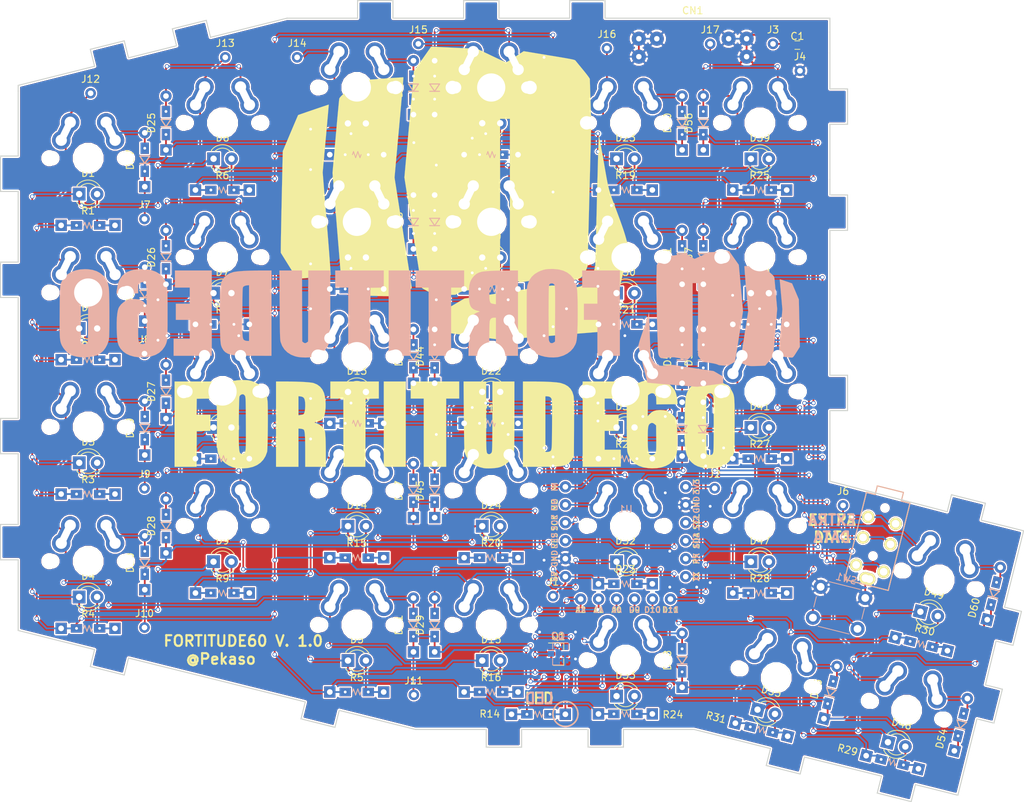
<source format=kicad_pcb>
(kicad_pcb (version 4) (host pcbnew 4.0.7)
  (layers (0 F.Cu signal) (31 B.Cu signal) (34 B.Paste user) (35 F.Paste user) (36 B.SilkS user) (37 F.SilkS user) (38 B.Mask user) (39 F.Mask user) (44 Edge.Cuts user))
  (net 0 "")
  (net 1 GND)
  (net 2 "Net-(D1-Pad2)")
  (net 3 ROW1)
  (net 4 "Net-(D2-Pad2)")
  (net 5 ROW2)
  (net 6 "Net-(D3-Pad2)")
  (net 7 ROW3)
  (net 8 "Net-(D4-Pad2)")
  (net 9 ROW4)
  (net 10 "Net-(D5-Pad2)")
  (net 11 ROW5)
  (net 12 "Net-(D6-Pad2)")
  (net 13 "Net-(D7-Pad2)")
  (net 14 "Net-(D8-Pad2)")
  (net 15 "Net-(D9-Pad2)")
  (net 16 "Net-(D10-Pad2)")
  (net 17 "Net-(D11-Pad2)")
  (net 18 "Net-(D12-Pad2)")
  (net 19 "Net-(D13-Pad2)")
  (net 20 "Net-(D14-Pad2)")
  (net 21 "Net-(D15-Pad2)")
  (net 22 "Net-(D16-Pad2)")
  (net 23 "Net-(D17-Pad2)")
  (net 24 "Net-(D18-Pad2)")
  (net 25 "Net-(D19-Pad2)")
  (net 26 "Net-(D20-Pad2)")
  (net 27 "Net-(D21-Pad2)")
  (net 28 "Net-(D22-Pad2)")
  (net 29 "Net-(D23-Pad2)")
  (net 30 "Net-(D24-Pad2)")
  (net 31 "Net-(D25-Pad2)")
  (net 32 "Net-(D26-Pad2)")
  (net 33 "Net-(D27-Pad2)")
  (net 34 "Net-(D28-Pad2)")
  (net 35 "Net-(D29-Pad2)")
  (net 36 "Net-(D30-Pad2)")
  (net 37 Vcc)
  (net 38 "Net-(J2-Pad1)")
  (net 39 TXO)
  (net 40 COL1)
  (net 41 COL2)
  (net 42 COL3)
  (net 43 COL4)
  (net 44 COL5)
  (net 45 COL6)
  (net 46 "Net-(SW1-Pad2)")
  (net 47 "Net-(D1-Pad1)")
  (net 48 "Net-(D31-Pad2)")
  (net 49 "Net-(D32-Pad2)")
  (net 50 "Net-(D33-Pad2)")
  (net 51 "Net-(D34-Pad2)")
  (net 52 "Net-(D35-Pad2)")
  (net 53 "Net-(D36-Pad2)")
  (net 54 "Net-(D37-Pad2)")
  (net 55 "Net-(D38-Pad2)")
  (net 56 "Net-(D39-Pad2)")
  (net 57 "Net-(D40-Pad2)")
  (net 58 "Net-(D41-Pad2)")
  (net 59 "Net-(D42-Pad2)")
  (net 60 "Net-(D43-Pad2)")
  (net 61 "Net-(D44-Pad2)")
  (net 62 "Net-(D45-Pad2)")
  (net 63 "Net-(D46-Pad2)")
  (net 64 "Net-(D47-Pad2)")
  (net 65 "Net-(D48-Pad2)")
  (net 66 "Net-(D49-Pad2)")
  (net 67 "Net-(D50-Pad2)")
  (net 68 "Net-(D51-Pad2)")
  (net 69 "Net-(D52-Pad2)")
  (net 70 "Net-(D53-Pad2)")
  (net 71 "Net-(D54-Pad2)")
  (net 72 "Net-(D55-Pad2)")
  (net 73 "Net-(D56-Pad2)")
  (net 74 "Net-(D57-Pad2)")
  (net 75 "Net-(D58-Pad2)")
  (net 76 "Net-(D59-Pad2)")
  (net 77 "Net-(D60-Pad2)")
  (net 78 "Net-(J5-Pad3)")
  (net 79 "Net-(Q1-Pad1)")
  (net 80 LED)
  (module TO_SOT_Packages_SMD:SOT-23 (layer F.Cu) (at 119.5 123.15)
    (fp_text reference Q1 (at 0 -2.5) (layer F.SilkS))
    (fp_text value IRLML6344TRPbF)
    (pad 1 smd rect (at -1 -0.95) (size 0.9 0.8) (layers F.Cu F.Paste F.Mask) (net 79 "Net-(Q1-Pad1)"))
    (pad 2 smd rect (at -1 0.95) (size 0.9 0.8) (layers F.Cu F.Paste F.Mask) (net 1 GND))
    (pad 3 smd rect (at 1 0) (size 0.9 0.8) (layers F.Cu F.Paste F.Mask) (net 47 "Net-(D1-Pad1)"))
  )
  (module Capacitors_SMD:C_0603_HandSoldering (layer F.Cu) (at 153.3 37)
    (fp_text reference C1 (at 0 -1.25) (layer F.SilkS))
    (fp_text value 0.1u)
    (pad 1 smd rect (at -0.95 0) (size 1.2 0.75) (layers F.Cu F.Paste F.Mask) (net 37 Vcc))
    (pad 2 smd rect (at 0.95 0) (size 1.2 0.75) (layers F.Cu F.Paste F.Mask) (net 1 GND))
  )
  (module Measurement_Points:Measurement_Point_Round-TH_Small (layer F.Cu) (at 118.745 114.935)
    (fp_text reference J1 (at 0 -2) (layer F.SilkS))
    (fp_text value 5V)
    (pad 1 thru_hole circle (at 0 0) (size 1.5 1.5) (drill 0.8) (layers *.Cu *.Mask) (net 37 Vcc))
  )
  (module Measurement_Points:Measurement_Point_Round-TH_Small (layer F.Cu) (at 141.605 99.695)
    (fp_text reference J2 (at 0 -2) (layer F.SilkS))
    (fp_text value 3V3)
    (pad 1 thru_hole circle (at 0 0) (size 1.5 1.5) (drill 0.8) (layers *.Cu *.Mask) (net 38 "Net-(J2-Pad1)"))
  )
  (module Measurement_Points:Measurement_Point_Round-TH_Small (layer F.Cu) (at 149.86 36.83)
    (fp_text reference J3 (at 0 -2) (layer F.SilkS))
    (fp_text value VBUS)
    (pad 1 thru_hole circle (at 0 0) (size 1.5 1.5) (drill 0.8) (layers *.Cu *.Mask) (net 37 Vcc))
  )
  (module Measurement_Points:Measurement_Point_Round-TH_Small (layer F.Cu) (at 153.67 40.64)
    (fp_text reference J4 (at 0 -2) (layer F.SilkS))
    (fp_text value GND)
    (pad 1 thru_hole circle (at 0 0) (size 1.5 1.5) (drill 0.8) (layers *.Cu *.Mask) (net 1 GND))
  )
  (module Measurement_Points:Measurement_Point_Round-TH_Small (layer F.Cu) (at 60.96 80.645)
    (fp_text reference J8 (at 0 -2) (layer F.SilkS))
    (fp_text value ROW1)
    (pad 1 thru_hole circle (at 0 0) (size 1.5 1.5) (drill 0.8) (layers *.Cu *.Mask) (net 5 ROW2))
  )
  (module Measurement_Points:Measurement_Point_Round-TH_Small (layer F.Cu) (at 60.96 99.695)
    (fp_text reference J9 (at 0 -2) (layer F.SilkS))
    (fp_text value ROW2)
    (pad 1 thru_hole circle (at 0 0) (size 1.5 1.5) (drill 0.8) (layers *.Cu *.Mask) (net 7 ROW3))
  )
  (module Measurement_Points:Measurement_Point_Round-TH_Small (layer F.Cu) (at 60.96 119.38)
    (fp_text reference J10 (at 0 -2) (layer F.SilkS))
    (fp_text value ROW3)
    (pad 1 thru_hole circle (at 0 0) (size 1.5 1.5) (drill 0.8) (layers *.Cu *.Mask) (net 9 ROW4))
  )
  (module Measurement_Points:Measurement_Point_Round-TH_Small (layer F.Cu) (at 99.06 128.905)
    (fp_text reference J11 (at 0 -2) (layer F.SilkS))
    (fp_text value ROW4)
    (pad 1 thru_hole circle (at 0 0) (size 1.5 1.5) (drill 0.8) (layers *.Cu *.Mask) (net 11 ROW5))
  )
  (module Measurement_Points:Measurement_Point_Round-TH_Small (layer F.Cu) (at 53.34 43.815)
    (fp_text reference J12 (at 0 -2) (layer F.SilkS))
    (fp_text value COL0)
    (pad 1 thru_hole circle (at 0 0) (size 1.5 1.5) (drill 0.8) (layers *.Cu *.Mask) (net 40 COL1))
  )
  (module Measurement_Points:Measurement_Point_Round-TH_Small (layer F.Cu) (at 72.39 38.735)
    (fp_text reference J13 (at 0 -2) (layer F.SilkS))
    (fp_text value COL1)
    (pad 1 thru_hole circle (at 0 0) (size 1.5 1.5) (drill 0.8) (layers *.Cu *.Mask) (net 41 COL2))
  )
  (module Measurement_Points:Measurement_Point_Round-TH_Small (layer F.Cu) (at 82.55 38.735)
    (fp_text reference J14 (at 0 -2) (layer F.SilkS))
    (fp_text value COL2)
    (pad 1 thru_hole circle (at 0 0) (size 1.5 1.5) (drill 0.8) (layers *.Cu *.Mask) (net 42 COL3))
  )
  (module Measurement_Points:Measurement_Point_Round-TH_Small (layer F.Cu) (at 99.695 36.83)
    (fp_text reference J15 (at 0 -2) (layer F.SilkS))
    (fp_text value COL3)
    (pad 1 thru_hole circle (at 0 0) (size 1.5 1.5) (drill 0.8) (layers *.Cu *.Mask) (net 43 COL4))
  )
  (module Measurement_Points:Measurement_Point_Round-TH_Small (layer F.Cu) (at 126.365 37.465)
    (fp_text reference J16 (at 0 -2) (layer F.SilkS))
    (fp_text value COL4)
    (pad 1 thru_hole circle (at 0 0) (size 1.5 1.5) (drill 0.8) (layers *.Cu *.Mask) (net 44 COL5))
  )
  (module Measurement_Points:Measurement_Point_Round-TH_Small (layer F.Cu) (at 140.97 36.83)
    (fp_text reference J17 (at 0 -2) (layer F.SilkS))
    (fp_text value COL5)
    (pad 1 thru_hole circle (at 0 0) (size 1.5 1.5) (drill 0.8) (layers *.Cu *.Mask) (net 45 COL6))
  )
  (module Buttons_Switches_THT:SW_PUSH_6mm (layer B.Cu) (at 162.9 115.2 165.9638)
    (fp_text reference SW1 (at 3.25 2 165.9638) (layer B.SilkS) (effects (justify mirror)))
    (fp_text value RESET)
    (pad 2 thru_hole circle (at 0 -4.5 75.9638) (size 2 2) (drill 1.1) (layers *.Cu *.Mask) (net 46 "Net-(SW1-Pad2)"))
    (pad 1 thru_hole circle (at 0 0 75.9638) (size 2 2) (drill 1.1) (layers *.Cu *.Mask) (net 1 GND))
    (pad 2 thru_hole circle (at 6.5 -4.5 75.9638) (size 2 2) (drill 1.1) (layers *.Cu *.Mask) (net 46 "Net-(SW1-Pad2)"))
    (pad 1 thru_hole circle (at 6.5 0 75.9638) (size 2 2) (drill 1.1) (layers *.Cu *.Mask) (net 1 GND))
  )
  (module LEDs:LED_D3.0mm (layer F.Cu) (at 51.72 58.08)
    (fp_text reference D1 (at 1.27 -2.96) (layer F.SilkS))
    (fp_text value LED)
    (pad 1 thru_hole rect (at 0 0) (size 1.8 1.8) (drill 0.9) (layers *.Cu *.Mask) (net 47 "Net-(D1-Pad1)"))
    (pad 2 thru_hole circle (at 2.54 0) (size 1.8 1.8) (drill 0.9) (layers *.Cu *.Mask) (net 2 "Net-(D1-Pad2)"))
  )
  (module LEDs:LED_D3.0mm (layer F.Cu) (at 51.73 77.08)
    (fp_text reference D2 (at 1.27 -2.96) (layer F.SilkS))
    (fp_text value LED)
    (pad 1 thru_hole rect (at 0 0) (size 1.8 1.8) (drill 0.9) (layers *.Cu *.Mask) (net 47 "Net-(D1-Pad1)"))
    (pad 2 thru_hole circle (at 2.54 0) (size 1.8 1.8) (drill 0.9) (layers *.Cu *.Mask) (net 4 "Net-(D2-Pad2)"))
  )
  (module LEDs:LED_D3.0mm (layer F.Cu) (at 51.73 96.08)
    (fp_text reference D3 (at 1.27 -2.96) (layer F.SilkS))
    (fp_text value LED)
    (pad 1 thru_hole rect (at 0 0) (size 1.8 1.8) (drill 0.9) (layers *.Cu *.Mask) (net 47 "Net-(D1-Pad1)"))
    (pad 2 thru_hole circle (at 2.54 0) (size 1.8 1.8) (drill 0.9) (layers *.Cu *.Mask) (net 6 "Net-(D3-Pad2)"))
  )
  (module LEDs:LED_D3.0mm (layer F.Cu) (at 51.72 115.06)
    (fp_text reference D4 (at 1.27 -2.96) (layer F.SilkS))
    (fp_text value LED)
    (pad 1 thru_hole rect (at 0 0) (size 1.8 1.8) (drill 0.9) (layers *.Cu *.Mask) (net 47 "Net-(D1-Pad1)"))
    (pad 2 thru_hole circle (at 2.54 0) (size 1.8 1.8) (drill 0.9) (layers *.Cu *.Mask) (net 8 "Net-(D4-Pad2)"))
  )
  (module LEDs:LED_D3.0mm (layer F.Cu) (at 89.74 124.05)
    (fp_text reference D5 (at 1.27 -2.96) (layer F.SilkS))
    (fp_text value LED)
    (pad 1 thru_hole rect (at 0 0) (size 1.8 1.8) (drill 0.9) (layers *.Cu *.Mask) (net 47 "Net-(D1-Pad1)"))
    (pad 2 thru_hole circle (at 2.54 0) (size 1.8 1.8) (drill 0.9) (layers *.Cu *.Mask) (net 10 "Net-(D5-Pad2)"))
  )
  (module LEDs:LED_D3.0mm (layer F.Cu) (at 70.73 53.08)
    (fp_text reference D6 (at 1.27 -2.96) (layer F.SilkS))
    (fp_text value LED)
    (pad 1 thru_hole rect (at 0 0) (size 1.8 1.8) (drill 0.9) (layers *.Cu *.Mask) (net 47 "Net-(D1-Pad1)"))
    (pad 2 thru_hole circle (at 2.54 0) (size 1.8 1.8) (drill 0.9) (layers *.Cu *.Mask) (net 12 "Net-(D6-Pad2)"))
  )
  (module LEDs:LED_D3.0mm (layer F.Cu) (at 70.72 72.08)
    (fp_text reference D7 (at 1.27 -2.96) (layer F.SilkS))
    (fp_text value LED)
    (pad 1 thru_hole rect (at 0 0) (size 1.8 1.8) (drill 0.9) (layers *.Cu *.Mask) (net 47 "Net-(D1-Pad1)"))
    (pad 2 thru_hole circle (at 2.54 0) (size 1.8 1.8) (drill 0.9) (layers *.Cu *.Mask) (net 13 "Net-(D7-Pad2)"))
  )
  (module LEDs:LED_D3.0mm (layer F.Cu) (at 70.72 91.09)
    (fp_text reference D8 (at 1.27 -2.96) (layer F.SilkS))
    (fp_text value LED)
    (pad 1 thru_hole rect (at 0 0) (size 1.8 1.8) (drill 0.9) (layers *.Cu *.Mask) (net 47 "Net-(D1-Pad1)"))
    (pad 2 thru_hole circle (at 2.54 0) (size 1.8 1.8) (drill 0.9) (layers *.Cu *.Mask) (net 14 "Net-(D8-Pad2)"))
  )
  (module LEDs:LED_D3.0mm (layer F.Cu) (at 70.72 110.07)
    (fp_text reference D9 (at 1.27 -2.96) (layer F.SilkS))
    (fp_text value LED)
    (pad 1 thru_hole rect (at 0 0) (size 1.8 1.8) (drill 0.9) (layers *.Cu *.Mask) (net 47 "Net-(D1-Pad1)"))
    (pad 2 thru_hole circle (at 2.54 0) (size 1.8 1.8) (drill 0.9) (layers *.Cu *.Mask) (net 15 "Net-(D9-Pad2)"))
  )
  (module LEDs:LED_D3.0mm (layer F.Cu) (at 108.73 67.05)
    (fp_text reference D10 (at 1.27 -2.96) (layer F.SilkS))
    (fp_text value LED)
    (pad 1 thru_hole rect (at 0 0) (size 1.8 1.8) (drill 0.9) (layers *.Cu *.Mask) (net 47 "Net-(D1-Pad1)"))
    (pad 2 thru_hole circle (at 2.54 0) (size 1.8 1.8) (drill 0.9) (layers *.Cu *.Mask) (net 16 "Net-(D10-Pad2)"))
  )
  (module LEDs:LED_D3.0mm (layer F.Cu) (at 89.73 48.08)
    (fp_text reference D11 (at 1.27 -2.96) (layer F.SilkS))
    (fp_text value LED)
    (pad 1 thru_hole rect (at 0 0) (size 1.8 1.8) (drill 0.9) (layers *.Cu *.Mask) (net 47 "Net-(D1-Pad1)"))
    (pad 2 thru_hole circle (at 2.54 0) (size 1.8 1.8) (drill 0.9) (layers *.Cu *.Mask) (net 17 "Net-(D11-Pad2)"))
  )
  (module LEDs:LED_D3.0mm (layer F.Cu) (at 89.74 67.04)
    (fp_text reference D12 (at 1.27 -2.96) (layer F.SilkS))
    (fp_text value LED)
    (pad 1 thru_hole rect (at 0 0) (size 1.8 1.8) (drill 0.9) (layers *.Cu *.Mask) (net 47 "Net-(D1-Pad1)"))
    (pad 2 thru_hole circle (at 2.54 0) (size 1.8 1.8) (drill 0.9) (layers *.Cu *.Mask) (net 18 "Net-(D12-Pad2)"))
  )
  (module LEDs:LED_D3.0mm (layer F.Cu) (at 89.74 86.06)
    (fp_text reference D13 (at 1.27 -2.96) (layer F.SilkS))
    (fp_text value LED)
    (pad 1 thru_hole rect (at 0 0) (size 1.8 1.8) (drill 0.9) (layers *.Cu *.Mask) (net 47 "Net-(D1-Pad1)"))
    (pad 2 thru_hole circle (at 2.54 0) (size 1.8 1.8) (drill 0.9) (layers *.Cu *.Mask) (net 19 "Net-(D13-Pad2)"))
  )
  (module LEDs:LED_D3.0mm (layer F.Cu) (at 89.74 105.05)
    (fp_text reference D14 (at 1.27 -2.96) (layer F.SilkS))
    (fp_text value LED)
    (pad 1 thru_hole rect (at 0 0) (size 1.8 1.8) (drill 0.9) (layers *.Cu *.Mask) (net 47 "Net-(D1-Pad1)"))
    (pad 2 thru_hole circle (at 2.54 0) (size 1.8 1.8) (drill 0.9) (layers *.Cu *.Mask) (net 20 "Net-(D14-Pad2)"))
  )
  (module LEDs:LED_D3.0mm (layer F.Cu) (at 108.73 124.05)
    (fp_text reference D15 (at 1.27 -2.96) (layer F.SilkS))
    (fp_text value LED)
    (pad 1 thru_hole rect (at 0 0) (size 1.8 1.8) (drill 0.9) (layers *.Cu *.Mask) (net 47 "Net-(D1-Pad1)"))
    (pad 2 thru_hole circle (at 2.54 0) (size 1.8 1.8) (drill 0.9) (layers *.Cu *.Mask) (net 21 "Net-(D15-Pad2)"))
  )
  (module LEDs:LED_D3.0mm (layer F.Cu) (at 108.73 48.05)
    (fp_text reference D16 (at 1.27 -2.96) (layer F.SilkS))
    (fp_text value LED)
    (pad 1 thru_hole rect (at 0 0) (size 1.8 1.8) (drill 0.9) (layers *.Cu *.Mask) (net 47 "Net-(D1-Pad1)"))
    (pad 2 thru_hole circle (at 2.54 0) (size 1.8 1.8) (drill 0.9) (layers *.Cu *.Mask) (net 22 "Net-(D16-Pad2)"))
  )
  (module myfoorprint:Diode_SMD_THT_N (layer F.Cu) (at 61 58.3 90)
    (fp_text reference D17 (at 5.08 -2.06 90) (layer F.SilkS))
    (fp_text value 1N4148)
    (pad 2 thru_hole rect (at 6.71 0 90) (size 1.6 1.2) (drill 0.4) (layers *.Cu *.Mask) (net 23 "Net-(D17-Pad2)"))
    (pad 1 thru_hole rect (at 1.27 0 90) (size 1.6 1.6) (drill 0.8) (layers *.Cu *.Mask) (net 3 ROW1))
    (pad 2 thru_hole oval (at 8.89 0 90) (size 1.6 1.6) (drill 0.8) (layers *.Cu *.Mask) (net 23 "Net-(D17-Pad2)"))
    (pad 1 thru_hole rect (at 3.45 0 90) (size 1.6 1.2) (drill 0.4) (layers *.Cu *.Mask) (net 3 ROW1))
  )
  (module myfoorprint:Diode_SMD_THT_N (layer F.Cu) (at 61 77.3 90)
    (fp_text reference D18 (at 5.08 -2.06 90) (layer F.SilkS))
    (fp_text value 1N4148)
    (pad 2 thru_hole rect (at 6.71 0 90) (size 1.6 1.2) (drill 0.4) (layers *.Cu *.Mask) (net 24 "Net-(D18-Pad2)"))
    (pad 1 thru_hole rect (at 1.27 0 90) (size 1.6 1.6) (drill 0.8) (layers *.Cu *.Mask) (net 5 ROW2))
    (pad 2 thru_hole oval (at 8.89 0 90) (size 1.6 1.6) (drill 0.8) (layers *.Cu *.Mask) (net 24 "Net-(D18-Pad2)"))
    (pad 1 thru_hole rect (at 3.45 0 90) (size 1.6 1.2) (drill 0.4) (layers *.Cu *.Mask) (net 5 ROW2))
  )
  (module myfoorprint:Diode_SMD_THT_N (layer F.Cu) (at 61 96.25 90)
    (fp_text reference D19 (at 5.08 -2.06 90) (layer F.SilkS))
    (fp_text value 1N4148)
    (pad 2 thru_hole rect (at 6.71 0 90) (size 1.6 1.2) (drill 0.4) (layers *.Cu *.Mask) (net 25 "Net-(D19-Pad2)"))
    (pad 1 thru_hole rect (at 1.27 0 90) (size 1.6 1.6) (drill 0.8) (layers *.Cu *.Mask) (net 7 ROW3))
    (pad 2 thru_hole oval (at 8.89 0 90) (size 1.6 1.6) (drill 0.8) (layers *.Cu *.Mask) (net 25 "Net-(D19-Pad2)"))
    (pad 1 thru_hole rect (at 3.45 0 90) (size 1.6 1.2) (drill 0.4) (layers *.Cu *.Mask) (net 7 ROW3))
  )
  (module myfoorprint:Diode_SMD_THT_N (layer F.Cu) (at 61 115.3 90)
    (fp_text reference D20 (at 5.08 -2.06 90) (layer F.SilkS))
    (fp_text value 1N4148)
    (pad 2 thru_hole rect (at 6.71 0 90) (size 1.6 1.2) (drill 0.4) (layers *.Cu *.Mask) (net 26 "Net-(D20-Pad2)"))
    (pad 1 thru_hole rect (at 1.27 0 90) (size 1.6 1.6) (drill 0.8) (layers *.Cu *.Mask) (net 9 ROW4))
    (pad 2 thru_hole oval (at 8.89 0 90) (size 1.6 1.6) (drill 0.8) (layers *.Cu *.Mask) (net 26 "Net-(D20-Pad2)"))
    (pad 1 thru_hole rect (at 3.45 0 90) (size 1.6 1.2) (drill 0.4) (layers *.Cu *.Mask) (net 9 ROW4))
  )
  (module myfoorprint:Diode_SMD_THT_N (layer F.Cu) (at 99 124.1 90)
    (fp_text reference D21 (at 5.08 -2.06 90) (layer F.SilkS))
    (fp_text value 1N4148)
    (pad 2 thru_hole rect (at 6.71 0 90) (size 1.6 1.2) (drill 0.4) (layers *.Cu *.Mask) (net 27 "Net-(D21-Pad2)"))
    (pad 1 thru_hole rect (at 1.27 0 90) (size 1.6 1.6) (drill 0.8) (layers *.Cu *.Mask) (net 11 ROW5))
    (pad 2 thru_hole oval (at 8.89 0 90) (size 1.6 1.6) (drill 0.8) (layers *.Cu *.Mask) (net 27 "Net-(D21-Pad2)"))
    (pad 1 thru_hole rect (at 3.45 0 90) (size 1.6 1.2) (drill 0.4) (layers *.Cu *.Mask) (net 11 ROW5))
  )
  (module LEDs:LED_D3.0mm (layer F.Cu) (at 108.73 86.05)
    (fp_text reference D22 (at 1.27 -2.96) (layer F.SilkS))
    (fp_text value LED)
    (pad 1 thru_hole rect (at 0 0) (size 1.8 1.8) (drill 0.9) (layers *.Cu *.Mask) (net 47 "Net-(D1-Pad1)"))
    (pad 2 thru_hole circle (at 2.54 0) (size 1.8 1.8) (drill 0.9) (layers *.Cu *.Mask) (net 28 "Net-(D22-Pad2)"))
  )
  (module LEDs:LED_D3.0mm (layer F.Cu) (at 127.73 53.08)
    (fp_text reference D23 (at 1.27 -2.96) (layer F.SilkS))
    (fp_text value LED)
    (pad 1 thru_hole rect (at 0 0) (size 1.8 1.8) (drill 0.9) (layers *.Cu *.Mask) (net 47 "Net-(D1-Pad1)"))
    (pad 2 thru_hole circle (at 2.54 0) (size 1.8 1.8) (drill 0.9) (layers *.Cu *.Mask) (net 29 "Net-(D23-Pad2)"))
  )
  (module LEDs:LED_D3.0mm (layer F.Cu) (at 108.73 105.05)
    (fp_text reference D24 (at 1.27 -2.96) (layer F.SilkS))
    (fp_text value LED)
    (pad 1 thru_hole rect (at 0 0) (size 1.8 1.8) (drill 0.9) (layers *.Cu *.Mask) (net 47 "Net-(D1-Pad1)"))
    (pad 2 thru_hole circle (at 2.54 0) (size 1.8 1.8) (drill 0.9) (layers *.Cu *.Mask) (net 30 "Net-(D24-Pad2)"))
  )
  (module myfoorprint:Diode_SMD_THT_N (layer F.Cu) (at 64 53.1 90)
    (fp_text reference D25 (at 5.08 -2.06 90) (layer F.SilkS))
    (fp_text value 1N4148)
    (pad 2 thru_hole rect (at 6.71 0 90) (size 1.6 1.2) (drill 0.4) (layers *.Cu *.Mask) (net 31 "Net-(D25-Pad2)"))
    (pad 1 thru_hole rect (at 1.27 0 90) (size 1.6 1.6) (drill 0.8) (layers *.Cu *.Mask) (net 3 ROW1))
    (pad 2 thru_hole oval (at 8.89 0 90) (size 1.6 1.6) (drill 0.8) (layers *.Cu *.Mask) (net 31 "Net-(D25-Pad2)"))
    (pad 1 thru_hole rect (at 3.45 0 90) (size 1.6 1.2) (drill 0.4) (layers *.Cu *.Mask) (net 3 ROW1))
  )
  (module myfoorprint:Diode_SMD_THT_N (layer F.Cu) (at 64 72.1 90)
    (fp_text reference D26 (at 5.08 -2.06 90) (layer F.SilkS))
    (fp_text value 1N4148)
    (pad 2 thru_hole rect (at 6.71 0 90) (size 1.6 1.2) (drill 0.4) (layers *.Cu *.Mask) (net 32 "Net-(D26-Pad2)"))
    (pad 1 thru_hole rect (at 1.27 0 90) (size 1.6 1.6) (drill 0.8) (layers *.Cu *.Mask) (net 5 ROW2))
    (pad 2 thru_hole oval (at 8.89 0 90) (size 1.6 1.6) (drill 0.8) (layers *.Cu *.Mask) (net 32 "Net-(D26-Pad2)"))
    (pad 1 thru_hole rect (at 3.45 0 90) (size 1.6 1.2) (drill 0.4) (layers *.Cu *.Mask) (net 5 ROW2))
  )
  (module myfoorprint:Diode_SMD_THT_N (layer F.Cu) (at 64 91.1 90)
    (fp_text reference D27 (at 5.08 -2.06 90) (layer F.SilkS))
    (fp_text value 1N4148)
    (pad 2 thru_hole rect (at 6.71 0 90) (size 1.6 1.2) (drill 0.4) (layers *.Cu *.Mask) (net 33 "Net-(D27-Pad2)"))
    (pad 1 thru_hole rect (at 1.27 0 90) (size 1.6 1.6) (drill 0.8) (layers *.Cu *.Mask) (net 7 ROW3))
    (pad 2 thru_hole oval (at 8.89 0 90) (size 1.6 1.6) (drill 0.8) (layers *.Cu *.Mask) (net 33 "Net-(D27-Pad2)"))
    (pad 1 thru_hole rect (at 3.45 0 90) (size 1.6 1.2) (drill 0.4) (layers *.Cu *.Mask) (net 7 ROW3))
  )
  (module myfoorprint:Diode_SMD_THT_N (layer F.Cu) (at 64 110.1 90)
    (fp_text reference D28 (at 5.08 -2.06 90) (layer F.SilkS))
    (fp_text value 1N4148)
    (pad 2 thru_hole rect (at 6.71 0 90) (size 1.6 1.2) (drill 0.4) (layers *.Cu *.Mask) (net 34 "Net-(D28-Pad2)"))
    (pad 1 thru_hole rect (at 1.27 0 90) (size 1.6 1.6) (drill 0.8) (layers *.Cu *.Mask) (net 9 ROW4))
    (pad 2 thru_hole oval (at 8.89 0 90) (size 1.6 1.6) (drill 0.8) (layers *.Cu *.Mask) (net 34 "Net-(D28-Pad2)"))
    (pad 1 thru_hole rect (at 3.45 0 90) (size 1.6 1.2) (drill 0.4) (layers *.Cu *.Mask) (net 9 ROW4))
  )
  (module myfoorprint:Diode_SMD_THT_N (layer F.Cu) (at 102 124.1 90)
    (fp_text reference D29 (at 5.08 -2.06 90) (layer F.SilkS))
    (fp_text value 1N4148)
    (pad 2 thru_hole rect (at 6.71 0 90) (size 1.6 1.2) (drill 0.4) (layers *.Cu *.Mask) (net 35 "Net-(D29-Pad2)"))
    (pad 1 thru_hole rect (at 1.27 0 90) (size 1.6 1.6) (drill 0.8) (layers *.Cu *.Mask) (net 11 ROW5))
    (pad 2 thru_hole oval (at 8.89 0 90) (size 1.6 1.6) (drill 0.8) (layers *.Cu *.Mask) (net 35 "Net-(D29-Pad2)"))
    (pad 1 thru_hole rect (at 3.45 0 90) (size 1.6 1.2) (drill 0.4) (layers *.Cu *.Mask) (net 11 ROW5))
  )
  (module LEDs:LED_D3.0mm (layer F.Cu) (at 127.73 72.08)
    (fp_text reference D30 (at 1.27 -2.96) (layer F.SilkS))
    (fp_text value LED)
    (pad 1 thru_hole rect (at 0 0) (size 1.8 1.8) (drill 0.9) (layers *.Cu *.Mask) (net 47 "Net-(D1-Pad1)"))
    (pad 2 thru_hole circle (at 2.54 0) (size 1.8 1.8) (drill 0.9) (layers *.Cu *.Mask) (net 36 "Net-(D30-Pad2)"))
  )
  (module LEDs:LED_D3.0mm (layer F.Cu) (at 127.73 91.08)
    (fp_text reference D31 (at 1.27 -2.96) (layer F.SilkS))
    (fp_text value LED)
    (pad 1 thru_hole rect (at 0 0) (size 1.8 1.8) (drill 0.9) (layers *.Cu *.Mask) (net 47 "Net-(D1-Pad1)"))
    (pad 2 thru_hole circle (at 2.54 0) (size 1.8 1.8) (drill 0.9) (layers *.Cu *.Mask) (net 48 "Net-(D31-Pad2)"))
  )
  (module LEDs:LED_D3.0mm (layer F.Cu) (at 127.73 110.08)
    (fp_text reference D32 (at 1.27 -2.96) (layer F.SilkS))
    (fp_text value LED)
    (pad 1 thru_hole rect (at 0 0) (size 1.8 1.8) (drill 0.9) (layers *.Cu *.Mask) (net 47 "Net-(D1-Pad1)"))
    (pad 2 thru_hole circle (at 2.54 0) (size 1.8 1.8) (drill 0.9) (layers *.Cu *.Mask) (net 49 "Net-(D32-Pad2)"))
  )
  (module LEDs:LED_D3.0mm (layer F.Cu) (at 127.73 129.08)
    (fp_text reference D33 (at 1.27 -2.96) (layer F.SilkS))
    (fp_text value LED)
    (pad 1 thru_hole rect (at 0 0) (size 1.8 1.8) (drill 0.9) (layers *.Cu *.Mask) (net 47 "Net-(D1-Pad1)"))
    (pad 2 thru_hole circle (at 2.54 0) (size 1.8 1.8) (drill 0.9) (layers *.Cu *.Mask) (net 50 "Net-(D33-Pad2)"))
  )
  (module myfoorprint:Diode_SMD_THT_N (layer F.Cu) (at 99 48.1 90)
    (fp_text reference D34 (at 5.08 -2.06 90) (layer F.SilkS))
    (fp_text value 1N4148)
    (pad 2 thru_hole rect (at 6.71 0 90) (size 1.6 1.2) (drill 0.4) (layers *.Cu *.Mask) (net 51 "Net-(D34-Pad2)"))
    (pad 1 thru_hole rect (at 1.27 0 90) (size 1.6 1.6) (drill 0.8) (layers *.Cu *.Mask) (net 3 ROW1))
    (pad 2 thru_hole oval (at 8.89 0 90) (size 1.6 1.6) (drill 0.8) (layers *.Cu *.Mask) (net 51 "Net-(D34-Pad2)"))
    (pad 1 thru_hole rect (at 3.45 0 90) (size 1.6 1.2) (drill 0.4) (layers *.Cu *.Mask) (net 3 ROW1))
  )
  (module myfoorprint:Diode_SMD_THT_N (layer F.Cu) (at 99 67.1 90)
    (fp_text reference D35 (at 5.08 -2.06 90) (layer F.SilkS))
    (fp_text value 1N4148)
    (pad 2 thru_hole rect (at 6.71 0 90) (size 1.6 1.2) (drill 0.4) (layers *.Cu *.Mask) (net 52 "Net-(D35-Pad2)"))
    (pad 1 thru_hole rect (at 1.27 0 90) (size 1.6 1.6) (drill 0.8) (layers *.Cu *.Mask) (net 5 ROW2))
    (pad 2 thru_hole oval (at 8.89 0 90) (size 1.6 1.6) (drill 0.8) (layers *.Cu *.Mask) (net 52 "Net-(D35-Pad2)"))
    (pad 1 thru_hole rect (at 3.45 0 90) (size 1.6 1.2) (drill 0.4) (layers *.Cu *.Mask) (net 5 ROW2))
  )
  (module myfoorprint:Diode_SMD_THT_N (layer F.Cu) (at 99 86.1 90)
    (fp_text reference D36 (at 5.08 -2.06 90) (layer F.SilkS))
    (fp_text value 1N4148)
    (pad 2 thru_hole rect (at 6.71 0 90) (size 1.6 1.2) (drill 0.4) (layers *.Cu *.Mask) (net 53 "Net-(D36-Pad2)"))
    (pad 1 thru_hole rect (at 1.27 0 90) (size 1.6 1.6) (drill 0.8) (layers *.Cu *.Mask) (net 7 ROW3))
    (pad 2 thru_hole oval (at 8.89 0 90) (size 1.6 1.6) (drill 0.8) (layers *.Cu *.Mask) (net 53 "Net-(D36-Pad2)"))
    (pad 1 thru_hole rect (at 3.45 0 90) (size 1.6 1.2) (drill 0.4) (layers *.Cu *.Mask) (net 7 ROW3))
  )
  (module myfoorprint:Diode_SMD_THT_N (layer F.Cu) (at 99 105.1 90)
    (fp_text reference D37 (at 5.08 -2.06 90) (layer F.SilkS))
    (fp_text value 1N4148)
    (pad 2 thru_hole rect (at 6.71 0 90) (size 1.6 1.2) (drill 0.4) (layers *.Cu *.Mask) (net 54 "Net-(D37-Pad2)"))
    (pad 1 thru_hole rect (at 1.27 0 90) (size 1.6 1.6) (drill 0.8) (layers *.Cu *.Mask) (net 9 ROW4))
    (pad 2 thru_hole oval (at 8.89 0 90) (size 1.6 1.6) (drill 0.8) (layers *.Cu *.Mask) (net 54 "Net-(D37-Pad2)"))
    (pad 1 thru_hole rect (at 3.45 0 90) (size 1.6 1.2) (drill 0.4) (layers *.Cu *.Mask) (net 9 ROW4))
  )
  (module myfoorprint:Diode_SMD_THT_N (layer F.Cu) (at 137 129.1 90)
    (fp_text reference D38 (at 5.08 -2.06 90) (layer F.SilkS))
    (fp_text value 1N4148)
    (pad 2 thru_hole rect (at 6.71 0 90) (size 1.6 1.2) (drill 0.4) (layers *.Cu *.Mask) (net 55 "Net-(D38-Pad2)"))
    (pad 1 thru_hole rect (at 1.27 0 90) (size 1.6 1.6) (drill 0.8) (layers *.Cu *.Mask) (net 11 ROW5))
    (pad 2 thru_hole oval (at 8.89 0 90) (size 1.6 1.6) (drill 0.8) (layers *.Cu *.Mask) (net 55 "Net-(D38-Pad2)"))
    (pad 1 thru_hole rect (at 3.45 0 90) (size 1.6 1.2) (drill 0.4) (layers *.Cu *.Mask) (net 11 ROW5))
  )
  (module LEDs:LED_D3.0mm (layer F.Cu) (at 146.73 53.09)
    (fp_text reference D39 (at 1.27 -2.96) (layer F.SilkS))
    (fp_text value LED)
    (pad 1 thru_hole rect (at 0 0) (size 1.8 1.8) (drill 0.9) (layers *.Cu *.Mask) (net 47 "Net-(D1-Pad1)"))
    (pad 2 thru_hole circle (at 2.54 0) (size 1.8 1.8) (drill 0.9) (layers *.Cu *.Mask) (net 56 "Net-(D39-Pad2)"))
  )
  (module LEDs:LED_D3.0mm (layer F.Cu) (at 146.73 72.09)
    (fp_text reference D40 (at 1.27 -2.96) (layer F.SilkS))
    (fp_text value LED)
    (pad 1 thru_hole rect (at 0 0) (size 1.8 1.8) (drill 0.9) (layers *.Cu *.Mask) (net 47 "Net-(D1-Pad1)"))
    (pad 2 thru_hole circle (at 2.54 0) (size 1.8 1.8) (drill 0.9) (layers *.Cu *.Mask) (net 57 "Net-(D40-Pad2)"))
  )
  (module LEDs:LED_D3.0mm (layer F.Cu) (at 146.73 91.09)
    (fp_text reference D41 (at 1.27 -2.96) (layer F.SilkS))
    (fp_text value LED)
    (pad 1 thru_hole rect (at 0 0) (size 1.8 1.8) (drill 0.9) (layers *.Cu *.Mask) (net 47 "Net-(D1-Pad1)"))
    (pad 2 thru_hole circle (at 2.54 0) (size 1.8 1.8) (drill 0.9) (layers *.Cu *.Mask) (net 58 "Net-(D41-Pad2)"))
  )
  (module myfoorprint:Diode_SMD_THT_N (layer F.Cu) (at 102 48.1 90)
    (fp_text reference D42 (at 5.08 -2.06 90) (layer F.SilkS))
    (fp_text value 1N4148)
    (pad 2 thru_hole rect (at 6.71 0 90) (size 1.6 1.2) (drill 0.4) (layers *.Cu *.Mask) (net 59 "Net-(D42-Pad2)"))
    (pad 1 thru_hole rect (at 1.27 0 90) (size 1.6 1.6) (drill 0.8) (layers *.Cu *.Mask) (net 3 ROW1))
    (pad 2 thru_hole oval (at 8.89 0 90) (size 1.6 1.6) (drill 0.8) (layers *.Cu *.Mask) (net 59 "Net-(D42-Pad2)"))
    (pad 1 thru_hole rect (at 3.45 0 90) (size 1.6 1.2) (drill 0.4) (layers *.Cu *.Mask) (net 3 ROW1))
  )
  (module myfoorprint:Diode_SMD_THT_N (layer F.Cu) (at 102 67.1 90)
    (fp_text reference D43 (at 5.08 -2.06 90) (layer F.SilkS))
    (fp_text value 1N4148)
    (pad 2 thru_hole rect (at 6.71 0 90) (size 1.6 1.2) (drill 0.4) (layers *.Cu *.Mask) (net 60 "Net-(D43-Pad2)"))
    (pad 1 thru_hole rect (at 1.27 0 90) (size 1.6 1.6) (drill 0.8) (layers *.Cu *.Mask) (net 5 ROW2))
    (pad 2 thru_hole oval (at 8.89 0 90) (size 1.6 1.6) (drill 0.8) (layers *.Cu *.Mask) (net 60 "Net-(D43-Pad2)"))
    (pad 1 thru_hole rect (at 3.45 0 90) (size 1.6 1.2) (drill 0.4) (layers *.Cu *.Mask) (net 5 ROW2))
  )
  (module myfoorprint:Diode_SMD_THT_N (layer F.Cu) (at 102 86.1 90)
    (fp_text reference D44 (at 5.08 -2.06 90) (layer F.SilkS))
    (fp_text value 1N4148)
    (pad 2 thru_hole rect (at 6.71 0 90) (size 1.6 1.2) (drill 0.4) (layers *.Cu *.Mask) (net 61 "Net-(D44-Pad2)"))
    (pad 1 thru_hole rect (at 1.27 0 90) (size 1.6 1.6) (drill 0.8) (layers *.Cu *.Mask) (net 7 ROW3))
    (pad 2 thru_hole oval (at 8.89 0 90) (size 1.6 1.6) (drill 0.8) (layers *.Cu *.Mask) (net 61 "Net-(D44-Pad2)"))
    (pad 1 thru_hole rect (at 3.45 0 90) (size 1.6 1.2) (drill 0.4) (layers *.Cu *.Mask) (net 7 ROW3))
  )
  (module myfoorprint:Diode_SMD_THT_N (layer F.Cu) (at 102 105.1 90)
    (fp_text reference D45 (at 5.08 -2.06 90) (layer F.SilkS))
    (fp_text value 1N4148)
    (pad 2 thru_hole rect (at 6.71 0 90) (size 1.6 1.2) (drill 0.4) (layers *.Cu *.Mask) (net 62 "Net-(D45-Pad2)"))
    (pad 1 thru_hole rect (at 1.27 0 90) (size 1.6 1.6) (drill 0.8) (layers *.Cu *.Mask) (net 9 ROW4))
    (pad 2 thru_hole oval (at 8.89 0 90) (size 1.6 1.6) (drill 0.8) (layers *.Cu *.Mask) (net 62 "Net-(D45-Pad2)"))
    (pad 1 thru_hole rect (at 3.45 0 90) (size 1.6 1.2) (drill 0.4) (layers *.Cu *.Mask) (net 9 ROW4))
  )
  (module myfoorprint:Diode_SMD_THT_N (layer F.Cu) (at 156.75 133.5 76)
    (fp_text reference D46 (at 5.08 -2.06 76) (layer F.SilkS))
    (fp_text value 1N4148)
    (pad 2 thru_hole rect (at 6.71 0 76) (size 1.6 1.2) (drill 0.4) (layers *.Cu *.Mask) (net 63 "Net-(D46-Pad2)"))
    (pad 1 thru_hole rect (at 1.27 0 76) (size 1.6 1.6) (drill 0.8) (layers *.Cu *.Mask) (net 11 ROW5))
    (pad 2 thru_hole oval (at 8.89 0 76) (size 1.6 1.6) (drill 0.8) (layers *.Cu *.Mask) (net 63 "Net-(D46-Pad2)"))
    (pad 1 thru_hole rect (at 3.45 0 76) (size 1.6 1.2) (drill 0.4) (layers *.Cu *.Mask) (net 11 ROW5))
  )
  (module LEDs:LED_D3.0mm (layer F.Cu) (at 146.73 110.08)
    (fp_text reference D47 (at 1.27 -2.96) (layer F.SilkS))
    (fp_text value LED)
    (pad 1 thru_hole rect (at 0 0) (size 1.8 1.8) (drill 0.9) (layers *.Cu *.Mask) (net 47 "Net-(D1-Pad1)"))
    (pad 2 thru_hole circle (at 2.54 0) (size 1.8 1.8) (drill 0.9) (layers *.Cu *.Mask) (net 64 "Net-(D47-Pad2)"))
  )
  (module LEDs:LED_D3.0mm (layer F.Cu) (at 166.11 135.6 346)
    (fp_text reference D48 (at 1.27 -2.96 346) (layer F.SilkS))
    (fp_text value LED)
    (pad 1 thru_hole rect (at 0 0 346) (size 1.8 1.8) (drill 0.9) (layers *.Cu *.Mask) (net 47 "Net-(D1-Pad1)"))
    (pad 2 thru_hole circle (at 2.54 0 346) (size 1.8 1.8) (drill 0.9) (layers *.Cu *.Mask) (net 65 "Net-(D48-Pad2)"))
  )
  (module LEDs:LED_D3.0mm (layer F.Cu) (at 170.7 117.15 346)
    (fp_text reference D49 (at 1.27 -2.96 346) (layer F.SilkS))
    (fp_text value LED)
    (pad 1 thru_hole rect (at 0 0 346) (size 1.8 1.8) (drill 0.9) (layers *.Cu *.Mask) (net 47 "Net-(D1-Pad1)"))
    (pad 2 thru_hole circle (at 2.54 0 346) (size 1.8 1.8) (drill 0.9) (layers *.Cu *.Mask) (net 66 "Net-(D49-Pad2)"))
  )
  (module myfoorprint:Diode_SMD_THT_N (layer F.Cu) (at 137 53.1 90)
    (fp_text reference D50 (at 5.08 -2.06 90) (layer F.SilkS))
    (fp_text value 1N4148)
    (pad 2 thru_hole rect (at 6.71 0 90) (size 1.6 1.2) (drill 0.4) (layers *.Cu *.Mask) (net 67 "Net-(D50-Pad2)"))
    (pad 1 thru_hole rect (at 1.27 0 90) (size 1.6 1.6) (drill 0.8) (layers *.Cu *.Mask) (net 3 ROW1))
    (pad 2 thru_hole oval (at 8.89 0 90) (size 1.6 1.6) (drill 0.8) (layers *.Cu *.Mask) (net 67 "Net-(D50-Pad2)"))
    (pad 1 thru_hole rect (at 3.45 0 90) (size 1.6 1.2) (drill 0.4) (layers *.Cu *.Mask) (net 3 ROW1))
  )
  (module myfoorprint:Diode_SMD_THT_N (layer F.Cu) (at 137 72.1 90)
    (fp_text reference D51 (at 5.08 -2.06 90) (layer F.SilkS))
    (fp_text value 1N4148)
    (pad 2 thru_hole rect (at 6.71 0 90) (size 1.6 1.2) (drill 0.4) (layers *.Cu *.Mask) (net 68 "Net-(D51-Pad2)"))
    (pad 1 thru_hole rect (at 1.27 0 90) (size 1.6 1.6) (drill 0.8) (layers *.Cu *.Mask) (net 5 ROW2))
    (pad 2 thru_hole oval (at 8.89 0 90) (size 1.6 1.6) (drill 0.8) (layers *.Cu *.Mask) (net 68 "Net-(D51-Pad2)"))
    (pad 1 thru_hole rect (at 3.45 0 90) (size 1.6 1.2) (drill 0.4) (layers *.Cu *.Mask) (net 5 ROW2))
  )
  (module myfoorprint:Diode_SMD_THT_N (layer F.Cu) (at 137 86.1 90)
    (fp_text reference D52 (at 5.08 -2.06 90) (layer F.SilkS))
    (fp_text value 1N4148)
    (pad 2 thru_hole rect (at 6.71 0 90) (size 1.6 1.2) (drill 0.4) (layers *.Cu *.Mask) (net 69 "Net-(D52-Pad2)"))
    (pad 1 thru_hole rect (at 1.27 0 90) (size 1.6 1.6) (drill 0.8) (layers *.Cu *.Mask) (net 7 ROW3))
    (pad 2 thru_hole oval (at 8.89 0 90) (size 1.6 1.6) (drill 0.8) (layers *.Cu *.Mask) (net 69 "Net-(D52-Pad2)"))
    (pad 1 thru_hole rect (at 3.45 0 90) (size 1.6 1.2) (drill 0.4) (layers *.Cu *.Mask) (net 7 ROW3))
  )
  (module myfoorprint:Diode_SMD_THT_N (layer F.Cu) (at 137 96.4 90)
    (fp_text reference D53 (at 5.08 -2.06 90) (layer F.SilkS))
    (fp_text value 1N4148)
    (pad 2 thru_hole rect (at 6.71 0 90) (size 1.6 1.2) (drill 0.4) (layers *.Cu *.Mask) (net 70 "Net-(D53-Pad2)"))
    (pad 1 thru_hole rect (at 1.27 0 90) (size 1.6 1.6) (drill 0.8) (layers *.Cu *.Mask) (net 9 ROW4))
    (pad 2 thru_hole oval (at 8.89 0 90) (size 1.6 1.6) (drill 0.8) (layers *.Cu *.Mask) (net 70 "Net-(D53-Pad2)"))
    (pad 1 thru_hole rect (at 3.45 0 90) (size 1.6 1.2) (drill 0.4) (layers *.Cu *.Mask) (net 9 ROW4))
  )
  (module myfoorprint:Diode_SMD_THT_N (layer F.Cu) (at 175.2 138.05 76)
    (fp_text reference D54 (at 2.49949 -2.169113 76) (layer F.SilkS))
    (fp_text value 1N4148)
    (pad 2 thru_hole rect (at 6.71 0 76) (size 1.6 1.2) (drill 0.4) (layers *.Cu *.Mask) (net 71 "Net-(D54-Pad2)"))
    (pad 1 thru_hole rect (at 1.27 0 76) (size 1.6 1.6) (drill 0.8) (layers *.Cu *.Mask) (net 11 ROW5))
    (pad 2 thru_hole oval (at 8.89 0 76) (size 1.6 1.6) (drill 0.8) (layers *.Cu *.Mask) (net 71 "Net-(D54-Pad2)"))
    (pad 1 thru_hole rect (at 3.45 0 76) (size 1.6 1.2) (drill 0.4) (layers *.Cu *.Mask) (net 11 ROW5))
  )
  (module LEDs:LED_D3.0mm (layer F.Cu) (at 147.67 130.99 346)
    (fp_text reference D55 (at 1.27 -2.96 346) (layer F.SilkS))
    (fp_text value LED)
    (pad 1 thru_hole rect (at 0 0 346) (size 1.8 1.8) (drill 0.9) (layers *.Cu *.Mask) (net 47 "Net-(D1-Pad1)"))
    (pad 2 thru_hole circle (at 2.54 0 346) (size 1.8 1.8) (drill 0.9) (layers *.Cu *.Mask) (net 72 "Net-(D55-Pad2)"))
  )
  (module myfoorprint:Diode_SMD_THT_N (layer F.Cu) (at 140 53.1 90)
    (fp_text reference D56 (at 5.08 -2.06 90) (layer F.SilkS))
    (fp_text value 1N4148)
    (pad 2 thru_hole rect (at 6.71 0 90) (size 1.6 1.2) (drill 0.4) (layers *.Cu *.Mask) (net 73 "Net-(D56-Pad2)"))
    (pad 1 thru_hole rect (at 1.27 0 90) (size 1.6 1.6) (drill 0.8) (layers *.Cu *.Mask) (net 3 ROW1))
    (pad 2 thru_hole oval (at 8.89 0 90) (size 1.6 1.6) (drill 0.8) (layers *.Cu *.Mask) (net 73 "Net-(D56-Pad2)"))
    (pad 1 thru_hole rect (at 3.45 0 90) (size 1.6 1.2) (drill 0.4) (layers *.Cu *.Mask) (net 3 ROW1))
  )
  (module myfoorprint:Diode_SMD_THT_N (layer F.Cu) (at 140 72.1 90)
    (fp_text reference D57 (at 5.08 -2.06 90) (layer F.SilkS))
    (fp_text value 1N4148)
    (pad 2 thru_hole rect (at 6.71 0 90) (size 1.6 1.2) (drill 0.4) (layers *.Cu *.Mask) (net 74 "Net-(D57-Pad2)"))
    (pad 1 thru_hole rect (at 1.27 0 90) (size 1.6 1.6) (drill 0.8) (layers *.Cu *.Mask) (net 5 ROW2))
    (pad 2 thru_hole oval (at 8.89 0 90) (size 1.6 1.6) (drill 0.8) (layers *.Cu *.Mask) (net 74 "Net-(D57-Pad2)"))
    (pad 1 thru_hole rect (at 3.45 0 90) (size 1.6 1.2) (drill 0.4) (layers *.Cu *.Mask) (net 5 ROW2))
  )
  (module myfoorprint:Diode_SMD_THT_N (layer F.Cu) (at 140 86.1 90)
    (fp_text reference D58 (at 5.08 -2.06 90) (layer F.SilkS))
    (fp_text value 1N4148)
    (pad 2 thru_hole rect (at 6.71 0 90) (size 1.6 1.2) (drill 0.4) (layers *.Cu *.Mask) (net 75 "Net-(D58-Pad2)"))
    (pad 1 thru_hole rect (at 1.27 0 90) (size 1.6 1.6) (drill 0.8) (layers *.Cu *.Mask) (net 7 ROW3))
    (pad 2 thru_hole oval (at 8.89 0 90) (size 1.6 1.6) (drill 0.8) (layers *.Cu *.Mask) (net 75 "Net-(D58-Pad2)"))
    (pad 1 thru_hole rect (at 3.45 0 90) (size 1.6 1.2) (drill 0.4) (layers *.Cu *.Mask) (net 7 ROW3))
  )
  (module myfoorprint:Diode_SMD_THT_N (layer F.Cu) (at 140 96.4 90)
    (fp_text reference D59 (at 5.08 -2.06 90) (layer F.SilkS))
    (fp_text value 1N4148)
    (pad 2 thru_hole rect (at 6.71 0 90) (size 1.6 1.2) (drill 0.4) (layers *.Cu *.Mask) (net 76 "Net-(D59-Pad2)"))
    (pad 1 thru_hole rect (at 1.27 0 90) (size 1.6 1.6) (drill 0.8) (layers *.Cu *.Mask) (net 9 ROW4))
    (pad 2 thru_hole oval (at 8.89 0 90) (size 1.6 1.6) (drill 0.8) (layers *.Cu *.Mask) (net 76 "Net-(D59-Pad2)"))
    (pad 1 thru_hole rect (at 3.45 0 90) (size 1.6 1.2) (drill 0.4) (layers *.Cu *.Mask) (net 9 ROW4))
  )
  (module myfoorprint:Diode_SMD_THT_N (layer F.Cu) (at 179.85 119.5 76)
    (fp_text reference D60 (at 2.438879 -2.205532 76) (layer F.SilkS))
    (fp_text value 1N4148)
    (pad 2 thru_hole rect (at 6.71 0 76) (size 1.6 1.2) (drill 0.4) (layers *.Cu *.Mask) (net 77 "Net-(D60-Pad2)"))
    (pad 1 thru_hole rect (at 1.27 0 76) (size 1.6 1.6) (drill 0.8) (layers *.Cu *.Mask) (net 11 ROW5))
    (pad 2 thru_hole oval (at 8.89 0 76) (size 1.6 1.6) (drill 0.8) (layers *.Cu *.Mask) (net 77 "Net-(D60-Pad2)"))
    (pad 1 thru_hole rect (at 3.45 0 76) (size 1.6 1.2) (drill 0.4) (layers *.Cu *.Mask) (net 11 ROW5))
  )
  (module Measurement_Points:Measurement_Point_Round-TH_Small (layer F.Cu) (at 159.766 102.108)
    (fp_text reference J6 (at 0 -2) (layer F.SilkS))
    (fp_text value EX_DATA)
    (pad 1 thru_hole circle (at 0 0) (size 1.5 1.5) (drill 0.8) (layers *.Cu *.Mask) (net 78 "Net-(J5-Pad3)"))
  )
  (module Measurement_Points:Measurement_Point_Round-TH_Small (layer F.Cu) (at 60.96 61.595)
    (fp_text reference J7 (at 0 -2) (layer F.SilkS))
    (fp_text value ROW0)
    (pad 1 thru_hole circle (at 0 0) (size 1.5 1.5) (drill 0.8) (layers *.Cu *.Mask) (net 3 ROW1))
  )
  (module myfoorprint:key_switch_mx (layer F.Cu) (at 53 53)
    (fp_text reference SW2 hide)
    (fp_text value SW_1_1 hide)
    (pad "" np_thru_hole circle (at -5.5 0) (size 1.9 1.9) (drill 1.9) (layers *.Cu *.Mask F.SilkS) (clearance 0.1524))
    (pad "" np_thru_hole circle (at 5.5 0) (size 1.9 1.9) (drill 1.9) (layers *.Cu *.Mask F.SilkS) (clearance 0.1524))
    (pad 1 thru_hole oval (at -3.175 -3.81 334) (size 2 4) (drill oval 1 3) (layers *.Cu *.Mask) (net 40 COL1))
    (pad 2 thru_hole circle (at 3.81 -2.54) (size 2.6 2.6) (drill 1.6) (layers *.Cu *.Mask) (net 23 "Net-(D17-Pad2)"))
    (pad 2 thru_hole circle (at 2.54 -5.08) (size 2.6 2.6) (drill 1.6) (layers *.Cu *.Mask) (net 23 "Net-(D17-Pad2)"))
    (pad 1 thru_hole circle (at -2.54 -5.08) (size 2.6 2.6) (drill 1.6) (layers *.Cu *.Mask) (net 40 COL1))
    (pad "" np_thru_hole circle (at 0 0) (size 3.9878 3.9878) (drill 3.9878) (layers *.Cu *.Mask F.SilkS) (clearance 0.1524))
    (pad "" np_thru_hole circle (at -5.08 0) (size 1.7018 1.7018) (drill 1.7018) (layers *.Cu *.Mask F.SilkS) (clearance 0.1524))
    (pad "" np_thru_hole circle (at 5.08 0) (size 1.7018 1.7018) (drill 1.7018) (layers *.Cu *.Mask F.SilkS) (clearance 0.1524))
    (pad 1 thru_hole circle (at -3.81 -2.54) (size 2.6 2.6) (drill 1.6) (layers *.Cu *.Mask) (net 40 COL1))
    (pad 2 thru_hole oval (at 3.175 -3.81 26) (size 2 4) (drill oval 1 3) (layers *.Cu *.Mask) (net 23 "Net-(D17-Pad2)"))
  )
  (module myfoorprint:key_switch_mx (layer F.Cu) (at 53 72)
    (fp_text reference SW3 hide)
    (fp_text value SW_1_2 hide)
    (pad "" np_thru_hole circle (at -5.5 0) (size 1.9 1.9) (drill 1.9) (layers *.Cu *.Mask F.SilkS) (clearance 0.1524))
    (pad "" np_thru_hole circle (at 5.5 0) (size 1.9 1.9) (drill 1.9) (layers *.Cu *.Mask F.SilkS) (clearance 0.1524))
    (pad 1 thru_hole oval (at -3.175 -3.81 334) (size 2 4) (drill oval 1 3) (layers *.Cu *.Mask) (net 40 COL1))
    (pad 2 thru_hole circle (at 3.81 -2.54) (size 2.6 2.6) (drill 1.6) (layers *.Cu *.Mask) (net 24 "Net-(D18-Pad2)"))
    (pad 2 thru_hole circle (at 2.54 -5.08) (size 2.6 2.6) (drill 1.6) (layers *.Cu *.Mask) (net 24 "Net-(D18-Pad2)"))
    (pad 1 thru_hole circle (at -2.54 -5.08) (size 2.6 2.6) (drill 1.6) (layers *.Cu *.Mask) (net 40 COL1))
    (pad "" np_thru_hole circle (at 0 0) (size 3.9878 3.9878) (drill 3.9878) (layers *.Cu *.Mask F.SilkS) (clearance 0.1524))
    (pad "" np_thru_hole circle (at -5.08 0) (size 1.7018 1.7018) (drill 1.7018) (layers *.Cu *.Mask F.SilkS) (clearance 0.1524))
    (pad "" np_thru_hole circle (at 5.08 0) (size 1.7018 1.7018) (drill 1.7018) (layers *.Cu *.Mask F.SilkS) (clearance 0.1524))
    (pad 1 thru_hole circle (at -3.81 -2.54) (size 2.6 2.6) (drill 1.6) (layers *.Cu *.Mask) (net 40 COL1))
    (pad 2 thru_hole oval (at 3.175 -3.81 26) (size 2 4) (drill oval 1 3) (layers *.Cu *.Mask) (net 24 "Net-(D18-Pad2)"))
  )
  (module myfoorprint:key_switch_mx (layer F.Cu) (at 53 91)
    (fp_text reference SW4 hide)
    (fp_text value SW_1_3 hide)
    (pad "" np_thru_hole circle (at -5.5 0) (size 1.9 1.9) (drill 1.9) (layers *.Cu *.Mask F.SilkS) (clearance 0.1524))
    (pad "" np_thru_hole circle (at 5.5 0) (size 1.9 1.9) (drill 1.9) (layers *.Cu *.Mask F.SilkS) (clearance 0.1524))
    (pad 1 thru_hole oval (at -3.175 -3.81 334) (size 2 4) (drill oval 1 3) (layers *.Cu *.Mask) (net 40 COL1))
    (pad 2 thru_hole circle (at 3.81 -2.54) (size 2.6 2.6) (drill 1.6) (layers *.Cu *.Mask) (net 25 "Net-(D19-Pad2)"))
    (pad 2 thru_hole circle (at 2.54 -5.08) (size 2.6 2.6) (drill 1.6) (layers *.Cu *.Mask) (net 25 "Net-(D19-Pad2)"))
    (pad 1 thru_hole circle (at -2.54 -5.08) (size 2.6 2.6) (drill 1.6) (layers *.Cu *.Mask) (net 40 COL1))
    (pad "" np_thru_hole circle (at 0 0) (size 3.9878 3.9878) (drill 3.9878) (layers *.Cu *.Mask F.SilkS) (clearance 0.1524))
    (pad "" np_thru_hole circle (at -5.08 0) (size 1.7018 1.7018) (drill 1.7018) (layers *.Cu *.Mask F.SilkS) (clearance 0.1524))
    (pad "" np_thru_hole circle (at 5.08 0) (size 1.7018 1.7018) (drill 1.7018) (layers *.Cu *.Mask F.SilkS) (clearance 0.1524))
    (pad 1 thru_hole circle (at -3.81 -2.54) (size 2.6 2.6) (drill 1.6) (layers *.Cu *.Mask) (net 40 COL1))
    (pad 2 thru_hole oval (at 3.175 -3.81 26) (size 2 4) (drill oval 1 3) (layers *.Cu *.Mask) (net 25 "Net-(D19-Pad2)"))
  )
  (module myfoorprint:key_switch_mx (layer F.Cu) (at 53 110)
    (fp_text reference SW5 hide)
    (fp_text value SW_1_4 hide)
    (pad "" np_thru_hole circle (at -5.5 0) (size 1.9 1.9) (drill 1.9) (layers *.Cu *.Mask F.SilkS) (clearance 0.1524))
    (pad "" np_thru_hole circle (at 5.5 0) (size 1.9 1.9) (drill 1.9) (layers *.Cu *.Mask F.SilkS) (clearance 0.1524))
    (pad 1 thru_hole oval (at -3.175 -3.81 334) (size 2 4) (drill oval 1 3) (layers *.Cu *.Mask) (net 40 COL1))
    (pad 2 thru_hole circle (at 3.81 -2.54) (size 2.6 2.6) (drill 1.6) (layers *.Cu *.Mask) (net 26 "Net-(D20-Pad2)"))
    (pad 2 thru_hole circle (at 2.54 -5.08) (size 2.6 2.6) (drill 1.6) (layers *.Cu *.Mask) (net 26 "Net-(D20-Pad2)"))
    (pad 1 thru_hole circle (at -2.54 -5.08) (size 2.6 2.6) (drill 1.6) (layers *.Cu *.Mask) (net 40 COL1))
    (pad "" np_thru_hole circle (at 0 0) (size 3.9878 3.9878) (drill 3.9878) (layers *.Cu *.Mask F.SilkS) (clearance 0.1524))
    (pad "" np_thru_hole circle (at -5.08 0) (size 1.7018 1.7018) (drill 1.7018) (layers *.Cu *.Mask F.SilkS) (clearance 0.1524))
    (pad "" np_thru_hole circle (at 5.08 0) (size 1.7018 1.7018) (drill 1.7018) (layers *.Cu *.Mask F.SilkS) (clearance 0.1524))
    (pad 1 thru_hole circle (at -3.81 -2.54) (size 2.6 2.6) (drill 1.6) (layers *.Cu *.Mask) (net 40 COL1))
    (pad 2 thru_hole oval (at 3.175 -3.81 26) (size 2 4) (drill oval 1 3) (layers *.Cu *.Mask) (net 26 "Net-(D20-Pad2)"))
  )
  (module myfoorprint:key_switch_mx (layer F.Cu) (at 91 119)
    (fp_text reference SW6 hide)
    (fp_text value SW_1_5 hide)
    (pad "" np_thru_hole circle (at -5.5 0) (size 1.9 1.9) (drill 1.9) (layers *.Cu *.Mask F.SilkS) (clearance 0.1524))
    (pad "" np_thru_hole circle (at 5.5 0) (size 1.9 1.9) (drill 1.9) (layers *.Cu *.Mask F.SilkS) (clearance 0.1524))
    (pad 1 thru_hole oval (at -3.175 -3.81 334) (size 2 4) (drill oval 1 3) (layers *.Cu *.Mask) (net 40 COL1))
    (pad 2 thru_hole circle (at 3.81 -2.54) (size 2.6 2.6) (drill 1.6) (layers *.Cu *.Mask) (net 27 "Net-(D21-Pad2)"))
    (pad 2 thru_hole circle (at 2.54 -5.08) (size 2.6 2.6) (drill 1.6) (layers *.Cu *.Mask) (net 27 "Net-(D21-Pad2)"))
    (pad 1 thru_hole circle (at -2.54 -5.08) (size 2.6 2.6) (drill 1.6) (layers *.Cu *.Mask) (net 40 COL1))
    (pad "" np_thru_hole circle (at 0 0) (size 3.9878 3.9878) (drill 3.9878) (layers *.Cu *.Mask F.SilkS) (clearance 0.1524))
    (pad "" np_thru_hole circle (at -5.08 0) (size 1.7018 1.7018) (drill 1.7018) (layers *.Cu *.Mask F.SilkS) (clearance 0.1524))
    (pad "" np_thru_hole circle (at 5.08 0) (size 1.7018 1.7018) (drill 1.7018) (layers *.Cu *.Mask F.SilkS) (clearance 0.1524))
    (pad 1 thru_hole circle (at -3.81 -2.54) (size 2.6 2.6) (drill 1.6) (layers *.Cu *.Mask) (net 40 COL1))
    (pad 2 thru_hole oval (at 3.175 -3.81 26) (size 2 4) (drill oval 1 3) (layers *.Cu *.Mask) (net 27 "Net-(D21-Pad2)"))
  )
  (module myfoorprint:key_switch_mx (layer F.Cu) (at 72 48)
    (fp_text reference SW7 hide)
    (fp_text value SW_2_1 hide)
    (pad "" np_thru_hole circle (at -5.5 0) (size 1.9 1.9) (drill 1.9) (layers *.Cu *.Mask F.SilkS) (clearance 0.1524))
    (pad "" np_thru_hole circle (at 5.5 0) (size 1.9 1.9) (drill 1.9) (layers *.Cu *.Mask F.SilkS) (clearance 0.1524))
    (pad 1 thru_hole oval (at -3.175 -3.81 334) (size 2 4) (drill oval 1 3) (layers *.Cu *.Mask) (net 41 COL2))
    (pad 2 thru_hole circle (at 3.81 -2.54) (size 2.6 2.6) (drill 1.6) (layers *.Cu *.Mask) (net 31 "Net-(D25-Pad2)"))
    (pad 2 thru_hole circle (at 2.54 -5.08) (size 2.6 2.6) (drill 1.6) (layers *.Cu *.Mask) (net 31 "Net-(D25-Pad2)"))
    (pad 1 thru_hole circle (at -2.54 -5.08) (size 2.6 2.6) (drill 1.6) (layers *.Cu *.Mask) (net 41 COL2))
    (pad "" np_thru_hole circle (at 0 0) (size 3.9878 3.9878) (drill 3.9878) (layers *.Cu *.Mask F.SilkS) (clearance 0.1524))
    (pad "" np_thru_hole circle (at -5.08 0) (size 1.7018 1.7018) (drill 1.7018) (layers *.Cu *.Mask F.SilkS) (clearance 0.1524))
    (pad "" np_thru_hole circle (at 5.08 0) (size 1.7018 1.7018) (drill 1.7018) (layers *.Cu *.Mask F.SilkS) (clearance 0.1524))
    (pad 1 thru_hole circle (at -3.81 -2.54) (size 2.6 2.6) (drill 1.6) (layers *.Cu *.Mask) (net 41 COL2))
    (pad 2 thru_hole oval (at 3.175 -3.81 26) (size 2 4) (drill oval 1 3) (layers *.Cu *.Mask) (net 31 "Net-(D25-Pad2)"))
  )
  (module myfoorprint:key_switch_mx (layer F.Cu) (at 72 67)
    (fp_text reference SW8 hide)
    (fp_text value SW_2_2 hide)
    (pad "" np_thru_hole circle (at -5.5 0) (size 1.9 1.9) (drill 1.9) (layers *.Cu *.Mask F.SilkS) (clearance 0.1524))
    (pad "" np_thru_hole circle (at 5.5 0) (size 1.9 1.9) (drill 1.9) (layers *.Cu *.Mask F.SilkS) (clearance 0.1524))
    (pad 1 thru_hole oval (at -3.175 -3.81 334) (size 2 4) (drill oval 1 3) (layers *.Cu *.Mask) (net 41 COL2))
    (pad 2 thru_hole circle (at 3.81 -2.54) (size 2.6 2.6) (drill 1.6) (layers *.Cu *.Mask) (net 32 "Net-(D26-Pad2)"))
    (pad 2 thru_hole circle (at 2.54 -5.08) (size 2.6 2.6) (drill 1.6) (layers *.Cu *.Mask) (net 32 "Net-(D26-Pad2)"))
    (pad 1 thru_hole circle (at -2.54 -5.08) (size 2.6 2.6) (drill 1.6) (layers *.Cu *.Mask) (net 41 COL2))
    (pad "" np_thru_hole circle (at 0 0) (size 3.9878 3.9878) (drill 3.9878) (layers *.Cu *.Mask F.SilkS) (clearance 0.1524))
    (pad "" np_thru_hole circle (at -5.08 0) (size 1.7018 1.7018) (drill 1.7018) (layers *.Cu *.Mask F.SilkS) (clearance 0.1524))
    (pad "" np_thru_hole circle (at 5.08 0) (size 1.7018 1.7018) (drill 1.7018) (layers *.Cu *.Mask F.SilkS) (clearance 0.1524))
    (pad 1 thru_hole circle (at -3.81 -2.54) (size 2.6 2.6) (drill 1.6) (layers *.Cu *.Mask) (net 41 COL2))
    (pad 2 thru_hole oval (at 3.175 -3.81 26) (size 2 4) (drill oval 1 3) (layers *.Cu *.Mask) (net 32 "Net-(D26-Pad2)"))
  )
  (module myfoorprint:key_switch_mx (layer F.Cu) (at 72 86)
    (fp_text reference SW9 hide)
    (fp_text value SW_2_3 hide)
    (pad "" np_thru_hole circle (at -5.5 0) (size 1.9 1.9) (drill 1.9) (layers *.Cu *.Mask F.SilkS) (clearance 0.1524))
    (pad "" np_thru_hole circle (at 5.5 0) (size 1.9 1.9) (drill 1.9) (layers *.Cu *.Mask F.SilkS) (clearance 0.1524))
    (pad 1 thru_hole oval (at -3.175 -3.81 334) (size 2 4) (drill oval 1 3) (layers *.Cu *.Mask) (net 41 COL2))
    (pad 2 thru_hole circle (at 3.81 -2.54) (size 2.6 2.6) (drill 1.6) (layers *.Cu *.Mask) (net 33 "Net-(D27-Pad2)"))
    (pad 2 thru_hole circle (at 2.54 -5.08) (size 2.6 2.6) (drill 1.6) (layers *.Cu *.Mask) (net 33 "Net-(D27-Pad2)"))
    (pad 1 thru_hole circle (at -2.54 -5.08) (size 2.6 2.6) (drill 1.6) (layers *.Cu *.Mask) (net 41 COL2))
    (pad "" np_thru_hole circle (at 0 0) (size 3.9878 3.9878) (drill 3.9878) (layers *.Cu *.Mask F.SilkS) (clearance 0.1524))
    (pad "" np_thru_hole circle (at -5.08 0) (size 1.7018 1.7018) (drill 1.7018) (layers *.Cu *.Mask F.SilkS) (clearance 0.1524))
    (pad "" np_thru_hole circle (at 5.08 0) (size 1.7018 1.7018) (drill 1.7018) (layers *.Cu *.Mask F.SilkS) (clearance 0.1524))
    (pad 1 thru_hole circle (at -3.81 -2.54) (size 2.6 2.6) (drill 1.6) (layers *.Cu *.Mask) (net 41 COL2))
    (pad 2 thru_hole oval (at 3.175 -3.81 26) (size 2 4) (drill oval 1 3) (layers *.Cu *.Mask) (net 33 "Net-(D27-Pad2)"))
  )
  (module myfoorprint:key_switch_mx (layer F.Cu) (at 72 105)
    (fp_text reference SW10 hide)
    (fp_text value SW_2_4 hide)
    (pad "" np_thru_hole circle (at -5.5 0) (size 1.9 1.9) (drill 1.9) (layers *.Cu *.Mask F.SilkS) (clearance 0.1524))
    (pad "" np_thru_hole circle (at 5.5 0) (size 1.9 1.9) (drill 1.9) (layers *.Cu *.Mask F.SilkS) (clearance 0.1524))
    (pad 1 thru_hole oval (at -3.175 -3.81 334) (size 2 4) (drill oval 1 3) (layers *.Cu *.Mask) (net 41 COL2))
    (pad 2 thru_hole circle (at 3.81 -2.54) (size 2.6 2.6) (drill 1.6) (layers *.Cu *.Mask) (net 34 "Net-(D28-Pad2)"))
    (pad 2 thru_hole circle (at 2.54 -5.08) (size 2.6 2.6) (drill 1.6) (layers *.Cu *.Mask) (net 34 "Net-(D28-Pad2)"))
    (pad 1 thru_hole circle (at -2.54 -5.08) (size 2.6 2.6) (drill 1.6) (layers *.Cu *.Mask) (net 41 COL2))
    (pad "" np_thru_hole circle (at 0 0) (size 3.9878 3.9878) (drill 3.9878) (layers *.Cu *.Mask F.SilkS) (clearance 0.1524))
    (pad "" np_thru_hole circle (at -5.08 0) (size 1.7018 1.7018) (drill 1.7018) (layers *.Cu *.Mask F.SilkS) (clearance 0.1524))
    (pad "" np_thru_hole circle (at 5.08 0) (size 1.7018 1.7018) (drill 1.7018) (layers *.Cu *.Mask F.SilkS) (clearance 0.1524))
    (pad 1 thru_hole circle (at -3.81 -2.54) (size 2.6 2.6) (drill 1.6) (layers *.Cu *.Mask) (net 41 COL2))
    (pad 2 thru_hole oval (at 3.175 -3.81 26) (size 2 4) (drill oval 1 3) (layers *.Cu *.Mask) (net 34 "Net-(D28-Pad2)"))
  )
  (module myfoorprint:key_switch_mx (layer F.Cu) (at 110 119)
    (fp_text reference SW11 hide)
    (fp_text value SW_2_5 hide)
    (pad "" np_thru_hole circle (at -5.5 0) (size 1.9 1.9) (drill 1.9) (layers *.Cu *.Mask F.SilkS) (clearance 0.1524))
    (pad "" np_thru_hole circle (at 5.5 0) (size 1.9 1.9) (drill 1.9) (layers *.Cu *.Mask F.SilkS) (clearance 0.1524))
    (pad 1 thru_hole oval (at -3.175 -3.81 334) (size 2 4) (drill oval 1 3) (layers *.Cu *.Mask) (net 41 COL2))
    (pad 2 thru_hole circle (at 3.81 -2.54) (size 2.6 2.6) (drill 1.6) (layers *.Cu *.Mask) (net 35 "Net-(D29-Pad2)"))
    (pad 2 thru_hole circle (at 2.54 -5.08) (size 2.6 2.6) (drill 1.6) (layers *.Cu *.Mask) (net 35 "Net-(D29-Pad2)"))
    (pad 1 thru_hole circle (at -2.54 -5.08) (size 2.6 2.6) (drill 1.6) (layers *.Cu *.Mask) (net 41 COL2))
    (pad "" np_thru_hole circle (at 0 0) (size 3.9878 3.9878) (drill 3.9878) (layers *.Cu *.Mask F.SilkS) (clearance 0.1524))
    (pad "" np_thru_hole circle (at -5.08 0) (size 1.7018 1.7018) (drill 1.7018) (layers *.Cu *.Mask F.SilkS) (clearance 0.1524))
    (pad "" np_thru_hole circle (at 5.08 0) (size 1.7018 1.7018) (drill 1.7018) (layers *.Cu *.Mask F.SilkS) (clearance 0.1524))
    (pad 1 thru_hole circle (at -3.81 -2.54) (size 2.6 2.6) (drill 1.6) (layers *.Cu *.Mask) (net 41 COL2))
    (pad 2 thru_hole oval (at 3.175 -3.81 26) (size 2 4) (drill oval 1 3) (layers *.Cu *.Mask) (net 35 "Net-(D29-Pad2)"))
  )
  (module myfoorprint:key_switch_mx (layer F.Cu) (at 91 43)
    (fp_text reference SW12 hide)
    (fp_text value SW_3_1 hide)
    (pad "" np_thru_hole circle (at -5.5 0) (size 1.9 1.9) (drill 1.9) (layers *.Cu *.Mask F.SilkS) (clearance 0.1524))
    (pad "" np_thru_hole circle (at 5.5 0) (size 1.9 1.9) (drill 1.9) (layers *.Cu *.Mask F.SilkS) (clearance 0.1524))
    (pad 1 thru_hole oval (at -3.175 -3.81 334) (size 2 4) (drill oval 1 3) (layers *.Cu *.Mask) (net 42 COL3))
    (pad 2 thru_hole circle (at 3.81 -2.54) (size 2.6 2.6) (drill 1.6) (layers *.Cu *.Mask) (net 51 "Net-(D34-Pad2)"))
    (pad 2 thru_hole circle (at 2.54 -5.08) (size 2.6 2.6) (drill 1.6) (layers *.Cu *.Mask) (net 51 "Net-(D34-Pad2)"))
    (pad 1 thru_hole circle (at -2.54 -5.08) (size 2.6 2.6) (drill 1.6) (layers *.Cu *.Mask) (net 42 COL3))
    (pad "" np_thru_hole circle (at 0 0) (size 3.9878 3.9878) (drill 3.9878) (layers *.Cu *.Mask F.SilkS) (clearance 0.1524))
    (pad "" np_thru_hole circle (at -5.08 0) (size 1.7018 1.7018) (drill 1.7018) (layers *.Cu *.Mask F.SilkS) (clearance 0.1524))
    (pad "" np_thru_hole circle (at 5.08 0) (size 1.7018 1.7018) (drill 1.7018) (layers *.Cu *.Mask F.SilkS) (clearance 0.1524))
    (pad 1 thru_hole circle (at -3.81 -2.54) (size 2.6 2.6) (drill 1.6) (layers *.Cu *.Mask) (net 42 COL3))
    (pad 2 thru_hole oval (at 3.175 -3.81 26) (size 2 4) (drill oval 1 3) (layers *.Cu *.Mask) (net 51 "Net-(D34-Pad2)"))
  )
  (module myfoorprint:key_switch_mx (layer F.Cu) (at 91 62)
    (fp_text reference SW13 hide)
    (fp_text value SW_3_2 hide)
    (pad "" np_thru_hole circle (at -5.5 0) (size 1.9 1.9) (drill 1.9) (layers *.Cu *.Mask F.SilkS) (clearance 0.1524))
    (pad "" np_thru_hole circle (at 5.5 0) (size 1.9 1.9) (drill 1.9) (layers *.Cu *.Mask F.SilkS) (clearance 0.1524))
    (pad 1 thru_hole oval (at -3.175 -3.81 334) (size 2 4) (drill oval 1 3) (layers *.Cu *.Mask) (net 42 COL3))
    (pad 2 thru_hole circle (at 3.81 -2.54) (size 2.6 2.6) (drill 1.6) (layers *.Cu *.Mask) (net 52 "Net-(D35-Pad2)"))
    (pad 2 thru_hole circle (at 2.54 -5.08) (size 2.6 2.6) (drill 1.6) (layers *.Cu *.Mask) (net 52 "Net-(D35-Pad2)"))
    (pad 1 thru_hole circle (at -2.54 -5.08) (size 2.6 2.6) (drill 1.6) (layers *.Cu *.Mask) (net 42 COL3))
    (pad "" np_thru_hole circle (at 0 0) (size 3.9878 3.9878) (drill 3.9878) (layers *.Cu *.Mask F.SilkS) (clearance 0.1524))
    (pad "" np_thru_hole circle (at -5.08 0) (size 1.7018 1.7018) (drill 1.7018) (layers *.Cu *.Mask F.SilkS) (clearance 0.1524))
    (pad "" np_thru_hole circle (at 5.08 0) (size 1.7018 1.7018) (drill 1.7018) (layers *.Cu *.Mask F.SilkS) (clearance 0.1524))
    (pad 1 thru_hole circle (at -3.81 -2.54) (size 2.6 2.6) (drill 1.6) (layers *.Cu *.Mask) (net 42 COL3))
    (pad 2 thru_hole oval (at 3.175 -3.81 26) (size 2 4) (drill oval 1 3) (layers *.Cu *.Mask) (net 52 "Net-(D35-Pad2)"))
  )
  (module myfoorprint:key_switch_mx (layer F.Cu) (at 91 81)
    (fp_text reference SW14 hide)
    (fp_text value SW_3_3 hide)
    (pad "" np_thru_hole circle (at -5.5 0) (size 1.9 1.9) (drill 1.9) (layers *.Cu *.Mask F.SilkS) (clearance 0.1524))
    (pad "" np_thru_hole circle (at 5.5 0) (size 1.9 1.9) (drill 1.9) (layers *.Cu *.Mask F.SilkS) (clearance 0.1524))
    (pad 1 thru_hole oval (at -3.175 -3.81 334) (size 2 4) (drill oval 1 3) (layers *.Cu *.Mask) (net 42 COL3))
    (pad 2 thru_hole circle (at 3.81 -2.54) (size 2.6 2.6) (drill 1.6) (layers *.Cu *.Mask) (net 53 "Net-(D36-Pad2)"))
    (pad 2 thru_hole circle (at 2.54 -5.08) (size 2.6 2.6) (drill 1.6) (layers *.Cu *.Mask) (net 53 "Net-(D36-Pad2)"))
    (pad 1 thru_hole circle (at -2.54 -5.08) (size 2.6 2.6) (drill 1.6) (layers *.Cu *.Mask) (net 42 COL3))
    (pad "" np_thru_hole circle (at 0 0) (size 3.9878 3.9878) (drill 3.9878) (layers *.Cu *.Mask F.SilkS) (clearance 0.1524))
    (pad "" np_thru_hole circle (at -5.08 0) (size 1.7018 1.7018) (drill 1.7018) (layers *.Cu *.Mask F.SilkS) (clearance 0.1524))
    (pad "" np_thru_hole circle (at 5.08 0) (size 1.7018 1.7018) (drill 1.7018) (layers *.Cu *.Mask F.SilkS) (clearance 0.1524))
    (pad 1 thru_hole circle (at -3.81 -2.54) (size 2.6 2.6) (drill 1.6) (layers *.Cu *.Mask) (net 42 COL3))
    (pad 2 thru_hole oval (at 3.175 -3.81 26) (size 2 4) (drill oval 1 3) (layers *.Cu *.Mask) (net 53 "Net-(D36-Pad2)"))
  )
  (module myfoorprint:key_switch_mx (layer F.Cu) (at 91 100)
    (fp_text reference SW15 hide)
    (fp_text value SW_3_4 hide)
    (pad "" np_thru_hole circle (at -5.5 0) (size 1.9 1.9) (drill 1.9) (layers *.Cu *.Mask F.SilkS) (clearance 0.1524))
    (pad "" np_thru_hole circle (at 5.5 0) (size 1.9 1.9) (drill 1.9) (layers *.Cu *.Mask F.SilkS) (clearance 0.1524))
    (pad 1 thru_hole oval (at -3.175 -3.81 334) (size 2 4) (drill oval 1 3) (layers *.Cu *.Mask) (net 42 COL3))
    (pad 2 thru_hole circle (at 3.81 -2.54) (size 2.6 2.6) (drill 1.6) (layers *.Cu *.Mask) (net 54 "Net-(D37-Pad2)"))
    (pad 2 thru_hole circle (at 2.54 -5.08) (size 2.6 2.6) (drill 1.6) (layers *.Cu *.Mask) (net 54 "Net-(D37-Pad2)"))
    (pad 1 thru_hole circle (at -2.54 -5.08) (size 2.6 2.6) (drill 1.6) (layers *.Cu *.Mask) (net 42 COL3))
    (pad "" np_thru_hole circle (at 0 0) (size 3.9878 3.9878) (drill 3.9878) (layers *.Cu *.Mask F.SilkS) (clearance 0.1524))
    (pad "" np_thru_hole circle (at -5.08 0) (size 1.7018 1.7018) (drill 1.7018) (layers *.Cu *.Mask F.SilkS) (clearance 0.1524))
    (pad "" np_thru_hole circle (at 5.08 0) (size 1.7018 1.7018) (drill 1.7018) (layers *.Cu *.Mask F.SilkS) (clearance 0.1524))
    (pad 1 thru_hole circle (at -3.81 -2.54) (size 2.6 2.6) (drill 1.6) (layers *.Cu *.Mask) (net 42 COL3))
    (pad 2 thru_hole oval (at 3.175 -3.81 26) (size 2 4) (drill oval 1 3) (layers *.Cu *.Mask) (net 54 "Net-(D37-Pad2)"))
  )
  (module myfoorprint:key_switch_mx (layer F.Cu) (at 129 124)
    (fp_text reference SW16 hide)
    (fp_text value SW_3_5 hide)
    (pad "" np_thru_hole circle (at -5.5 0) (size 1.9 1.9) (drill 1.9) (layers *.Cu *.Mask F.SilkS) (clearance 0.1524))
    (pad "" np_thru_hole circle (at 5.5 0) (size 1.9 1.9) (drill 1.9) (layers *.Cu *.Mask F.SilkS) (clearance 0.1524))
    (pad 1 thru_hole oval (at -3.175 -3.81 334) (size 2 4) (drill oval 1 3) (layers *.Cu *.Mask) (net 42 COL3))
    (pad 2 thru_hole circle (at 3.81 -2.54) (size 2.6 2.6) (drill 1.6) (layers *.Cu *.Mask) (net 55 "Net-(D38-Pad2)"))
    (pad 2 thru_hole circle (at 2.54 -5.08) (size 2.6 2.6) (drill 1.6) (layers *.Cu *.Mask) (net 55 "Net-(D38-Pad2)"))
    (pad 1 thru_hole circle (at -2.54 -5.08) (size 2.6 2.6) (drill 1.6) (layers *.Cu *.Mask) (net 42 COL3))
    (pad "" np_thru_hole circle (at 0 0) (size 3.9878 3.9878) (drill 3.9878) (layers *.Cu *.Mask F.SilkS) (clearance 0.1524))
    (pad "" np_thru_hole circle (at -5.08 0) (size 1.7018 1.7018) (drill 1.7018) (layers *.Cu *.Mask F.SilkS) (clearance 0.1524))
    (pad "" np_thru_hole circle (at 5.08 0) (size 1.7018 1.7018) (drill 1.7018) (layers *.Cu *.Mask F.SilkS) (clearance 0.1524))
    (pad 1 thru_hole circle (at -3.81 -2.54) (size 2.6 2.6) (drill 1.6) (layers *.Cu *.Mask) (net 42 COL3))
    (pad 2 thru_hole oval (at 3.175 -3.81 26) (size 2 4) (drill oval 1 3) (layers *.Cu *.Mask) (net 55 "Net-(D38-Pad2)"))
  )
  (module myfoorprint:key_switch_mx (layer F.Cu) (at 110 43)
    (fp_text reference SW17 hide)
    (fp_text value SW_4_1 hide)
    (pad "" np_thru_hole circle (at -5.5 0) (size 1.9 1.9) (drill 1.9) (layers *.Cu *.Mask F.SilkS) (clearance 0.1524))
    (pad "" np_thru_hole circle (at 5.5 0) (size 1.9 1.9) (drill 1.9) (layers *.Cu *.Mask F.SilkS) (clearance 0.1524))
    (pad 1 thru_hole oval (at -3.175 -3.81 334) (size 2 4) (drill oval 1 3) (layers *.Cu *.Mask) (net 43 COL4))
    (pad 2 thru_hole circle (at 3.81 -2.54) (size 2.6 2.6) (drill 1.6) (layers *.Cu *.Mask) (net 59 "Net-(D42-Pad2)"))
    (pad 2 thru_hole circle (at 2.54 -5.08) (size 2.6 2.6) (drill 1.6) (layers *.Cu *.Mask) (net 59 "Net-(D42-Pad2)"))
    (pad 1 thru_hole circle (at -2.54 -5.08) (size 2.6 2.6) (drill 1.6) (layers *.Cu *.Mask) (net 43 COL4))
    (pad "" np_thru_hole circle (at 0 0) (size 3.9878 3.9878) (drill 3.9878) (layers *.Cu *.Mask F.SilkS) (clearance 0.1524))
    (pad "" np_thru_hole circle (at -5.08 0) (size 1.7018 1.7018) (drill 1.7018) (layers *.Cu *.Mask F.SilkS) (clearance 0.1524))
    (pad "" np_thru_hole circle (at 5.08 0) (size 1.7018 1.7018) (drill 1.7018) (layers *.Cu *.Mask F.SilkS) (clearance 0.1524))
    (pad 1 thru_hole circle (at -3.81 -2.54) (size 2.6 2.6) (drill 1.6) (layers *.Cu *.Mask) (net 43 COL4))
    (pad 2 thru_hole oval (at 3.175 -3.81 26) (size 2 4) (drill oval 1 3) (layers *.Cu *.Mask) (net 59 "Net-(D42-Pad2)"))
  )
  (module myfoorprint:key_switch_mx (layer F.Cu) (at 110 62)
    (fp_text reference SW18 hide)
    (fp_text value SW_4_2 hide)
    (pad "" np_thru_hole circle (at -5.5 0) (size 1.9 1.9) (drill 1.9) (layers *.Cu *.Mask F.SilkS) (clearance 0.1524))
    (pad "" np_thru_hole circle (at 5.5 0) (size 1.9 1.9) (drill 1.9) (layers *.Cu *.Mask F.SilkS) (clearance 0.1524))
    (pad 1 thru_hole oval (at -3.175 -3.81 334) (size 2 4) (drill oval 1 3) (layers *.Cu *.Mask) (net 43 COL4))
    (pad 2 thru_hole circle (at 3.81 -2.54) (size 2.6 2.6) (drill 1.6) (layers *.Cu *.Mask) (net 60 "Net-(D43-Pad2)"))
    (pad 2 thru_hole circle (at 2.54 -5.08) (size 2.6 2.6) (drill 1.6) (layers *.Cu *.Mask) (net 60 "Net-(D43-Pad2)"))
    (pad 1 thru_hole circle (at -2.54 -5.08) (size 2.6 2.6) (drill 1.6) (layers *.Cu *.Mask) (net 43 COL4))
    (pad "" np_thru_hole circle (at 0 0) (size 3.9878 3.9878) (drill 3.9878) (layers *.Cu *.Mask F.SilkS) (clearance 0.1524))
    (pad "" np_thru_hole circle (at -5.08 0) (size 1.7018 1.7018) (drill 1.7018) (layers *.Cu *.Mask F.SilkS) (clearance 0.1524))
    (pad "" np_thru_hole circle (at 5.08 0) (size 1.7018 1.7018) (drill 1.7018) (layers *.Cu *.Mask F.SilkS) (clearance 0.1524))
    (pad 1 thru_hole circle (at -3.81 -2.54) (size 2.6 2.6) (drill 1.6) (layers *.Cu *.Mask) (net 43 COL4))
    (pad 2 thru_hole oval (at 3.175 -3.81 26) (size 2 4) (drill oval 1 3) (layers *.Cu *.Mask) (net 60 "Net-(D43-Pad2)"))
  )
  (module myfoorprint:key_switch_mx (layer F.Cu) (at 110 81)
    (fp_text reference SW19 hide)
    (fp_text value SW_4_3 hide)
    (pad "" np_thru_hole circle (at -5.5 0) (size 1.9 1.9) (drill 1.9) (layers *.Cu *.Mask F.SilkS) (clearance 0.1524))
    (pad "" np_thru_hole circle (at 5.5 0) (size 1.9 1.9) (drill 1.9) (layers *.Cu *.Mask F.SilkS) (clearance 0.1524))
    (pad 1 thru_hole oval (at -3.175 -3.81 334) (size 2 4) (drill oval 1 3) (layers *.Cu *.Mask) (net 43 COL4))
    (pad 2 thru_hole circle (at 3.81 -2.54) (size 2.6 2.6) (drill 1.6) (layers *.Cu *.Mask) (net 61 "Net-(D44-Pad2)"))
    (pad 2 thru_hole circle (at 2.54 -5.08) (size 2.6 2.6) (drill 1.6) (layers *.Cu *.Mask) (net 61 "Net-(D44-Pad2)"))
    (pad 1 thru_hole circle (at -2.54 -5.08) (size 2.6 2.6) (drill 1.6) (layers *.Cu *.Mask) (net 43 COL4))
    (pad "" np_thru_hole circle (at 0 0) (size 3.9878 3.9878) (drill 3.9878) (layers *.Cu *.Mask F.SilkS) (clearance 0.1524))
    (pad "" np_thru_hole circle (at -5.08 0) (size 1.7018 1.7018) (drill 1.7018) (layers *.Cu *.Mask F.SilkS) (clearance 0.1524))
    (pad "" np_thru_hole circle (at 5.08 0) (size 1.7018 1.7018) (drill 1.7018) (layers *.Cu *.Mask F.SilkS) (clearance 0.1524))
    (pad 1 thru_hole circle (at -3.81 -2.54) (size 2.6 2.6) (drill 1.6) (layers *.Cu *.Mask) (net 43 COL4))
    (pad 2 thru_hole oval (at 3.175 -3.81 26) (size 2 4) (drill oval 1 3) (layers *.Cu *.Mask) (net 61 "Net-(D44-Pad2)"))
  )
  (module myfoorprint:key_switch_mx (layer F.Cu) (at 110 100)
    (fp_text reference SW20 hide)
    (fp_text value SW_4_4 hide)
    (pad "" np_thru_hole circle (at -5.5 0) (size 1.9 1.9) (drill 1.9) (layers *.Cu *.Mask F.SilkS) (clearance 0.1524))
    (pad "" np_thru_hole circle (at 5.5 0) (size 1.9 1.9) (drill 1.9) (layers *.Cu *.Mask F.SilkS) (clearance 0.1524))
    (pad 1 thru_hole oval (at -3.175 -3.81 334) (size 2 4) (drill oval 1 3) (layers *.Cu *.Mask) (net 43 COL4))
    (pad 2 thru_hole circle (at 3.81 -2.54) (size 2.6 2.6) (drill 1.6) (layers *.Cu *.Mask) (net 62 "Net-(D45-Pad2)"))
    (pad 2 thru_hole circle (at 2.54 -5.08) (size 2.6 2.6) (drill 1.6) (layers *.Cu *.Mask) (net 62 "Net-(D45-Pad2)"))
    (pad 1 thru_hole circle (at -2.54 -5.08) (size 2.6 2.6) (drill 1.6) (layers *.Cu *.Mask) (net 43 COL4))
    (pad "" np_thru_hole circle (at 0 0) (size 3.9878 3.9878) (drill 3.9878) (layers *.Cu *.Mask F.SilkS) (clearance 0.1524))
    (pad "" np_thru_hole circle (at -5.08 0) (size 1.7018 1.7018) (drill 1.7018) (layers *.Cu *.Mask F.SilkS) (clearance 0.1524))
    (pad "" np_thru_hole circle (at 5.08 0) (size 1.7018 1.7018) (drill 1.7018) (layers *.Cu *.Mask F.SilkS) (clearance 0.1524))
    (pad 1 thru_hole circle (at -3.81 -2.54) (size 2.6 2.6) (drill 1.6) (layers *.Cu *.Mask) (net 43 COL4))
    (pad 2 thru_hole oval (at 3.175 -3.81 26) (size 2 4) (drill oval 1 3) (layers *.Cu *.Mask) (net 62 "Net-(D45-Pad2)"))
  )
  (module myfoorprint:key_switch_mx (layer F.Cu) (at 150.31558 126.477804 346)
    (fp_text reference SW21 hide)
    (fp_text value SW_4_5 hide)
    (pad "" np_thru_hole circle (at -5.5 0 346) (size 1.9 1.9) (drill 1.9) (layers *.Cu *.Mask F.SilkS) (clearance 0.1524))
    (pad "" np_thru_hole circle (at 5.5 0 346) (size 1.9 1.9) (drill 1.9) (layers *.Cu *.Mask F.SilkS) (clearance 0.1524))
    (pad 1 thru_hole oval (at -3.175 -3.81 320) (size 2 4) (drill oval 1 3) (layers *.Cu *.Mask) (net 43 COL4))
    (pad 2 thru_hole circle (at 3.81 -2.54 346) (size 2.6 2.6) (drill 1.6) (layers *.Cu *.Mask) (net 63 "Net-(D46-Pad2)"))
    (pad 2 thru_hole circle (at 2.54 -5.08 346) (size 2.6 2.6) (drill 1.6) (layers *.Cu *.Mask) (net 63 "Net-(D46-Pad2)"))
    (pad 1 thru_hole circle (at -2.54 -5.08 346) (size 2.6 2.6) (drill 1.6) (layers *.Cu *.Mask) (net 43 COL4))
    (pad "" np_thru_hole circle (at 0 0 346) (size 3.9878 3.9878) (drill 3.9878) (layers *.Cu *.Mask F.SilkS) (clearance 0.1524))
    (pad "" np_thru_hole circle (at -5.08 0 346) (size 1.7018 1.7018) (drill 1.7018) (layers *.Cu *.Mask F.SilkS) (clearance 0.1524))
    (pad "" np_thru_hole circle (at 5.08 0 346) (size 1.7018 1.7018) (drill 1.7018) (layers *.Cu *.Mask F.SilkS) (clearance 0.1524))
    (pad 1 thru_hole circle (at -3.81 -2.54 346) (size 2.6 2.6) (drill 1.6) (layers *.Cu *.Mask) (net 43 COL4))
    (pad 2 thru_hole oval (at 3.175 -3.81 12) (size 2 4) (drill oval 1 3) (layers *.Cu *.Mask) (net 63 "Net-(D46-Pad2)"))
  )
  (module myfoorprint:key_switch_mx (layer F.Cu) (at 129 48)
    (fp_text reference SW22 hide)
    (fp_text value SW_5_1 hide)
    (pad "" np_thru_hole circle (at -5.5 0) (size 1.9 1.9) (drill 1.9) (layers *.Cu *.Mask F.SilkS) (clearance 0.1524))
    (pad "" np_thru_hole circle (at 5.5 0) (size 1.9 1.9) (drill 1.9) (layers *.Cu *.Mask F.SilkS) (clearance 0.1524))
    (pad 1 thru_hole oval (at -3.175 -3.81 334) (size 2 4) (drill oval 1 3) (layers *.Cu *.Mask) (net 44 COL5))
    (pad 2 thru_hole circle (at 3.81 -2.54) (size 2.6 2.6) (drill 1.6) (layers *.Cu *.Mask) (net 67 "Net-(D50-Pad2)"))
    (pad 2 thru_hole circle (at 2.54 -5.08) (size 2.6 2.6) (drill 1.6) (layers *.Cu *.Mask) (net 67 "Net-(D50-Pad2)"))
    (pad 1 thru_hole circle (at -2.54 -5.08) (size 2.6 2.6) (drill 1.6) (layers *.Cu *.Mask) (net 44 COL5))
    (pad "" np_thru_hole circle (at 0 0) (size 3.9878 3.9878) (drill 3.9878) (layers *.Cu *.Mask F.SilkS) (clearance 0.1524))
    (pad "" np_thru_hole circle (at -5.08 0) (size 1.7018 1.7018) (drill 1.7018) (layers *.Cu *.Mask F.SilkS) (clearance 0.1524))
    (pad "" np_thru_hole circle (at 5.08 0) (size 1.7018 1.7018) (drill 1.7018) (layers *.Cu *.Mask F.SilkS) (clearance 0.1524))
    (pad 1 thru_hole circle (at -3.81 -2.54) (size 2.6 2.6) (drill 1.6) (layers *.Cu *.Mask) (net 44 COL5))
    (pad 2 thru_hole oval (at 3.175 -3.81 26) (size 2 4) (drill oval 1 3) (layers *.Cu *.Mask) (net 67 "Net-(D50-Pad2)"))
  )
  (module myfoorprint:key_switch_mx (layer F.Cu) (at 129 67)
    (fp_text reference SW23 hide)
    (fp_text value SW_5_2 hide)
    (pad "" np_thru_hole circle (at -5.5 0) (size 1.9 1.9) (drill 1.9) (layers *.Cu *.Mask F.SilkS) (clearance 0.1524))
    (pad "" np_thru_hole circle (at 5.5 0) (size 1.9 1.9) (drill 1.9) (layers *.Cu *.Mask F.SilkS) (clearance 0.1524))
    (pad 1 thru_hole oval (at -3.175 -3.81 334) (size 2 4) (drill oval 1 3) (layers *.Cu *.Mask) (net 44 COL5))
    (pad 2 thru_hole circle (at 3.81 -2.54) (size 2.6 2.6) (drill 1.6) (layers *.Cu *.Mask) (net 68 "Net-(D51-Pad2)"))
    (pad 2 thru_hole circle (at 2.54 -5.08) (size 2.6 2.6) (drill 1.6) (layers *.Cu *.Mask) (net 68 "Net-(D51-Pad2)"))
    (pad 1 thru_hole circle (at -2.54 -5.08) (size 2.6 2.6) (drill 1.6) (layers *.Cu *.Mask) (net 44 COL5))
    (pad "" np_thru_hole circle (at 0 0) (size 3.9878 3.9878) (drill 3.9878) (layers *.Cu *.Mask F.SilkS) (clearance 0.1524))
    (pad "" np_thru_hole circle (at -5.08 0) (size 1.7018 1.7018) (drill 1.7018) (layers *.Cu *.Mask F.SilkS) (clearance 0.1524))
    (pad "" np_thru_hole circle (at 5.08 0) (size 1.7018 1.7018) (drill 1.7018) (layers *.Cu *.Mask F.SilkS) (clearance 0.1524))
    (pad 1 thru_hole circle (at -3.81 -2.54) (size 2.6 2.6) (drill 1.6) (layers *.Cu *.Mask) (net 44 COL5))
    (pad 2 thru_hole oval (at 3.175 -3.81 26) (size 2 4) (drill oval 1 3) (layers *.Cu *.Mask) (net 68 "Net-(D51-Pad2)"))
  )
  (module myfoorprint:key_switch_mx (layer F.Cu) (at 129 86)
    (fp_text reference SW24 hide)
    (fp_text value SW_5_3 hide)
    (pad "" np_thru_hole circle (at -5.5 0) (size 1.9 1.9) (drill 1.9) (layers *.Cu *.Mask F.SilkS) (clearance 0.1524))
    (pad "" np_thru_hole circle (at 5.5 0) (size 1.9 1.9) (drill 1.9) (layers *.Cu *.Mask F.SilkS) (clearance 0.1524))
    (pad 1 thru_hole oval (at -3.175 -3.81 334) (size 2 4) (drill oval 1 3) (layers *.Cu *.Mask) (net 44 COL5))
    (pad 2 thru_hole circle (at 3.81 -2.54) (size 2.6 2.6) (drill 1.6) (layers *.Cu *.Mask) (net 69 "Net-(D52-Pad2)"))
    (pad 2 thru_hole circle (at 2.54 -5.08) (size 2.6 2.6) (drill 1.6) (layers *.Cu *.Mask) (net 69 "Net-(D52-Pad2)"))
    (pad 1 thru_hole circle (at -2.54 -5.08) (size 2.6 2.6) (drill 1.6) (layers *.Cu *.Mask) (net 44 COL5))
    (pad "" np_thru_hole circle (at 0 0) (size 3.9878 3.9878) (drill 3.9878) (layers *.Cu *.Mask F.SilkS) (clearance 0.1524))
    (pad "" np_thru_hole circle (at -5.08 0) (size 1.7018 1.7018) (drill 1.7018) (layers *.Cu *.Mask F.SilkS) (clearance 0.1524))
    (pad "" np_thru_hole circle (at 5.08 0) (size 1.7018 1.7018) (drill 1.7018) (layers *.Cu *.Mask F.SilkS) (clearance 0.1524))
    (pad 1 thru_hole circle (at -3.81 -2.54) (size 2.6 2.6) (drill 1.6) (layers *.Cu *.Mask) (net 44 COL5))
    (pad 2 thru_hole oval (at 3.175 -3.81 26) (size 2 4) (drill oval 1 3) (layers *.Cu *.Mask) (net 69 "Net-(D52-Pad2)"))
  )
  (module myfoorprint:key_switch_mx (layer F.Cu) (at 129 105)
    (fp_text reference SW25 hide)
    (fp_text value SW_5_4 hide)
    (pad "" np_thru_hole circle (at -5.5 0) (size 1.9 1.9) (drill 1.9) (layers *.Cu *.Mask F.SilkS) (clearance 0.1524))
    (pad "" np_thru_hole circle (at 5.5 0) (size 1.9 1.9) (drill 1.9) (layers *.Cu *.Mask F.SilkS) (clearance 0.1524))
    (pad 1 thru_hole oval (at -3.175 -3.81 334) (size 2 4) (drill oval 1 3) (layers *.Cu *.Mask) (net 44 COL5))
    (pad 2 thru_hole circle (at 3.81 -2.54) (size 2.6 2.6) (drill 1.6) (layers *.Cu *.Mask) (net 70 "Net-(D53-Pad2)"))
    (pad 2 thru_hole circle (at 2.54 -5.08) (size 2.6 2.6) (drill 1.6) (layers *.Cu *.Mask) (net 70 "Net-(D53-Pad2)"))
    (pad 1 thru_hole circle (at -2.54 -5.08) (size 2.6 2.6) (drill 1.6) (layers *.Cu *.Mask) (net 44 COL5))
    (pad "" np_thru_hole circle (at 0 0) (size 3.9878 3.9878) (drill 3.9878) (layers *.Cu *.Mask F.SilkS) (clearance 0.1524))
    (pad "" np_thru_hole circle (at -5.08 0) (size 1.7018 1.7018) (drill 1.7018) (layers *.Cu *.Mask F.SilkS) (clearance 0.1524))
    (pad "" np_thru_hole circle (at 5.08 0) (size 1.7018 1.7018) (drill 1.7018) (layers *.Cu *.Mask F.SilkS) (clearance 0.1524))
    (pad 1 thru_hole circle (at -3.81 -2.54) (size 2.6 2.6) (drill 1.6) (layers *.Cu *.Mask) (net 44 COL5))
    (pad 2 thru_hole oval (at 3.175 -3.81 26) (size 2 4) (drill oval 1 3) (layers *.Cu *.Mask) (net 70 "Net-(D53-Pad2)"))
  )
  (module myfoorprint:key_switch_mx (layer F.Cu) (at 168.751199 131.07432 346)
    (fp_text reference SW26 hide)
    (fp_text value SW_5_5 hide)
    (pad "" np_thru_hole circle (at -5.5 0 346) (size 1.9 1.9) (drill 1.9) (layers *.Cu *.Mask F.SilkS) (clearance 0.1524))
    (pad "" np_thru_hole circle (at 5.5 0 346) (size 1.9 1.9) (drill 1.9) (layers *.Cu *.Mask F.SilkS) (clearance 0.1524))
    (pad 1 thru_hole oval (at -3.175 -3.81 320) (size 2 4) (drill oval 1 3) (layers *.Cu *.Mask) (net 44 COL5))
    (pad 2 thru_hole circle (at 3.81 -2.54 346) (size 2.6 2.6) (drill 1.6) (layers *.Cu *.Mask) (net 71 "Net-(D54-Pad2)"))
    (pad 2 thru_hole circle (at 2.54 -5.08 346) (size 2.6 2.6) (drill 1.6) (layers *.Cu *.Mask) (net 71 "Net-(D54-Pad2)"))
    (pad 1 thru_hole circle (at -2.54 -5.08 346) (size 2.6 2.6) (drill 1.6) (layers *.Cu *.Mask) (net 44 COL5))
    (pad "" np_thru_hole circle (at 0 0 346) (size 3.9878 3.9878) (drill 3.9878) (layers *.Cu *.Mask F.SilkS) (clearance 0.1524))
    (pad "" np_thru_hole circle (at -5.08 0 346) (size 1.7018 1.7018) (drill 1.7018) (layers *.Cu *.Mask F.SilkS) (clearance 0.1524))
    (pad "" np_thru_hole circle (at 5.08 0 346) (size 1.7018 1.7018) (drill 1.7018) (layers *.Cu *.Mask F.SilkS) (clearance 0.1524))
    (pad 1 thru_hole circle (at -3.81 -2.54 346) (size 2.6 2.6) (drill 1.6) (layers *.Cu *.Mask) (net 44 COL5))
    (pad 2 thru_hole oval (at 3.175 -3.81 12) (size 2 4) (drill oval 1 3) (layers *.Cu *.Mask) (net 71 "Net-(D54-Pad2)"))
  )
  (module myfoorprint:key_switch_mx (layer F.Cu) (at 148 48)
    (fp_text reference SW27 hide)
    (fp_text value SW_6_1 hide)
    (pad "" np_thru_hole circle (at -5.5 0) (size 1.9 1.9) (drill 1.9) (layers *.Cu *.Mask F.SilkS) (clearance 0.1524))
    (pad "" np_thru_hole circle (at 5.5 0) (size 1.9 1.9) (drill 1.9) (layers *.Cu *.Mask F.SilkS) (clearance 0.1524))
    (pad 1 thru_hole oval (at -3.175 -3.81 334) (size 2 4) (drill oval 1 3) (layers *.Cu *.Mask) (net 45 COL6))
    (pad 2 thru_hole circle (at 3.81 -2.54) (size 2.6 2.6) (drill 1.6) (layers *.Cu *.Mask) (net 73 "Net-(D56-Pad2)"))
    (pad 2 thru_hole circle (at 2.54 -5.08) (size 2.6 2.6) (drill 1.6) (layers *.Cu *.Mask) (net 73 "Net-(D56-Pad2)"))
    (pad 1 thru_hole circle (at -2.54 -5.08) (size 2.6 2.6) (drill 1.6) (layers *.Cu *.Mask) (net 45 COL6))
    (pad "" np_thru_hole circle (at 0 0) (size 3.9878 3.9878) (drill 3.9878) (layers *.Cu *.Mask F.SilkS) (clearance 0.1524))
    (pad "" np_thru_hole circle (at -5.08 0) (size 1.7018 1.7018) (drill 1.7018) (layers *.Cu *.Mask F.SilkS) (clearance 0.1524))
    (pad "" np_thru_hole circle (at 5.08 0) (size 1.7018 1.7018) (drill 1.7018) (layers *.Cu *.Mask F.SilkS) (clearance 0.1524))
    (pad 1 thru_hole circle (at -3.81 -2.54) (size 2.6 2.6) (drill 1.6) (layers *.Cu *.Mask) (net 45 COL6))
    (pad 2 thru_hole oval (at 3.175 -3.81 26) (size 2 4) (drill oval 1 3) (layers *.Cu *.Mask) (net 73 "Net-(D56-Pad2)"))
  )
  (module myfoorprint:key_switch_mx (layer F.Cu) (at 148 67)
    (fp_text reference SW28 hide)
    (fp_text value SW_6_2 hide)
    (pad "" np_thru_hole circle (at -5.5 0) (size 1.9 1.9) (drill 1.9) (layers *.Cu *.Mask F.SilkS) (clearance 0.1524))
    (pad "" np_thru_hole circle (at 5.5 0) (size 1.9 1.9) (drill 1.9) (layers *.Cu *.Mask F.SilkS) (clearance 0.1524))
    (pad 1 thru_hole oval (at -3.175 -3.81 334) (size 2 4) (drill oval 1 3) (layers *.Cu *.Mask) (net 45 COL6))
    (pad 2 thru_hole circle (at 3.81 -2.54) (size 2.6 2.6) (drill 1.6) (layers *.Cu *.Mask) (net 74 "Net-(D57-Pad2)"))
    (pad 2 thru_hole circle (at 2.54 -5.08) (size 2.6 2.6) (drill 1.6) (layers *.Cu *.Mask) (net 74 "Net-(D57-Pad2)"))
    (pad 1 thru_hole circle (at -2.54 -5.08) (size 2.6 2.6) (drill 1.6) (layers *.Cu *.Mask) (net 45 COL6))
    (pad "" np_thru_hole circle (at 0 0) (size 3.9878 3.9878) (drill 3.9878) (layers *.Cu *.Mask F.SilkS) (clearance 0.1524))
    (pad "" np_thru_hole circle (at -5.08 0) (size 1.7018 1.7018) (drill 1.7018) (layers *.Cu *.Mask F.SilkS) (clearance 0.1524))
    (pad "" np_thru_hole circle (at 5.08 0) (size 1.7018 1.7018) (drill 1.7018) (layers *.Cu *.Mask F.SilkS) (clearance 0.1524))
    (pad 1 thru_hole circle (at -3.81 -2.54) (size 2.6 2.6) (drill 1.6) (layers *.Cu *.Mask) (net 45 COL6))
    (pad 2 thru_hole oval (at 3.175 -3.81 26) (size 2 4) (drill oval 1 3) (layers *.Cu *.Mask) (net 74 "Net-(D57-Pad2)"))
  )
  (module myfoorprint:key_switch_mx (layer F.Cu) (at 148 86)
    (fp_text reference SW29 hide)
    (fp_text value SW_6_3 hide)
    (pad "" np_thru_hole circle (at -5.5 0) (size 1.9 1.9) (drill 1.9) (layers *.Cu *.Mask F.SilkS) (clearance 0.1524))
    (pad "" np_thru_hole circle (at 5.5 0) (size 1.9 1.9) (drill 1.9) (layers *.Cu *.Mask F.SilkS) (clearance 0.1524))
    (pad 1 thru_hole oval (at -3.175 -3.81 334) (size 2 4) (drill oval 1 3) (layers *.Cu *.Mask) (net 45 COL6))
    (pad 2 thru_hole circle (at 3.81 -2.54) (size 2.6 2.6) (drill 1.6) (layers *.Cu *.Mask) (net 75 "Net-(D58-Pad2)"))
    (pad 2 thru_hole circle (at 2.54 -5.08) (size 2.6 2.6) (drill 1.6) (layers *.Cu *.Mask) (net 75 "Net-(D58-Pad2)"))
    (pad 1 thru_hole circle (at -2.54 -5.08) (size 2.6 2.6) (drill 1.6) (layers *.Cu *.Mask) (net 45 COL6))
    (pad "" np_thru_hole circle (at 0 0) (size 3.9878 3.9878) (drill 3.9878) (layers *.Cu *.Mask F.SilkS) (clearance 0.1524))
    (pad "" np_thru_hole circle (at -5.08 0) (size 1.7018 1.7018) (drill 1.7018) (layers *.Cu *.Mask F.SilkS) (clearance 0.1524))
    (pad "" np_thru_hole circle (at 5.08 0) (size 1.7018 1.7018) (drill 1.7018) (layers *.Cu *.Mask F.SilkS) (clearance 0.1524))
    (pad 1 thru_hole circle (at -3.81 -2.54) (size 2.6 2.6) (drill 1.6) (layers *.Cu *.Mask) (net 45 COL6))
    (pad 2 thru_hole oval (at 3.175 -3.81 26) (size 2 4) (drill oval 1 3) (layers *.Cu *.Mask) (net 75 "Net-(D58-Pad2)"))
  )
  (module myfoorprint:key_switch_mx (layer F.Cu) (at 148 105)
    (fp_text reference SW30 hide)
    (fp_text value SW_6_4 hide)
    (pad "" np_thru_hole circle (at -5.5 0) (size 1.9 1.9) (drill 1.9) (layers *.Cu *.Mask F.SilkS) (clearance 0.1524))
    (pad "" np_thru_hole circle (at 5.5 0) (size 1.9 1.9) (drill 1.9) (layers *.Cu *.Mask F.SilkS) (clearance 0.1524))
    (pad 1 thru_hole oval (at -3.175 -3.81 334) (size 2 4) (drill oval 1 3) (layers *.Cu *.Mask) (net 45 COL6))
    (pad 2 thru_hole circle (at 3.81 -2.54) (size 2.6 2.6) (drill 1.6) (layers *.Cu *.Mask) (net 76 "Net-(D59-Pad2)"))
    (pad 2 thru_hole circle (at 2.54 -5.08) (size 2.6 2.6) (drill 1.6) (layers *.Cu *.Mask) (net 76 "Net-(D59-Pad2)"))
    (pad 1 thru_hole circle (at -2.54 -5.08) (size 2.6 2.6) (drill 1.6) (layers *.Cu *.Mask) (net 45 COL6))
    (pad "" np_thru_hole circle (at 0 0) (size 3.9878 3.9878) (drill 3.9878) (layers *.Cu *.Mask F.SilkS) (clearance 0.1524))
    (pad "" np_thru_hole circle (at -5.08 0) (size 1.7018 1.7018) (drill 1.7018) (layers *.Cu *.Mask F.SilkS) (clearance 0.1524))
    (pad "" np_thru_hole circle (at 5.08 0) (size 1.7018 1.7018) (drill 1.7018) (layers *.Cu *.Mask F.SilkS) (clearance 0.1524))
    (pad 1 thru_hole circle (at -3.81 -2.54) (size 2.6 2.6) (drill 1.6) (layers *.Cu *.Mask) (net 45 COL6))
    (pad 2 thru_hole oval (at 3.175 -3.81 26) (size 2 4) (drill oval 1 3) (layers *.Cu *.Mask) (net 76 "Net-(D59-Pad2)"))
  )
  (module myfoorprint:key_switch_mx (layer F.Cu) (at 173.347715 112.638701 346)
    (fp_text reference SW31 hide)
    (fp_text value SW_6_5 hide)
    (pad "" np_thru_hole circle (at -5.5 0 346) (size 1.9 1.9) (drill 1.9) (layers *.Cu *.Mask F.SilkS) (clearance 0.1524))
    (pad "" np_thru_hole circle (at 5.5 0 346) (size 1.9 1.9) (drill 1.9) (layers *.Cu *.Mask F.SilkS) (clearance 0.1524))
    (pad 1 thru_hole oval (at -3.175 -3.81 320) (size 2 4) (drill oval 1 3) (layers *.Cu *.Mask) (net 45 COL6))
    (pad 2 thru_hole circle (at 3.81 -2.54 346) (size 2.6 2.6) (drill 1.6) (layers *.Cu *.Mask) (net 77 "Net-(D60-Pad2)"))
    (pad 2 thru_hole circle (at 2.54 -5.08 346) (size 2.6 2.6) (drill 1.6) (layers *.Cu *.Mask) (net 77 "Net-(D60-Pad2)"))
    (pad 1 thru_hole circle (at -2.54 -5.08 346) (size 2.6 2.6) (drill 1.6) (layers *.Cu *.Mask) (net 45 COL6))
    (pad "" np_thru_hole circle (at 0 0 346) (size 3.9878 3.9878) (drill 3.9878) (layers *.Cu *.Mask F.SilkS) (clearance 0.1524))
    (pad "" np_thru_hole circle (at -5.08 0 346) (size 1.7018 1.7018) (drill 1.7018) (layers *.Cu *.Mask F.SilkS) (clearance 0.1524))
    (pad "" np_thru_hole circle (at 5.08 0 346) (size 1.7018 1.7018) (drill 1.7018) (layers *.Cu *.Mask F.SilkS) (clearance 0.1524))
    (pad 1 thru_hole circle (at -3.81 -2.54 346) (size 2.6 2.6) (drill 1.6) (layers *.Cu *.Mask) (net 45 COL6))
    (pad 2 thru_hole oval (at 3.175 -3.81 12) (size 2 4) (drill oval 1 3) (layers *.Cu *.Mask) (net 77 "Net-(D60-Pad2)"))
  )
  (module myfoorprint:beetle (layer B.Cu) (at 129 107.1 180)
    (fp_text reference U1 (at 0 4.445 180) (layer B.SilkS) (effects (justify mirror)))
    (fp_text value beetle)
    (fp_text user 3V3 (at -10.033 7.62 450) (layer F.SilkS) (effects (font (size 0.8 0.8))))
    (fp_text user GND (at -10.033 5.08 450) (layer F.SilkS) (effects (font (size 0.8 0.8))))
    (fp_text user SCL (at -10.033 2.667 450) (layer F.SilkS) (effects (font (size 0.8 0.8))))
    (fp_text user SDA (at -10.033 0 450) (layer F.SilkS) (effects (font (size 0.8 0.8))))
    (fp_text user RX (at -10.033 -2.54 450) (layer F.SilkS) (effects (font (size 0.8 0.8))))
    (fp_text user TX (at -10.033 -5.08 450) (layer F.SilkS) (effects (font (size 0.8 0.8))))
    (fp_text user MI (at 10.033 7.62 270) (layer F.SilkS) (effects (font (size 0.8 0.8))))
    (fp_text user MO (at 10.033 5.08 450) (layer F.SilkS) (effects (font (size 0.8 0.8))))
    (fp_text user SCK (at 10.033 2.54 450) (layer F.SilkS) (effects (font (size 0.8 0.8))))
    (fp_text user RES (at 10.033 0 450) (layer F.SilkS) (effects (font (size 0.8 0.8))))
    (fp_text user GND (at 10.033 -2.54 450) (layer F.SilkS) (effects (font (size 0.8 0.8))))
    (fp_text user 5V (at 10.033 -5.08 450) (layer F.SilkS) (effects (font (size 0.8 0.8))))
    (fp_text user D11 (at -6.35 -9.779 180) (layer F.SilkS) (effects (font (size 0.8 0.8))))
    (fp_text user D10 (at -3.81 -9.779 180) (layer F.SilkS) (effects (font (size 0.8 0.8))))
    (fp_text user D9 (at -1.27 -9.779 180) (layer F.SilkS) (effects (font (size 0.8 0.8))))
    (fp_text user A0 (at 1.27 -9.779 180) (layer F.SilkS) (effects (font (size 0.8 0.8))))
    (fp_text user A1 (at 3.81 -9.779 180) (layer F.SilkS) (effects (font (size 0.8 0.8))))
    (fp_text user A2 (at 6.35 -9.779 180) (layer F.SilkS) (effects (font (size 0.8 0.8))))
    (fp_text user A2 (at 6.35 -9.779 180) (layer B.SilkS) (effects (font (size 0.8 0.8)) (justify mirror)))
    (fp_text user A1 (at 3.81 -9.779 180) (layer B.SilkS) (effects (font (size 0.8 0.8)) (justify mirror)))
    (fp_text user A0 (at 1.27 -9.779 180) (layer B.SilkS) (effects (font (size 0.8 0.8)) (justify mirror)))
    (fp_text user D9 (at -1.27 -9.779 180) (layer B.SilkS) (effects (font (size 0.8 0.8)) (justify mirror)))
    (fp_text user D10 (at -3.81 -9.779 180) (layer B.SilkS) (effects (font (size 0.8 0.8)) (justify mirror)))
    (fp_text user D11 (at -6.35 -9.779 180) (layer B.SilkS) (effects (font (size 0.8 0.8)) (justify mirror)))
    (fp_text user 5V (at 10.033 -5.08 450) (layer B.SilkS) (effects (font (size 0.8 0.8)) (justify mirror)))
    (fp_text user GND (at 10.033 -2.54 450) (layer B.SilkS) (effects (font (size 0.8 0.8)) (justify mirror)))
    (fp_text user RES (at 10.033 0 450) (layer B.SilkS) (effects (font (size 0.8 0.8)) (justify mirror)))
    (fp_text user SCK (at 10.033 2.54 450) (layer B.SilkS) (effects (font (size 0.8 0.8)) (justify mirror)))
    (fp_text user MO (at 10.033 5.08 270) (layer B.SilkS) (effects (font (size 0.8 0.8)) (justify mirror)))
    (fp_text user MI (at 10.033 7.62 270) (layer B.SilkS) (effects (font (size 0.8 0.8)) (justify mirror)))
    (fp_text user TX (at -10.033 -5.08 450) (layer B.SilkS) (effects (font (size 0.8 0.8)) (justify mirror)))
    (fp_text user RX (at -10.033 -2.54 450) (layer B.SilkS) (effects (font (size 0.8 0.8)) (justify mirror)))
    (fp_text user SDA (at -10.033 0 450) (layer B.SilkS) (effects (font (size 0.8 0.8)) (justify mirror)))
    (fp_text user SCL (at -10.033 2.54 450) (layer B.SilkS) (effects (font (size 0.8 0.8)) (justify mirror)))
    (fp_text user GND (at -10.033 5.08 450) (layer B.SilkS) (effects (font (size 0.8 0.8)) (justify mirror)))
    (fp_text user 3V3 (at -10.033 7.62 450) (layer B.SilkS) (effects (font (size 0.8 0.8)) (justify mirror)))
    (pad 1 thru_hole circle (at -8.509 7.62 180) (size 1.6 1.6) (drill 0.8) (layers *.Cu *.Mask) (net 38 "Net-(J2-Pad1)"))
    (pad 2 thru_hole circle (at -8.509 5.08 180) (size 1.6 1.6) (drill 0.8) (layers *.Cu *.Mask) (net 1 GND))
    (pad 3 thru_hole circle (at -8.509 2.54 180) (size 1.6 1.6) (drill 0.8) (layers *.Cu *.Mask) (net 5 ROW2))
    (pad 4 thru_hole circle (at -8.509 0 180) (size 1.6 1.6) (drill 0.8) (layers *.Cu *.Mask) (net 3 ROW1))
    (pad 5 thru_hole circle (at -8.509 -2.54 180) (size 1.6 1.6) (drill 0.8) (layers *.Cu *.Mask) (net 39 TXO))
    (pad 6 thru_hole circle (at -8.509 -5.08 180) (size 1.6 1.6) (drill 0.8) (layers *.Cu *.Mask) (net 7 ROW3))
    (pad 7 thru_hole circle (at -6.35 -8.255 180) (size 1.6 1.6) (drill 0.8) (layers *.Cu *.Mask) (net 9 ROW4))
    (pad 8 thru_hole circle (at -3.81 -8.255 180) (size 1.6 1.6) (drill 0.8) (layers *.Cu *.Mask) (net 11 ROW5))
    (pad 9 thru_hole circle (at -1.27 -8.255 180) (size 1.6 1.6) (drill 0.8) (layers *.Cu *.Mask) (net 80 LED))
    (pad 10 thru_hole circle (at 1.27 -8.255 180) (size 1.6 1.6) (drill 0.8) (layers *.Cu *.Mask) (net 40 COL1))
    (pad 11 thru_hole circle (at 3.81 -8.255 180) (size 1.6 1.6) (drill 0.8) (layers *.Cu *.Mask) (net 41 COL2))
    (pad 12 thru_hole circle (at 6.35 -8.255 180) (size 1.6 1.6) (drill 0.8) (layers *.Cu *.Mask) (net 42 COL3))
    (pad 13 thru_hole circle (at 8.509 -5.08 180) (size 1.6 1.6) (drill 0.8) (layers *.Cu *.Mask) (net 37 Vcc))
    (pad 14 thru_hole circle (at 8.509 -2.54 180) (size 1.6 1.6) (drill 0.8) (layers *.Cu *.Mask) (net 1 GND))
    (pad 15 thru_hole circle (at 8.509 0 180) (size 1.6 1.6) (drill 0.8) (layers *.Cu *.Mask) (net 46 "Net-(SW1-Pad2)"))
    (pad 16 thru_hole circle (at 8.509 2.54 180) (size 1.6 1.6) (drill 0.8) (layers *.Cu *.Mask) (net 45 COL6))
    (pad 17 thru_hole circle (at 8.509 5.08 180) (size 1.6 1.6) (drill 0.8) (layers *.Cu *.Mask) (net 44 COL5))
    (pad 18 thru_hole circle (at 8.509 7.62 180) (size 1.6 1.6) (drill 0.8) (layers *.Cu *.Mask) (net 43 COL4))
  )
  (module TO_SOT_Packages_SMD:SOT-23 (layer B.Cu) (at 119.45 123.1 180)
    (fp_text reference Q2 (at 0 2.5 180) (layer B.SilkS) (effects (justify mirror)))
    (fp_text value IRLML6344TRPbF)
    (pad 1 smd rect (at -1 0.95 180) (size 0.9 0.8) (layers B.Cu B.Paste B.Mask) (net 79 "Net-(Q1-Pad1)"))
    (pad 2 smd rect (at -1 -0.95 180) (size 0.9 0.8) (layers B.Cu B.Paste B.Mask) (net 1 GND))
    (pad 3 smd rect (at 1 0 180) (size 0.9 0.8) (layers B.Cu B.Paste B.Mask) (net 47 "Net-(D1-Pad1)"))
  )
  (module myfoorprint:fortitude60_logo_large (layer F.Cu) (at 104.775 71.12)
    (fp_text reference G*** hide)
    (fp_text value LOGO hide)
  )
  (module myfoorprint:fortitude60_logo_small (layer B.Cu) (at 98.1 77.2 180)
    (fp_text reference G*** hide)
    (fp_text value LOGO hide)
  )
  (module myfoorprint:AE-USB2.0-TYPE-C-B (layer F.Cu) (at 138.5 48.8)
    (fp_text reference CN1 (at 0 -16.68) (layer F.SilkS))
    (fp_text value AE-USB2.0-TYPE-C-B)
    (pad 1 thru_hole circle (at 5.08 -12.7) (size 2 2) (drill 0.762) (layers *.Cu *.Mask) (net 1 GND))
    (pad 1 thru_hole circle (at -5.08 -12.7) (size 2 2) (drill 0.762) (layers *.Cu *.Mask) (net 1 GND))
    (pad 1 thru_hole circle (at 7.62 -10.16) (size 2 2) (drill 0.762) (layers *.Cu *.Mask) (net 1 GND))
    (pad 1 thru_hole circle (at 7.62 -12.7) (size 2 2) (drill 0.762) (layers *.Cu *.Mask) (net 1 GND))
    (pad 1 thru_hole circle (at -7.62 -12.7) (size 2 2) (drill 0.762) (layers *.Cu *.Mask) (net 1 GND))
    (pad 1 thru_hole circle (at -7.62 -10.16) (size 2 2) (drill 0.762) (layers *.Cu *.Mask) (net 1 GND))
  )
  (module myfoorprint:trrs_jack_r (layer F.Cu) (at 168 101.5 255.9638)
    (fp_text reference J5 hide)
    (fp_text value Audio-Jack-4)
    (pad 4 thru_hole circle (at 11.8 1.715 255.9638) (size 1.7526 1.7526) (drill 1.0922) (layers *.Cu *.Mask F.SilkS) (net 1 GND))
    (pad 2 thru_hole circle (at 3.3 4.0005 255.9638) (size 1.7526 1.7526) (drill 1.0922) (layers *.Cu *.Mask F.SilkS) (net 39 TXO))
    (pad 1 thru_hole circle (at 10.3 4.0005 255.9638) (size 1.7526 1.7526) (drill 1.0922) (layers *.Cu *.Mask F.SilkS) (net 37 Vcc))
    (pad 3 thru_hole circle (at 6.3 4.0005 255.9638) (size 1.7526 1.7526) (drill 1.0922) (layers *.Cu *.Mask F.SilkS) (net 78 "Net-(J5-Pad3)"))
    (pad "" np_thru_hole circle (at 1.5 2 255.9638) (size 0.9906 0.9906) (drill 0.9906) (layers *.Cu *.Mask F.SilkS))
    (pad 3 thru_hole circle (at 6.3 0 255.9638) (size 1.7526 1.7526) (drill 1.0922) (layers *.Cu *.Mask F.SilkS) (net 78 "Net-(J5-Pad3)"))
    (pad 4 thru_hole circle (at 11.8 2.2855 255.9638) (size 1.7526 1.7526) (drill 1.0922) (layers *.Cu *.Mask F.SilkS) (net 1 GND))
    (pad 1 thru_hole circle (at 10.3 0 255.9638) (size 1.7526 1.7526) (drill 1.0922) (layers *.Cu *.Mask F.SilkS) (net 37 Vcc))
    (pad 2 thru_hole circle (at 3.3 0 255.9638) (size 1.7526 1.7526) (drill 1.0922) (layers *.Cu *.Mask F.SilkS) (net 39 TXO))
    (pad "" np_thru_hole circle (at 8.5 2.0005 255.9638) (size 0.9906 0.9906) (drill 0.9906) (layers *.Cu *.Mask F.SilkS))
  )
  (module myfoorprint:Resister_SMD_THT_N (layer F.Cu) (at 143.3 132.6 346)
    (fp_text reference R31 (at -1.576405 -0.122265 346) (layer F.SilkS))
    (fp_text value 470)
    (pad 2 thru_hole rect (at 6.71 0 346) (size 1.6 1.2) (drill 0.4) (layers *.Cu *.Mask) (net 72 "Net-(D55-Pad2)"))
    (pad 1 thru_hole rect (at 1.27 0 346) (size 1.6 1.6) (drill 0.8) (layers *.Cu *.Mask) (net 37 Vcc))
    (pad 2 thru_hole rect (at 8.89 0 346) (size 1.6 1.6) (drill 0.8) (layers *.Cu *.Mask) (net 72 "Net-(D55-Pad2)"))
    (pad 1 thru_hole rect (at 3.45 0 346) (size 1.6 1.2) (drill 0.4) (layers *.Cu *.Mask) (net 37 Vcc))
  )
  (module myfoorprint:Resister_SMD_THT_N (layer F.Cu) (at 165.9 120.5 346)
    (fp_text reference R30 (at 5.08 -2.06 346) (layer F.SilkS))
    (fp_text value 470)
    (pad 2 thru_hole rect (at 6.71 0 346) (size 1.6 1.2) (drill 0.4) (layers *.Cu *.Mask) (net 66 "Net-(D49-Pad2)"))
    (pad 1 thru_hole rect (at 1.27 0 346) (size 1.6 1.6) (drill 0.8) (layers *.Cu *.Mask) (net 37 Vcc))
    (pad 2 thru_hole rect (at 8.89 0 346) (size 1.6 1.6) (drill 0.8) (layers *.Cu *.Mask) (net 66 "Net-(D49-Pad2)"))
    (pad 1 thru_hole rect (at 3.45 0 346) (size 1.6 1.2) (drill 0.4) (layers *.Cu *.Mask) (net 37 Vcc))
  )
  (module myfoorprint:Resister_SMD_THT_N (layer F.Cu) (at 161.8 137.2 346)
    (fp_text reference R29 (at -1.479375 -0.146457 346) (layer F.SilkS))
    (fp_text value 470)
    (pad 2 thru_hole rect (at 6.71 0 346) (size 1.6 1.2) (drill 0.4) (layers *.Cu *.Mask) (net 65 "Net-(D48-Pad2)"))
    (pad 1 thru_hole rect (at 1.27 0 346) (size 1.6 1.6) (drill 0.8) (layers *.Cu *.Mask) (net 37 Vcc))
    (pad 2 thru_hole rect (at 8.89 0 346) (size 1.6 1.6) (drill 0.8) (layers *.Cu *.Mask) (net 65 "Net-(D48-Pad2)"))
    (pad 1 thru_hole rect (at 3.45 0 346) (size 1.6 1.2) (drill 0.4) (layers *.Cu *.Mask) (net 37 Vcc))
  )
  (module myfoorprint:Resister_SMD_THT_N (layer F.Cu) (at 142.9 114.5)
    (fp_text reference R28 (at 5.08 -2.06) (layer F.SilkS))
    (fp_text value 470)
    (pad 2 thru_hole rect (at 6.71 0) (size 1.6 1.2) (drill 0.4) (layers *.Cu *.Mask) (net 64 "Net-(D47-Pad2)"))
    (pad 1 thru_hole rect (at 1.27 0) (size 1.6 1.6) (drill 0.8) (layers *.Cu *.Mask) (net 37 Vcc))
    (pad 2 thru_hole rect (at 8.89 0) (size 1.6 1.6) (drill 0.8) (layers *.Cu *.Mask) (net 64 "Net-(D47-Pad2)"))
    (pad 1 thru_hole rect (at 3.45 0) (size 1.6 1.2) (drill 0.4) (layers *.Cu *.Mask) (net 37 Vcc))
  )
  (module myfoorprint:Resister_SMD_THT_N (layer F.Cu) (at 142.9 95.5)
    (fp_text reference R27 (at 5.08 -2.06) (layer F.SilkS))
    (fp_text value 470)
    (pad 2 thru_hole rect (at 6.71 0) (size 1.6 1.2) (drill 0.4) (layers *.Cu *.Mask) (net 58 "Net-(D41-Pad2)"))
    (pad 1 thru_hole rect (at 1.27 0) (size 1.6 1.6) (drill 0.8) (layers *.Cu *.Mask) (net 37 Vcc))
    (pad 2 thru_hole rect (at 8.89 0) (size 1.6 1.6) (drill 0.8) (layers *.Cu *.Mask) (net 58 "Net-(D41-Pad2)"))
    (pad 1 thru_hole rect (at 3.45 0) (size 1.6 1.2) (drill 0.4) (layers *.Cu *.Mask) (net 37 Vcc))
  )
  (module myfoorprint:Resister_SMD_THT_N (layer F.Cu) (at 142.9 76.5)
    (fp_text reference R26 (at 5.08 -2.06) (layer F.SilkS))
    (fp_text value 470)
    (pad 2 thru_hole rect (at 6.71 0) (size 1.6 1.2) (drill 0.4) (layers *.Cu *.Mask) (net 57 "Net-(D40-Pad2)"))
    (pad 1 thru_hole rect (at 1.27 0) (size 1.6 1.6) (drill 0.8) (layers *.Cu *.Mask) (net 37 Vcc))
    (pad 2 thru_hole rect (at 8.89 0) (size 1.6 1.6) (drill 0.8) (layers *.Cu *.Mask) (net 57 "Net-(D40-Pad2)"))
    (pad 1 thru_hole rect (at 3.45 0) (size 1.6 1.2) (drill 0.4) (layers *.Cu *.Mask) (net 37 Vcc))
  )
  (module myfoorprint:Resister_SMD_THT_N (layer F.Cu) (at 142.9 57.5)
    (fp_text reference R25 (at 5.08 -2.06) (layer F.SilkS))
    (fp_text value 470)
    (pad 2 thru_hole rect (at 6.71 0) (size 1.6 1.2) (drill 0.4) (layers *.Cu *.Mask) (net 56 "Net-(D39-Pad2)"))
    (pad 1 thru_hole rect (at 1.27 0) (size 1.6 1.6) (drill 0.8) (layers *.Cu *.Mask) (net 37 Vcc))
    (pad 2 thru_hole rect (at 8.89 0) (size 1.6 1.6) (drill 0.8) (layers *.Cu *.Mask) (net 56 "Net-(D39-Pad2)"))
    (pad 1 thru_hole rect (at 3.45 0) (size 1.6 1.2) (drill 0.4) (layers *.Cu *.Mask) (net 37 Vcc))
  )
  (module myfoorprint:Resister_SMD_THT_N (layer F.Cu) (at 123.9 131.6)
    (fp_text reference R24 (at 11.8 0.1) (layer F.SilkS))
    (fp_text value 470)
    (pad 2 thru_hole rect (at 6.71 0) (size 1.6 1.2) (drill 0.4) (layers *.Cu *.Mask) (net 50 "Net-(D33-Pad2)"))
    (pad 1 thru_hole rect (at 1.27 0) (size 1.6 1.6) (drill 0.8) (layers *.Cu *.Mask) (net 37 Vcc))
    (pad 2 thru_hole rect (at 8.89 0) (size 1.6 1.6) (drill 0.8) (layers *.Cu *.Mask) (net 50 "Net-(D33-Pad2)"))
    (pad 1 thru_hole rect (at 3.45 0) (size 1.6 1.2) (drill 0.4) (layers *.Cu *.Mask) (net 37 Vcc))
  )
  (module myfoorprint:Resister_SMD_THT_N (layer F.Cu) (at 123.9 113.2)
    (fp_text reference R23 (at 5.08 -2.06) (layer F.SilkS))
    (fp_text value 470)
    (pad 2 thru_hole rect (at 6.71 0) (size 1.6 1.2) (drill 0.4) (layers *.Cu *.Mask) (net 49 "Net-(D32-Pad2)"))
    (pad 1 thru_hole rect (at 1.27 0) (size 1.6 1.6) (drill 0.8) (layers *.Cu *.Mask) (net 37 Vcc))
    (pad 2 thru_hole rect (at 8.89 0) (size 1.6 1.6) (drill 0.8) (layers *.Cu *.Mask) (net 49 "Net-(D32-Pad2)"))
    (pad 1 thru_hole rect (at 3.45 0) (size 1.6 1.2) (drill 0.4) (layers *.Cu *.Mask) (net 37 Vcc))
  )
  (module myfoorprint:Resister_SMD_THT_N (layer F.Cu) (at 123.9 95.5)
    (fp_text reference R22 (at 5.08 -2.06) (layer F.SilkS))
    (fp_text value 470)
    (pad 2 thru_hole rect (at 6.71 0) (size 1.6 1.2) (drill 0.4) (layers *.Cu *.Mask) (net 48 "Net-(D31-Pad2)"))
    (pad 1 thru_hole rect (at 1.27 0) (size 1.6 1.6) (drill 0.8) (layers *.Cu *.Mask) (net 37 Vcc))
    (pad 2 thru_hole rect (at 8.89 0) (size 1.6 1.6) (drill 0.8) (layers *.Cu *.Mask) (net 48 "Net-(D31-Pad2)"))
    (pad 1 thru_hole rect (at 3.45 0) (size 1.6 1.2) (drill 0.4) (layers *.Cu *.Mask) (net 37 Vcc))
  )
  (module myfoorprint:Resister_SMD_THT_N (layer F.Cu) (at 123.9 76.5)
    (fp_text reference R21 (at 5.08 -2.06) (layer F.SilkS))
    (fp_text value 470)
    (pad 2 thru_hole rect (at 6.71 0) (size 1.6 1.2) (drill 0.4) (layers *.Cu *.Mask) (net 36 "Net-(D30-Pad2)"))
    (pad 1 thru_hole rect (at 1.27 0) (size 1.6 1.6) (drill 0.8) (layers *.Cu *.Mask) (net 37 Vcc))
    (pad 2 thru_hole rect (at 8.89 0) (size 1.6 1.6) (drill 0.8) (layers *.Cu *.Mask) (net 36 "Net-(D30-Pad2)"))
    (pad 1 thru_hole rect (at 3.45 0) (size 1.6 1.2) (drill 0.4) (layers *.Cu *.Mask) (net 37 Vcc))
  )
  (module myfoorprint:Resister_SMD_THT_N (layer F.Cu) (at 104.9 109.5)
    (fp_text reference R20 (at 5.08 -2.06) (layer F.SilkS))
    (fp_text value 470)
    (pad 2 thru_hole rect (at 6.71 0) (size 1.6 1.2) (drill 0.4) (layers *.Cu *.Mask) (net 30 "Net-(D24-Pad2)"))
    (pad 1 thru_hole rect (at 1.27 0) (size 1.6 1.6) (drill 0.8) (layers *.Cu *.Mask) (net 37 Vcc))
    (pad 2 thru_hole rect (at 8.89 0) (size 1.6 1.6) (drill 0.8) (layers *.Cu *.Mask) (net 30 "Net-(D24-Pad2)"))
    (pad 1 thru_hole rect (at 3.45 0) (size 1.6 1.2) (drill 0.4) (layers *.Cu *.Mask) (net 37 Vcc))
  )
  (module myfoorprint:Resister_SMD_THT_N (layer F.Cu) (at 123.9 57.5)
    (fp_text reference R19 (at 5.08 -2.06) (layer F.SilkS))
    (fp_text value 470)
    (pad 2 thru_hole rect (at 6.71 0) (size 1.6 1.2) (drill 0.4) (layers *.Cu *.Mask) (net 29 "Net-(D23-Pad2)"))
    (pad 1 thru_hole rect (at 1.27 0) (size 1.6 1.6) (drill 0.8) (layers *.Cu *.Mask) (net 37 Vcc))
    (pad 2 thru_hole rect (at 8.89 0) (size 1.6 1.6) (drill 0.8) (layers *.Cu *.Mask) (net 29 "Net-(D23-Pad2)"))
    (pad 1 thru_hole rect (at 3.45 0) (size 1.6 1.2) (drill 0.4) (layers *.Cu *.Mask) (net 37 Vcc))
  )
  (module myfoorprint:Resister_SMD_THT_N (layer F.Cu) (at 104.9 90.5)
    (fp_text reference R18 (at 5.08 -2.06) (layer F.SilkS))
    (fp_text value 470)
    (pad 2 thru_hole rect (at 6.71 0) (size 1.6 1.2) (drill 0.4) (layers *.Cu *.Mask) (net 28 "Net-(D22-Pad2)"))
    (pad 1 thru_hole rect (at 1.27 0) (size 1.6 1.6) (drill 0.8) (layers *.Cu *.Mask) (net 37 Vcc))
    (pad 2 thru_hole rect (at 8.89 0) (size 1.6 1.6) (drill 0.8) (layers *.Cu *.Mask) (net 28 "Net-(D22-Pad2)"))
    (pad 1 thru_hole rect (at 3.45 0) (size 1.6 1.2) (drill 0.4) (layers *.Cu *.Mask) (net 37 Vcc))
  )
  (module myfoorprint:Resister_SMD_THT_N (layer F.Cu) (at 104.9 52.5)
    (fp_text reference R17 (at 5.08 -2.06) (layer F.SilkS))
    (fp_text value 470)
    (pad 2 thru_hole rect (at 6.71 0) (size 1.6 1.2) (drill 0.4) (layers *.Cu *.Mask) (net 22 "Net-(D16-Pad2)"))
    (pad 1 thru_hole rect (at 1.27 0) (size 1.6 1.6) (drill 0.8) (layers *.Cu *.Mask) (net 37 Vcc))
    (pad 2 thru_hole rect (at 8.89 0) (size 1.6 1.6) (drill 0.8) (layers *.Cu *.Mask) (net 22 "Net-(D16-Pad2)"))
    (pad 1 thru_hole rect (at 3.45 0) (size 1.6 1.2) (drill 0.4) (layers *.Cu *.Mask) (net 37 Vcc))
  )
  (module myfoorprint:Resister_SMD_THT_N (layer F.Cu) (at 104.9 128.5)
    (fp_text reference R16 (at 5.08 -2.06) (layer F.SilkS))
    (fp_text value 470)
    (pad 2 thru_hole rect (at 6.71 0) (size 1.6 1.2) (drill 0.4) (layers *.Cu *.Mask) (net 21 "Net-(D15-Pad2)"))
    (pad 1 thru_hole rect (at 1.27 0) (size 1.6 1.6) (drill 0.8) (layers *.Cu *.Mask) (net 37 Vcc))
    (pad 2 thru_hole rect (at 8.89 0) (size 1.6 1.6) (drill 0.8) (layers *.Cu *.Mask) (net 21 "Net-(D15-Pad2)"))
    (pad 1 thru_hole rect (at 3.45 0) (size 1.6 1.2) (drill 0.4) (layers *.Cu *.Mask) (net 37 Vcc))
  )
  (module myfoorprint:Resister_SMD_THT_N (layer F.Cu) (at 85.9 109.5)
    (fp_text reference R15 (at 5.08 -2.06) (layer F.SilkS))
    (fp_text value 470)
    (pad 2 thru_hole rect (at 6.71 0) (size 1.6 1.2) (drill 0.4) (layers *.Cu *.Mask) (net 20 "Net-(D14-Pad2)"))
    (pad 1 thru_hole rect (at 1.27 0) (size 1.6 1.6) (drill 0.8) (layers *.Cu *.Mask) (net 37 Vcc))
    (pad 2 thru_hole rect (at 8.89 0) (size 1.6 1.6) (drill 0.8) (layers *.Cu *.Mask) (net 20 "Net-(D14-Pad2)"))
    (pad 1 thru_hole rect (at 3.45 0) (size 1.6 1.2) (drill 0.4) (layers *.Cu *.Mask) (net 37 Vcc))
  )
  (module myfoorprint:Resister_SMD_THT_N (layer F.Cu) (at 111.6 131.65)
    (fp_text reference R14 (at -1.8 -0.05) (layer F.SilkS))
    (fp_text value 1k)
    (pad 2 thru_hole rect (at 6.71 0) (size 1.6 1.2) (drill 0.4) (layers *.Cu *.Mask) (net 80 LED))
    (pad 1 thru_hole rect (at 1.27 0) (size 1.6 1.6) (drill 0.8) (layers *.Cu *.Mask) (net 79 "Net-(Q1-Pad1)"))
    (pad 2 thru_hole rect (at 8.89 0) (size 1.6 1.6) (drill 0.8) (layers *.Cu *.Mask) (net 80 LED))
    (pad 1 thru_hole rect (at 3.45 0) (size 1.6 1.2) (drill 0.4) (layers *.Cu *.Mask) (net 79 "Net-(Q1-Pad1)"))
  )
  (module myfoorprint:Resister_SMD_THT_N (layer F.Cu) (at 85.9 90.5)
    (fp_text reference R13 (at 5.08 -2.06) (layer F.SilkS))
    (fp_text value 470)
    (pad 2 thru_hole rect (at 6.71 0) (size 1.6 1.2) (drill 0.4) (layers *.Cu *.Mask) (net 19 "Net-(D13-Pad2)"))
    (pad 1 thru_hole rect (at 1.27 0) (size 1.6 1.6) (drill 0.8) (layers *.Cu *.Mask) (net 37 Vcc))
    (pad 2 thru_hole rect (at 8.89 0) (size 1.6 1.6) (drill 0.8) (layers *.Cu *.Mask) (net 19 "Net-(D13-Pad2)"))
    (pad 1 thru_hole rect (at 3.45 0) (size 1.6 1.2) (drill 0.4) (layers *.Cu *.Mask) (net 37 Vcc))
  )
  (module myfoorprint:Resister_SMD_THT_N (layer F.Cu) (at 85.9 71.5)
    (fp_text reference R12 (at 5.08 -2.06) (layer F.SilkS))
    (fp_text value 470)
    (pad 2 thru_hole rect (at 6.71 0) (size 1.6 1.2) (drill 0.4) (layers *.Cu *.Mask) (net 18 "Net-(D12-Pad2)"))
    (pad 1 thru_hole rect (at 1.27 0) (size 1.6 1.6) (drill 0.8) (layers *.Cu *.Mask) (net 37 Vcc))
    (pad 2 thru_hole rect (at 8.89 0) (size 1.6 1.6) (drill 0.8) (layers *.Cu *.Mask) (net 18 "Net-(D12-Pad2)"))
    (pad 1 thru_hole rect (at 3.45 0) (size 1.6 1.2) (drill 0.4) (layers *.Cu *.Mask) (net 37 Vcc))
  )
  (module myfoorprint:Resister_SMD_THT_N (layer F.Cu) (at 85.9 52.5)
    (fp_text reference R11 (at 5.08 -2.06) (layer F.SilkS))
    (fp_text value 470)
    (pad 2 thru_hole rect (at 6.71 0) (size 1.6 1.2) (drill 0.4) (layers *.Cu *.Mask) (net 17 "Net-(D11-Pad2)"))
    (pad 1 thru_hole rect (at 1.27 0) (size 1.6 1.6) (drill 0.8) (layers *.Cu *.Mask) (net 37 Vcc))
    (pad 2 thru_hole rect (at 8.89 0) (size 1.6 1.6) (drill 0.8) (layers *.Cu *.Mask) (net 17 "Net-(D11-Pad2)"))
    (pad 1 thru_hole rect (at 3.45 0) (size 1.6 1.2) (drill 0.4) (layers *.Cu *.Mask) (net 37 Vcc))
  )
  (module myfoorprint:Resister_SMD_THT_N (layer F.Cu) (at 104.9 71.5)
    (fp_text reference R10 (at 5.08 -2.06) (layer F.SilkS))
    (fp_text value 470)
    (pad 2 thru_hole rect (at 6.71 0) (size 1.6 1.2) (drill 0.4) (layers *.Cu *.Mask) (net 16 "Net-(D10-Pad2)"))
    (pad 1 thru_hole rect (at 1.27 0) (size 1.6 1.6) (drill 0.8) (layers *.Cu *.Mask) (net 37 Vcc))
    (pad 2 thru_hole rect (at 8.89 0) (size 1.6 1.6) (drill 0.8) (layers *.Cu *.Mask) (net 16 "Net-(D10-Pad2)"))
    (pad 1 thru_hole rect (at 3.45 0) (size 1.6 1.2) (drill 0.4) (layers *.Cu *.Mask) (net 37 Vcc))
  )
  (module myfoorprint:Resister_SMD_THT_N (layer F.Cu) (at 66.9 114.5)
    (fp_text reference R9 (at 5.08 -2.06) (layer F.SilkS))
    (fp_text value 470)
    (pad 2 thru_hole rect (at 6.71 0) (size 1.6 1.2) (drill 0.4) (layers *.Cu *.Mask) (net 15 "Net-(D9-Pad2)"))
    (pad 1 thru_hole rect (at 1.27 0) (size 1.6 1.6) (drill 0.8) (layers *.Cu *.Mask) (net 37 Vcc))
    (pad 2 thru_hole rect (at 8.89 0) (size 1.6 1.6) (drill 0.8) (layers *.Cu *.Mask) (net 15 "Net-(D9-Pad2)"))
    (pad 1 thru_hole rect (at 3.45 0) (size 1.6 1.2) (drill 0.4) (layers *.Cu *.Mask) (net 37 Vcc))
  )
  (module myfoorprint:Resister_SMD_THT_N (layer F.Cu) (at 66.9 95.5)
    (fp_text reference R8 (at 5.08 -2.06) (layer F.SilkS))
    (fp_text value 470)
    (pad 2 thru_hole rect (at 6.71 0) (size 1.6 1.2) (drill 0.4) (layers *.Cu *.Mask) (net 14 "Net-(D8-Pad2)"))
    (pad 1 thru_hole rect (at 1.27 0) (size 1.6 1.6) (drill 0.8) (layers *.Cu *.Mask) (net 37 Vcc))
    (pad 2 thru_hole rect (at 8.89 0) (size 1.6 1.6) (drill 0.8) (layers *.Cu *.Mask) (net 14 "Net-(D8-Pad2)"))
    (pad 1 thru_hole rect (at 3.45 0) (size 1.6 1.2) (drill 0.4) (layers *.Cu *.Mask) (net 37 Vcc))
  )
  (module myfoorprint:Resister_SMD_THT_N (layer F.Cu) (at 66.9 76.5)
    (fp_text reference R7 (at 5.08 -2.06) (layer F.SilkS))
    (fp_text value 470)
    (pad 2 thru_hole rect (at 6.71 0) (size 1.6 1.2) (drill 0.4) (layers *.Cu *.Mask) (net 13 "Net-(D7-Pad2)"))
    (pad 1 thru_hole rect (at 1.27 0) (size 1.6 1.6) (drill 0.8) (layers *.Cu *.Mask) (net 37 Vcc))
    (pad 2 thru_hole rect (at 8.89 0) (size 1.6 1.6) (drill 0.8) (layers *.Cu *.Mask) (net 13 "Net-(D7-Pad2)"))
    (pad 1 thru_hole rect (at 3.45 0) (size 1.6 1.2) (drill 0.4) (layers *.Cu *.Mask) (net 37 Vcc))
  )
  (module myfoorprint:Resister_SMD_THT_N (layer F.Cu) (at 66.9 57.5)
    (fp_text reference R6 (at 5.08 -2.06) (layer F.SilkS))
    (fp_text value 470)
    (pad 2 thru_hole rect (at 6.71 0) (size 1.6 1.2) (drill 0.4) (layers *.Cu *.Mask) (net 12 "Net-(D6-Pad2)"))
    (pad 1 thru_hole rect (at 1.27 0) (size 1.6 1.6) (drill 0.8) (layers *.Cu *.Mask) (net 37 Vcc))
    (pad 2 thru_hole rect (at 8.89 0) (size 1.6 1.6) (drill 0.8) (layers *.Cu *.Mask) (net 12 "Net-(D6-Pad2)"))
    (pad 1 thru_hole rect (at 3.45 0) (size 1.6 1.2) (drill 0.4) (layers *.Cu *.Mask) (net 37 Vcc))
  )
  (module myfoorprint:Resister_SMD_THT_N (layer F.Cu) (at 85.9 128.5)
    (fp_text reference R5 (at 5.08 -2.06) (layer F.SilkS))
    (fp_text value 470)
    (pad 2 thru_hole rect (at 6.71 0) (size 1.6 1.2) (drill 0.4) (layers *.Cu *.Mask) (net 10 "Net-(D5-Pad2)"))
    (pad 1 thru_hole rect (at 1.27 0) (size 1.6 1.6) (drill 0.8) (layers *.Cu *.Mask) (net 37 Vcc))
    (pad 2 thru_hole rect (at 8.89 0) (size 1.6 1.6) (drill 0.8) (layers *.Cu *.Mask) (net 10 "Net-(D5-Pad2)"))
    (pad 1 thru_hole rect (at 3.45 0) (size 1.6 1.2) (drill 0.4) (layers *.Cu *.Mask) (net 37 Vcc))
  )
  (module myfoorprint:Resister_SMD_THT_N (layer F.Cu) (at 47.9 119.5)
    (fp_text reference R4 (at 5.08 -2.06) (layer F.SilkS))
    (fp_text value 470)
    (pad 2 thru_hole rect (at 6.71 0) (size 1.6 1.2) (drill 0.4) (layers *.Cu *.Mask) (net 8 "Net-(D4-Pad2)"))
    (pad 1 thru_hole rect (at 1.27 0) (size 1.6 1.6) (drill 0.8) (layers *.Cu *.Mask) (net 37 Vcc))
    (pad 2 thru_hole rect (at 8.89 0) (size 1.6 1.6) (drill 0.8) (layers *.Cu *.Mask) (net 8 "Net-(D4-Pad2)"))
    (pad 1 thru_hole rect (at 3.45 0) (size 1.6 1.2) (drill 0.4) (layers *.Cu *.Mask) (net 37 Vcc))
  )
  (module myfoorprint:Resister_SMD_THT_N (layer F.Cu) (at 47.9 100.5)
    (fp_text reference R3 (at 5.08 -2.06) (layer F.SilkS))
    (fp_text value 470)
    (pad 2 thru_hole rect (at 6.71 0) (size 1.6 1.2) (drill 0.4) (layers *.Cu *.Mask) (net 6 "Net-(D3-Pad2)"))
    (pad 1 thru_hole rect (at 1.27 0) (size 1.6 1.6) (drill 0.8) (layers *.Cu *.Mask) (net 37 Vcc))
    (pad 2 thru_hole rect (at 8.89 0) (size 1.6 1.6) (drill 0.8) (layers *.Cu *.Mask) (net 6 "Net-(D3-Pad2)"))
    (pad 1 thru_hole rect (at 3.45 0) (size 1.6 1.2) (drill 0.4) (layers *.Cu *.Mask) (net 37 Vcc))
  )
  (module myfoorprint:Resister_SMD_THT_N (layer F.Cu) (at 47.9 81.5)
    (fp_text reference R2 (at 5.08 -2.06) (layer F.SilkS))
    (fp_text value 470)
    (pad 2 thru_hole rect (at 6.71 0) (size 1.6 1.2) (drill 0.4) (layers *.Cu *.Mask) (net 4 "Net-(D2-Pad2)"))
    (pad 1 thru_hole rect (at 1.27 0) (size 1.6 1.6) (drill 0.8) (layers *.Cu *.Mask) (net 37 Vcc))
    (pad 2 thru_hole rect (at 8.89 0) (size 1.6 1.6) (drill 0.8) (layers *.Cu *.Mask) (net 4 "Net-(D2-Pad2)"))
    (pad 1 thru_hole rect (at 3.45 0) (size 1.6 1.2) (drill 0.4) (layers *.Cu *.Mask) (net 37 Vcc))
  )
  (module myfoorprint:Resister_SMD_THT_N (layer F.Cu) (at 47.9 62.5)
    (fp_text reference R1 (at 5.08 -2.06) (layer F.SilkS))
    (fp_text value 470)
    (pad 2 thru_hole rect (at 6.71 0) (size 1.6 1.2) (drill 0.4) (layers *.Cu *.Mask) (net 2 "Net-(D1-Pad2)"))
    (pad 1 thru_hole rect (at 1.27 0) (size 1.6 1.6) (drill 0.8) (layers *.Cu *.Mask) (net 37 Vcc))
    (pad 2 thru_hole rect (at 8.89 0) (size 1.6 1.6) (drill 0.8) (layers *.Cu *.Mask) (net 2 "Net-(D1-Pad2)"))
    (pad 1 thru_hole rect (at 3.45 0) (size 1.6 1.2) (drill 0.4) (layers *.Cu *.Mask) (net 37 Vcc))
  )
  (gr_text "EXTRA\nDATA" (at 158.2 105.4) (layer B.SilkS) (effects (font (size 1.5 1.5) (thickness 0.3)) (justify mirror)))
  (gr_text "EXTRA\nDATA" (at 158.2 105.4) (layer F.SilkS) (effects (font (size 1.5 1.5) (thickness 0.3))))
  (gr_text LED (at 116.8 129.4) (layer B.SilkS) (effects (font (size 1.5 1.5) (thickness 0.3)) (justify mirror)))
  (gr_text LED (at 116.8 129.4) (layer F.SilkS) (effects (font (size 1.5 1.5) (thickness 0.3))))
  (gr_circle (center 120.5 131.6) (end 121.9 132.7) (layer B.SilkS) (width 0.2))
  (gr_circle (center 120.5 131.6) (end 121.7 132.9) (layer F.SilkS) (width 0.2))
  (gr_text @Pekaso (at 71.755 123.825) (layer F.SilkS) (effects (font (size 1.5 1.5) (thickness 0.3))))
  (gr_text "FORTITUDE60 V. 1.0" (at 74.93 121.285) (layer F.SilkS) (effects (font (size 1.5 1.5) (thickness 0.3))))
  (gr_line (start 185.3 105.7) (end 179.3 104.2) (angle 90) (layer Edge.Cuts) (width 0.15))
  (gr_line (start 176 143.1) (end 170 141.6) (angle 90) (layer Edge.Cuts) (width 0.15))
  (gr_line (start 91.1 33.2) (end 81.1 33.2) (angle 90) (layer Edge.Cuts) (width 0.15))
  (gr_line (start 106.1 33.2) (end 96.1 33.2) (angle 90) (layer Edge.Cuts) (width 0.15))
  (gr_line (start 121.1 33.2) (end 111.1 33.2) (angle 90) (layer Edge.Cuts) (width 0.15))
  (gr_line (start 157.9 33.2) (end 126.1 33.2) (angle 90) (layer Edge.Cuts) (width 0.15))
  (gr_line (start 157.9 38.1) (end 157.9 43.2) (angle 90) (layer Edge.Cuts) (width 0.15))
  (gr_line (start 157.9 48.2) (end 157.9 56) (angle 90) (layer Edge.Cuts) (width 0.15))
  (gr_line (start 157.9 58.2) (end 157.9 56) (angle 90) (layer Edge.Cuts) (width 0.15))
  (gr_line (start 157.9 83.7) (end 157.9 63.2) (angle 90) (layer Edge.Cuts) (width 0.15))
  (gr_line (start 157.9 96.5) (end 157.9 88.7) (angle 90) (layer Edge.Cuts) (width 0.15))
  (gr_line (start 174.5 103) (end 159.9 99.2) (angle 90) (layer Edge.Cuts) (width 0.15))
  (gr_line (start 182.6 116.5) (end 185.3 105.7) (angle 90) (layer Edge.Cuts) (width 0.15))
  (gr_line (start 179.9 127.5) (end 181.4 121.3) (angle 90) (layer Edge.Cuts) (width 0.15))
  (gr_line (start 176 143.1) (end 178.7 132.3) (angle 90) (layer Edge.Cuts) (width 0.15))
  (gr_line (start 154.3 137.7) (end 165.2 140.4) (angle 90) (layer Edge.Cuts) (width 0.15))
  (gr_line (start 138.7 133.8) (end 149.5 136.5) (angle 90) (layer Edge.Cuts) (width 0.15))
  (gr_line (start 128.7 133.8) (end 138.7 133.8) (angle 90) (layer Edge.Cuts) (width 0.15))
  (gr_line (start 114.3 133.8) (end 123.7 133.8) (angle 90) (layer Edge.Cuts) (width 0.15))
  (gr_line (start 99.3 133.8) (end 109.3 133.8) (angle 90) (layer Edge.Cuts) (width 0.15))
  (gr_line (start 88.5 131.1) (end 99.3 133.8) (angle 90) (layer Edge.Cuts) (width 0.15))
  (gr_line (start 58.7 123.7) (end 83.7 129.9) (angle 90) (layer Edge.Cuts) (width 0.15))
  (gr_line (start 43.1 119.8) (end 53.9 122.5) (angle 90) (layer Edge.Cuts) (width 0.15))
  (gr_line (start 43.1 109.8) (end 43.1 119.8) (angle 90) (layer Edge.Cuts) (width 0.15))
  (gr_line (start 43.1 94.8) (end 43.1 104.8) (angle 90) (layer Edge.Cuts) (width 0.15))
  (gr_line (start 43.1 72.7) (end 43.1 89.8) (angle 90) (layer Edge.Cuts) (width 0.15))
  (gr_line (start 43.1 57.7) (end 43.1 67.7) (angle 90) (layer Edge.Cuts) (width 0.15))
  (gr_line (start 43.1 43.5) (end 43.1 52.7) (angle 90) (layer Edge.Cuts) (width 0.15))
  (gr_line (start 70.3 35.9) (end 81.1 33.2) (angle 90) (layer Edge.Cuts) (width 0.15))
  (gr_line (start 58.7 38.8) (end 65.5 37.1) (angle 90) (layer Edge.Cuts) (width 0.15))
  (gr_line (start 43.1 42.7) (end 53.9 40) (angle 90) (layer Edge.Cuts) (width 0.15))
  (gr_line (start 126.1 30.7) (end 126.1 33.2) (angle 90) (layer Edge.Cuts) (width 0.15))
  (gr_line (start 121.1 30.7) (end 126.1 30.7) (angle 90) (layer Edge.Cuts) (width 0.15))
  (gr_line (start 121.1 33.2) (end 121.1 30.7) (angle 90) (layer Edge.Cuts) (width 0.15))
  (gr_line (start 111.1 30.7) (end 111.1 33.2) (angle 90) (layer Edge.Cuts) (width 0.15))
  (gr_line (start 106.1 30.7) (end 111.1 30.7) (angle 90) (layer Edge.Cuts) (width 0.15))
  (gr_line (start 106.1 33.2) (end 106.1 30.7) (angle 90) (layer Edge.Cuts) (width 0.15))
  (gr_line (start 96.1 30.7) (end 96.1 33.2) (angle 90) (layer Edge.Cuts) (width 0.15))
  (gr_line (start 91.1 30.7) (end 96.1 30.7) (angle 90) (layer Edge.Cuts) (width 0.15))
  (gr_line (start 91.1 33.2) (end 91.1 30.7) (angle 90) (layer Edge.Cuts) (width 0.15))
  (gr_line (start 160.4 83.7) (end 157.9 83.7) (angle 90) (layer Edge.Cuts) (width 0.15))
  (gr_line (start 160.4 88.7) (end 160.4 83.7) (angle 90) (layer Edge.Cuts) (width 0.15))
  (gr_line (start 157.9 88.7) (end 160.4 88.7) (angle 90) (layer Edge.Cuts) (width 0.15))
  (gr_line (start 160.4 63.2) (end 157.9 63.2) (angle 90) (layer Edge.Cuts) (width 0.15))
  (gr_line (start 160.4 58.2) (end 160.4 63.2) (angle 90) (layer Edge.Cuts) (width 0.15))
  (gr_line (start 157.9 58.2) (end 160.4 58.2) (angle 90) (layer Edge.Cuts) (width 0.15))
  (gr_line (start 160.4 48.2) (end 157.9 48.2) (angle 90) (layer Edge.Cuts) (width 0.15))
  (gr_line (start 160.4 43.2) (end 160.4 48.2) (angle 90) (layer Edge.Cuts) (width 0.15))
  (gr_line (start 157.9 43.2) (end 160.4 43.2) (angle 90) (layer Edge.Cuts) (width 0.15))
  (gr_line (start 175.1 100.6) (end 174.5 103) (angle 90) (layer Edge.Cuts) (width 0.15))
  (gr_line (start 179.9 101.8) (end 175.1 100.6) (angle 90) (layer Edge.Cuts) (width 0.15))
  (gr_line (start 179.3 104.2) (end 179.9 101.8) (angle 90) (layer Edge.Cuts) (width 0.15))
  (gr_line (start 183.8 121.9) (end 181.4 121.3) (angle 90) (layer Edge.Cuts) (width 0.15))
  (gr_line (start 185 117.1) (end 183.8 121.9) (angle 90) (layer Edge.Cuts) (width 0.15))
  (gr_line (start 182.6 116.5) (end 185 117.1) (angle 90) (layer Edge.Cuts) (width 0.15))
  (gr_line (start 182.3 128.1) (end 179.9 127.5) (angle 90) (layer Edge.Cuts) (width 0.15))
  (gr_line (start 181.1 132.9) (end 182.3 128.1) (angle 90) (layer Edge.Cuts) (width 0.15))
  (gr_line (start 178.7 132.3) (end 181.1 132.9) (angle 90) (layer Edge.Cuts) (width 0.15))
  (gr_line (start 164.6 142.8) (end 165.2 140.4) (angle 90) (layer Edge.Cuts) (width 0.15))
  (gr_line (start 169.4 144) (end 164.6 142.8) (angle 90) (layer Edge.Cuts) (width 0.15))
  (gr_line (start 170 141.6) (end 169.4 144) (angle 90) (layer Edge.Cuts) (width 0.15))
  (gr_line (start 153.7 140.1) (end 154.3 137.7) (angle 90) (layer Edge.Cuts) (width 0.15))
  (gr_line (start 148.9 138.9) (end 153.7 140.1) (angle 90) (layer Edge.Cuts) (width 0.15))
  (gr_line (start 149.5 136.5) (end 148.9 138.9) (angle 90) (layer Edge.Cuts) (width 0.15))
  (gr_line (start 123.7 136.3) (end 123.7 133.8) (angle 90) (layer Edge.Cuts) (width 0.15))
  (gr_line (start 128.7 136.3) (end 123.7 136.3) (angle 90) (layer Edge.Cuts) (width 0.15))
  (gr_line (start 128.7 133.8) (end 128.7 136.3) (angle 90) (layer Edge.Cuts) (width 0.15))
  (gr_line (start 114.3 136.3) (end 114.3 133.8) (angle 90) (layer Edge.Cuts) (width 0.15))
  (gr_line (start 109.3 136.3) (end 114.3 136.3) (angle 90) (layer Edge.Cuts) (width 0.15))
  (gr_line (start 109.3 133.8) (end 109.3 136.3) (angle 90) (layer Edge.Cuts) (width 0.15))
  (gr_line (start 83.1 132.3) (end 83.7 129.9) (angle 90) (layer Edge.Cuts) (width 0.15))
  (gr_line (start 87.9 133.5) (end 83.1 132.3) (angle 90) (layer Edge.Cuts) (width 0.15))
  (gr_line (start 88.5 131.1) (end 87.9 133.5) (angle 90) (layer Edge.Cuts) (width 0.15))
  (gr_line (start 58.1 126.1) (end 58.7 123.7) (angle 90) (layer Edge.Cuts) (width 0.15))
  (gr_line (start 53.3 124.9) (end 58.1 126.1) (angle 90) (layer Edge.Cuts) (width 0.15))
  (gr_line (start 53.9 122.5) (end 53.3 124.9) (angle 90) (layer Edge.Cuts) (width 0.15))
  (gr_line (start 40.6 89.8) (end 43.1 89.8) (angle 90) (layer Edge.Cuts) (width 0.15))
  (gr_line (start 40.6 94.8) (end 40.6 89.8) (angle 90) (layer Edge.Cuts) (width 0.15))
  (gr_line (start 43.1 94.8) (end 40.6 94.8) (angle 90) (layer Edge.Cuts) (width 0.15))
  (gr_line (start 40.6 104.8) (end 43.1 104.8) (angle 90) (layer Edge.Cuts) (width 0.15))
  (gr_line (start 40.6 109.8) (end 40.6 104.8) (angle 90) (layer Edge.Cuts) (width 0.15))
  (gr_line (start 43.1 109.8) (end 40.6 109.8) (angle 90) (layer Edge.Cuts) (width 0.15))
  (gr_line (start 40.6 72.7) (end 43.1 72.7) (angle 90) (layer Edge.Cuts) (width 0.15))
  (gr_line (start 40.6 67.7) (end 40.6 72.7) (angle 90) (layer Edge.Cuts) (width 0.15))
  (gr_line (start 43.1 67.7) (end 40.6 67.7) (angle 90) (layer Edge.Cuts) (width 0.15))
  (gr_line (start 40.6 57.7) (end 43.1 57.7) (angle 90) (layer Edge.Cuts) (width 0.15))
  (gr_line (start 40.6 52.7) (end 40.6 57.7) (angle 90) (layer Edge.Cuts) (width 0.15))
  (gr_line (start 43.1 52.7) (end 40.6 52.7) (angle 90) (layer Edge.Cuts) (width 0.15))
  (gr_line (start 69.7 33.5) (end 70.3 35.9) (angle 90) (layer Edge.Cuts) (width 0.15))
  (gr_line (start 64.9 34.7) (end 69.7 33.5) (angle 90) (layer Edge.Cuts) (width 0.15))
  (gr_line (start 65.5 37.1) (end 64.9 34.7) (angle 90) (layer Edge.Cuts) (width 0.15))
  (gr_line (start 58.1 36.4) (end 58.7 38.8) (angle 90) (layer Edge.Cuts) (width 0.15))
  (gr_line (start 53.3 37.6) (end 58.1 36.4) (angle 90) (layer Edge.Cuts) (width 0.15))
  (gr_line (start 53.9 40) (end 53.3 37.6) (angle 90) (layer Edge.Cuts) (width 0.15))
  (gr_line (start 157.9 33.2) (end 157.9 35.2) (angle 90) (layer Edge.Cuts) (width 0.15))
  (gr_line (start 43.1 43.5) (end 43.1 42.7) (angle 90) (layer Edge.Cuts) (width 0.15))
  (gr_line (start 157.9 38.1) (end 157.9 35.2) (angle 90) (layer Edge.Cuts) (width 0.15))
  (gr_line (start 157.9 98.7) (end 157.9 96.5) (angle 90) (layer Edge.Cuts) (width 0.15))
  (gr_line (start 159.9 99.2) (end 157.9 98.7) (angle 90) (layer Edge.Cuts) (width 0.15))
  (segment (start 143.58 36.1) (end 146.12 36.1) (width 0.25) (layer B.Cu) (net 1))
  (segment (start 133.42 36.1) (end 130.88 36.1) (width 0.25) (layer B.Cu) (net 1))
  (segment (start 120.491 109.64) (end 117.69 109.64) (width 0.25) (layer B.Cu) (net 1))
  (segment (start 117.475 119.38) (end 116.84 120.015) (width 0.25) (layer F.Cu) (net 1))
  (segment (start 117.475 109.855) (end 117.475 119.38) (width 0.25) (layer F.Cu) (net 1))
  (via (at 117.475 109.855) (size 0.6) (drill 0.4) (layers F.Cu B.Cu) (net 1))
  (segment (start 117.69 109.64) (end 117.475 109.855) (width 0.25) (layer B.Cu) (net 1))
  (segment (start 118.5 124.1) (end 117.75 124.1) (width 0.25) (layer F.Cu) (net 1))
  (segment (start 117.75 124.1) (end 116.84 123.19) (width 0.25) (layer F.Cu) (net 1))
  (segment (start 116.84 123.19) (end 116.84 120.015) (width 0.25) (layer F.Cu) (net 1))
  (segment (start 121.695 124.05) (end 120.45 124.05) (width 0.25) (layer B.Cu) (net 1))
  (via (at 116.84 120.015) (size 0.6) (drill 0.4) (layers F.Cu B.Cu) (net 1))
  (segment (start 116.84 120.015) (end 121.92 120.015) (width 0.25) (layer B.Cu) (net 1))
  (via (at 121.92 120.015) (size 0.6) (drill 0.4) (layers F.Cu B.Cu) (net 1))
  (segment (start 121.92 120.015) (end 121.92 123.825) (width 0.25) (layer F.Cu) (net 1))
  (via (at 121.92 123.825) (size 0.6) (drill 0.4) (layers F.Cu B.Cu) (net 1))
  (segment (start 121.92 123.825) (end 121.695 124.05) (width 0.25) (layer B.Cu) (net 1))
  (segment (start 153.67 40.64) (end 151.765 38.735) (width 0.25) (layer F.Cu) (net 1))
  (segment (start 151.765 38.735) (end 146.215 38.735) (width 0.25) (layer F.Cu) (net 1))
  (segment (start 146.215 38.735) (end 146.12 38.64) (width 0.25) (layer F.Cu) (net 1))
  (segment (start 154.25 37) (end 154.25 36.775) (width 0.25) (layer F.Cu) (net 1))
  (segment (start 154.25 36.775) (end 153.035 35.56) (width 0.25) (layer F.Cu) (net 1))
  (segment (start 153.035 35.56) (end 146.66 35.56) (width 0.25) (layer F.Cu) (net 1))
  (segment (start 146.66 35.56) (end 146.12 36.1) (width 0.25) (layer F.Cu) (net 1))
  (segment (start 130.88 38.64) (end 146.12 38.64) (width 0.25) (layer B.Cu) (net 1))
  (segment (start 137.509 102.02) (end 136.31 102.02) (width 0.25) (layer B.Cu) (net 1))
  (segment (start 117.57 38.64) (end 130.88 38.64) (width 0.25) (layer B.Cu) (net 1))
  (segment (start 117.475 38.735) (end 117.57 38.64) (width 0.25) (layer B.Cu) (net 1))
  (via (at 117.475 38.735) (size 0.6) (drill 0.4) (layers F.Cu B.Cu) (net 1))
  (segment (start 117.475 78.105) (end 117.475 38.735) (width 0.25) (layer F.Cu) (net 1))
  (via (at 117.475 78.105) (size 0.6) (drill 0.4) (layers F.Cu B.Cu) (net 1))
  (segment (start 128.905 78.105) (end 117.475 78.105) (width 0.25) (layer B.Cu) (net 1))
  (via (at 128.905 78.105) (size 0.6) (drill 0.4) (layers F.Cu B.Cu) (net 1))
  (segment (start 128.905 81.28) (end 128.905 78.105) (width 0.25) (layer F.Cu) (net 1))
  (segment (start 130.81 83.185) (end 128.905 81.28) (width 0.25) (layer F.Cu) (net 1))
  (segment (start 130.81 84.455) (end 130.81 83.185) (width 0.25) (layer F.Cu) (net 1))
  (segment (start 131.445 85.09) (end 130.81 84.455) (width 0.25) (layer F.Cu) (net 1))
  (segment (start 131.445 89.535) (end 131.445 85.09) (width 0.25) (layer F.Cu) (net 1))
  (via (at 131.445 89.535) (size 0.6) (drill 0.4) (layers F.Cu B.Cu) (net 1))
  (segment (start 134.62 89.535) (end 131.445 89.535) (width 0.25) (layer B.Cu) (net 1))
  (via (at 134.62 89.535) (size 0.6) (drill 0.4) (layers F.Cu B.Cu) (net 1))
  (segment (start 134.62 90.17) (end 134.62 89.535) (width 0.25) (layer F.Cu) (net 1))
  (segment (start 134.62 100.33) (end 134.62 90.17) (width 0.25) (layer F.Cu) (net 1))
  (via (at 134.62 100.33) (size 0.6) (drill 0.4) (layers F.Cu B.Cu) (net 1))
  (segment (start 136.31 102.02) (end 134.62 100.33) (width 0.25) (layer B.Cu) (net 1))
  (segment (start 137.509 102.02) (end 140.755 102.02) (width 0.25) (layer B.Cu) (net 1))
  (segment (start 155.533523 113.623523) (end 156.594073 113.623523) (width 0.25) (layer B.Cu) (net 1))
  (segment (start 154.94 113.03) (end 155.533523 113.623523) (width 0.25) (layer B.Cu) (net 1))
  (segment (start 140.97 113.03) (end 154.94 113.03) (width 0.25) (layer B.Cu) (net 1))
  (via (at 140.97 113.03) (size 0.6) (drill 0.4) (layers F.Cu B.Cu) (net 1))
  (segment (start 140.97 102.235) (end 140.97 113.03) (width 0.25) (layer F.Cu) (net 1))
  (via (at 140.97 102.235) (size 0.6) (drill 0.4) (layers F.Cu B.Cu) (net 1))
  (segment (start 140.755 102.02) (end 140.97 102.235) (width 0.25) (layer B.Cu) (net 1))
  (segment (start 120.491 109.64) (end 120.491 109.379) (width 0.25) (layer B.Cu) (net 1))
  (segment (start 120.491 109.379) (end 121.92 107.95) (width 0.25) (layer B.Cu) (net 1))
  (segment (start 121.92 107.95) (end 126.365 107.95) (width 0.25) (layer B.Cu) (net 1))
  (segment (start 126.365 107.95) (end 127 108.585) (width 0.25) (layer B.Cu) (net 1))
  (segment (start 127 108.585) (end 135.255 108.585) (width 0.25) (layer B.Cu) (net 1))
  (via (at 135.255 108.585) (size 0.6) (drill 0.4) (layers F.Cu B.Cu) (net 1))
  (segment (start 135.255 108.585) (end 135.255 113.665) (width 0.25) (layer F.Cu) (net 1))
  (via (at 135.255 113.665) (size 0.6) (drill 0.4) (layers F.Cu B.Cu) (net 1))
  (segment (start 135.255 113.665) (end 139.065 113.665) (width 0.25) (layer B.Cu) (net 1))
  (via (at 139.065 113.665) (size 0.6) (drill 0.4) (layers F.Cu B.Cu) (net 1))
  (segment (start 139.065 113.665) (end 139.065 102.235) (width 0.25) (layer F.Cu) (net 1))
  (segment (start 139.065 102.235) (end 138.85 102.02) (width 0.25) (layer F.Cu) (net 1))
  (segment (start 138.85 102.02) (end 137.509 102.02) (width 0.25) (layer F.Cu) (net 1))
  (segment (start 162.9 112.735) (end 162.9 115.2) (width 0.25) (layer F.Cu) (net 1))
  (segment (start 156.594073 113.623523) (end 161.323523 113.623523) (width 0.25) (layer B.Cu) (net 1))
  (segment (start 161.323523 113.623523) (end 162.9 115.2) (width 0.25) (layer B.Cu) (net 1))
  (segment (start 146.12 36.1) (end 146.12 38.64) (width 0.25) (layer F.Cu) (net 1))
  (segment (start 130.88 36.1) (end 130.88 38.64) (width 0.25) (layer F.Cu) (net 1))
  (segment (start 120.875 124.05) (end 120.45 124.05) (width 0.25) (layer B.Cu) (net 1))
  (segment (start 54.26 58.08) (end 54.26 62.15) (width 0.25) (layer F.Cu) (net 2))
  (segment (start 54.26 62.15) (end 54.61 62.5) (width 0.25) (layer F.Cu) (net 2))
  (segment (start 54.61 62.5) (end 56.79 62.5) (width 0.25) (layer B.Cu) (net 2))
  (segment (start 61 57.03) (end 61 61.555) (width 0.25) (layer F.Cu) (net 3))
  (segment (start 61 61.555) (end 60.96 61.595) (width 0.25) (layer F.Cu) (net 3))
  (segment (start 137.509 107.1) (end 140.12 107.1) (width 0.25) (layer B.Cu) (net 3))
  (segment (start 141.605 50.8) (end 140.455 49.65) (width 0.25) (layer B.Cu) (net 3))
  (segment (start 156.21 50.8) (end 141.605 50.8) (width 0.25) (layer B.Cu) (net 3))
  (via (at 156.21 50.8) (size 0.6) (drill 0.4) (layers F.Cu B.Cu) (net 3))
  (segment (start 156.21 107.95) (end 156.21 50.8) (width 0.25) (layer F.Cu) (net 3))
  (via (at 156.21 107.95) (size 0.6) (drill 0.4) (layers F.Cu B.Cu) (net 3))
  (segment (start 140.97 107.95) (end 156.21 107.95) (width 0.25) (layer B.Cu) (net 3))
  (segment (start 140.12 107.1) (end 140.97 107.95) (width 0.25) (layer B.Cu) (net 3))
  (segment (start 140.455 49.65) (end 139.185 49.65) (width 0.25) (layer B.Cu) (net 3))
  (segment (start 139.185 49.65) (end 139.065 49.53) (width 0.25) (layer B.Cu) (net 3))
  (segment (start 139.065 49.53) (end 139.065 49.65) (width 0.25) (layer B.Cu) (net 3))
  (segment (start 99 46.83) (end 99 50.74) (width 0.25) (layer F.Cu) (net 3))
  (via (at 99.06 50.8) (size 0.6) (drill 0.4) (layers F.Cu B.Cu) (net 3))
  (segment (start 99 50.74) (end 99.06 50.8) (width 0.25) (layer F.Cu) (net 3))
  (segment (start 64 51.83) (end 64.375 51.83) (width 0.25) (layer B.Cu) (net 3))
  (segment (start 64.375 51.83) (end 65.405 50.8) (width 0.25) (layer B.Cu) (net 3))
  (segment (start 65.405 50.8) (end 99.06 50.8) (width 0.25) (layer B.Cu) (net 3))
  (segment (start 135.97 50.8) (end 137 51.83) (width 0.25) (layer B.Cu) (net 3))
  (segment (start 99.06 50.8) (end 135.97 50.8) (width 0.25) (layer B.Cu) (net 3))
  (segment (start 137 49.65) (end 139.065 49.65) (width 0.25) (layer B.Cu) (net 3))
  (segment (start 139.065 49.65) (end 140 49.65) (width 0.25) (layer B.Cu) (net 3))
  (segment (start 99 44.65) (end 102 44.65) (width 0.25) (layer B.Cu) (net 3))
  (segment (start 61 54.85) (end 61 53.935) (width 0.25) (layer B.Cu) (net 3))
  (segment (start 64 52.84) (end 64 51.83) (width 0.25) (layer B.Cu) (net 3))
  (segment (start 63.5 53.34) (end 64 52.84) (width 0.25) (layer B.Cu) (net 3))
  (segment (start 61.595 53.34) (end 63.5 53.34) (width 0.25) (layer B.Cu) (net 3))
  (segment (start 61 53.935) (end 61.595 53.34) (width 0.25) (layer B.Cu) (net 3))
  (segment (start 140 49.65) (end 140 51.83) (width 0.25) (layer F.Cu) (net 3))
  (segment (start 137 49.65) (end 137 51.83) (width 0.25) (layer F.Cu) (net 3))
  (segment (start 102 44.65) (end 102 46.83) (width 0.25) (layer F.Cu) (net 3))
  (segment (start 99 44.65) (end 99 46.83) (width 0.25) (layer F.Cu) (net 3))
  (segment (start 64 49.65) (end 64 51.83) (width 0.25) (layer F.Cu) (net 3))
  (segment (start 61 54.85) (end 61 57.03) (width 0.25) (layer F.Cu) (net 3))
  (segment (start 54.27 77.08) (end 54.27 81.16) (width 0.25) (layer F.Cu) (net 4))
  (segment (start 54.27 81.16) (end 54.61 81.5) (width 0.25) (layer F.Cu) (net 4))
  (segment (start 54.61 81.5) (end 56.79 81.5) (width 0.25) (layer B.Cu) (net 4))
  (segment (start 61 76.03) (end 61 80.605) (width 0.25) (layer F.Cu) (net 5))
  (segment (start 61 80.605) (end 60.96 80.645) (width 0.25) (layer F.Cu) (net 5))
  (segment (start 137.509 104.56) (end 138.85 104.56) (width 0.25) (layer B.Cu) (net 5))
  (segment (start 141.605 69.85) (end 140.625 70.83) (width 0.25) (layer B.Cu) (net 5))
  (segment (start 156.845 69.85) (end 141.605 69.85) (width 0.25) (layer B.Cu) (net 5))
  (via (at 156.845 69.85) (size 0.6) (drill 0.4) (layers F.Cu B.Cu) (net 5))
  (segment (start 156.845 93.98) (end 156.845 69.85) (width 0.25) (layer F.Cu) (net 5))
  (via (at 156.845 93.98) (size 0.6) (drill 0.4) (layers F.Cu B.Cu) (net 5))
  (segment (start 142.875 93.98) (end 156.845 93.98) (width 0.25) (layer B.Cu) (net 5))
  (via (at 142.875 93.98) (size 0.6) (drill 0.4) (layers F.Cu B.Cu) (net 5))
  (segment (start 142.875 96.52) (end 142.875 93.98) (width 0.25) (layer F.Cu) (net 5))
  (via (at 142.875 96.52) (size 0.6) (drill 0.4) (layers F.Cu B.Cu) (net 5))
  (segment (start 140.335 96.52) (end 142.875 96.52) (width 0.25) (layer B.Cu) (net 5))
  (via (at 140.335 96.52) (size 0.6) (drill 0.4) (layers F.Cu B.Cu) (net 5))
  (segment (start 140.335 104.775) (end 140.335 96.52) (width 0.25) (layer F.Cu) (net 5))
  (via (at 140.335 104.775) (size 0.6) (drill 0.4) (layers F.Cu B.Cu) (net 5))
  (segment (start 139.065 104.775) (end 140.335 104.775) (width 0.25) (layer B.Cu) (net 5))
  (segment (start 138.85 104.56) (end 139.065 104.775) (width 0.25) (layer B.Cu) (net 5))
  (segment (start 140.625 70.83) (end 140 70.83) (width 0.25) (layer B.Cu) (net 5))
  (segment (start 99 65.83) (end 99 69.79) (width 0.25) (layer F.Cu) (net 5))
  (via (at 99.06 69.85) (size 0.6) (drill 0.4) (layers F.Cu B.Cu) (net 5))
  (segment (start 99 69.79) (end 99.06 69.85) (width 0.25) (layer F.Cu) (net 5))
  (segment (start 64 70.83) (end 65.06 70.83) (width 0.25) (layer B.Cu) (net 5))
  (segment (start 65.06 70.83) (end 66.04 69.85) (width 0.25) (layer B.Cu) (net 5))
  (segment (start 66.04 69.85) (end 99.06 69.85) (width 0.25) (layer B.Cu) (net 5))
  (segment (start 136.02 69.85) (end 137 70.83) (width 0.25) (layer B.Cu) (net 5))
  (segment (start 99.06 69.85) (end 136.02 69.85) (width 0.25) (layer B.Cu) (net 5))
  (segment (start 137 68.65) (end 140 68.65) (width 0.25) (layer B.Cu) (net 5))
  (segment (start 99 63.65) (end 102 63.65) (width 0.25) (layer B.Cu) (net 5))
  (segment (start 61 73.85) (end 61 72.985) (width 0.25) (layer B.Cu) (net 5))
  (segment (start 64 71.89) (end 64 70.83) (width 0.25) (layer B.Cu) (net 5))
  (segment (start 63.5 72.39) (end 64 71.89) (width 0.25) (layer B.Cu) (net 5))
  (segment (start 61.595 72.39) (end 63.5 72.39) (width 0.25) (layer B.Cu) (net 5))
  (segment (start 61 72.985) (end 61.595 72.39) (width 0.25) (layer B.Cu) (net 5))
  (segment (start 140 68.65) (end 140 70.83) (width 0.25) (layer F.Cu) (net 5))
  (segment (start 137 68.65) (end 137 70.83) (width 0.25) (layer F.Cu) (net 5))
  (segment (start 102 65.83) (end 102 63.65) (width 0.25) (layer F.Cu) (net 5))
  (segment (start 99 63.65) (end 99 65.83) (width 0.25) (layer F.Cu) (net 5))
  (segment (start 64 68.65) (end 64 70.83) (width 0.25) (layer F.Cu) (net 5))
  (segment (start 61 73.85) (end 61 76.03) (width 0.25) (layer F.Cu) (net 5))
  (segment (start 54.27 96.08) (end 54.27 100.16) (width 0.25) (layer F.Cu) (net 6))
  (segment (start 54.27 100.16) (end 54.61 100.5) (width 0.25) (layer F.Cu) (net 6))
  (segment (start 54.61 100.5) (end 56.79 100.5) (width 0.25) (layer B.Cu) (net 6))
  (segment (start 61 94.98) (end 61 99.655) (width 0.25) (layer F.Cu) (net 7))
  (segment (start 61 99.655) (end 60.96 99.695) (width 0.25) (layer F.Cu) (net 7))
  (segment (start 99 84.83) (end 99 88.84) (width 0.25) (layer F.Cu) (net 7))
  (via (at 99.06 88.9) (size 0.6) (drill 0.4) (layers F.Cu B.Cu) (net 7))
  (segment (start 99 88.84) (end 99.06 88.9) (width 0.25) (layer F.Cu) (net 7))
  (segment (start 137.509 112.18) (end 154.52 112.18) (width 0.25) (layer B.Cu) (net 7))
  (segment (start 141.605 86.995) (end 140 85.39) (width 0.25) (layer B.Cu) (net 7))
  (segment (start 141.605 87.63) (end 141.605 86.995) (width 0.25) (layer B.Cu) (net 7))
  (segment (start 141.605 88.9) (end 141.605 87.63) (width 0.25) (layer B.Cu) (net 7))
  (segment (start 155.575 88.9) (end 141.605 88.9) (width 0.25) (layer B.Cu) (net 7))
  (via (at 155.575 88.9) (size 0.6) (drill 0.4) (layers F.Cu B.Cu) (net 7))
  (segment (start 155.575 111.125) (end 155.575 88.9) (width 0.25) (layer F.Cu) (net 7))
  (via (at 155.575 111.125) (size 0.6) (drill 0.4) (layers F.Cu B.Cu) (net 7))
  (segment (start 154.52 112.18) (end 155.575 111.125) (width 0.25) (layer B.Cu) (net 7))
  (segment (start 140 85.39) (end 140 84.83) (width 0.25) (layer B.Cu) (net 7))
  (segment (start 64 89.83) (end 64.475 89.83) (width 0.25) (layer B.Cu) (net 7))
  (segment (start 64.475 89.83) (end 65.405 88.9) (width 0.25) (layer B.Cu) (net 7))
  (segment (start 65.405 88.9) (end 99.06 88.9) (width 0.25) (layer B.Cu) (net 7))
  (segment (start 137 85.885) (end 137 84.83) (width 0.25) (layer F.Cu) (net 7))
  (segment (start 99.06 88.9) (end 135.255 88.9) (width 0.25) (layer B.Cu) (net 7))
  (via (at 135.255 88.9) (size 0.6) (drill 0.4) (layers F.Cu B.Cu) (net 7))
  (segment (start 135.255 88.9) (end 135.255 87.63) (width 0.25) (layer F.Cu) (net 7))
  (segment (start 135.255 87.63) (end 137 85.885) (width 0.25) (layer F.Cu) (net 7))
  (segment (start 137 82.65) (end 140 82.65) (width 0.25) (layer B.Cu) (net 7))
  (segment (start 99 82.65) (end 102 82.65) (width 0.25) (layer B.Cu) (net 7))
  (segment (start 61 92.8) (end 61 92.035) (width 0.25) (layer B.Cu) (net 7))
  (segment (start 61 92.035) (end 61.595 91.44) (width 0.25) (layer B.Cu) (net 7))
  (segment (start 64 90.94) (end 64 89.83) (width 0.25) (layer B.Cu) (net 7))
  (segment (start 63.5 91.44) (end 64 90.94) (width 0.25) (layer B.Cu) (net 7))
  (segment (start 61.595 91.44) (end 63.5 91.44) (width 0.25) (layer B.Cu) (net 7))
  (segment (start 140 82.65) (end 140 84.83) (width 0.25) (layer F.Cu) (net 7))
  (segment (start 137 82.65) (end 137 84.83) (width 0.25) (layer F.Cu) (net 7))
  (segment (start 102 82.65) (end 102 84.83) (width 0.25) (layer F.Cu) (net 7))
  (segment (start 99 82.65) (end 99 84.83) (width 0.25) (layer F.Cu) (net 7))
  (segment (start 64 87.65) (end 64 89.83) (width 0.25) (layer F.Cu) (net 7))
  (segment (start 61 92.8) (end 61 94.98) (width 0.25) (layer F.Cu) (net 7))
  (segment (start 54.26 115.06) (end 54.26 119.15) (width 0.25) (layer F.Cu) (net 8))
  (segment (start 54.26 119.15) (end 54.61 119.5) (width 0.25) (layer F.Cu) (net 8))
  (segment (start 54.61 119.5) (end 56.79 119.5) (width 0.25) (layer B.Cu) (net 8))
  (segment (start 61 114.03) (end 61 119.34) (width 0.25) (layer F.Cu) (net 9))
  (segment (start 61 119.34) (end 60.96 119.38) (width 0.25) (layer F.Cu) (net 9))
  (segment (start 139.7 95.43) (end 139.7 101.6) (width 0.25) (layer F.Cu) (net 9))
  (segment (start 139.485 115.355) (end 139.7 115.57) (width 0.25) (layer B.Cu) (net 9))
  (via (at 139.7 115.57) (size 0.6) (drill 0.4) (layers F.Cu B.Cu) (net 9))
  (segment (start 139.7 115.57) (end 139.7 101.6) (width 0.25) (layer F.Cu) (net 9))
  (segment (start 139.485 115.355) (end 135.35 115.355) (width 0.25) (layer B.Cu) (net 9))
  (segment (start 139.7 95.43) (end 140 95.13) (width 0.25) (layer F.Cu) (net 9))
  (segment (start 99 103.83) (end 99 107.89) (width 0.25) (layer F.Cu) (net 9))
  (via (at 99.06 107.95) (size 0.6) (drill 0.4) (layers F.Cu B.Cu) (net 9))
  (segment (start 99 107.89) (end 99.06 107.95) (width 0.25) (layer F.Cu) (net 9))
  (segment (start 64 108.83) (end 64.525 108.83) (width 0.25) (layer B.Cu) (net 9))
  (segment (start 64.525 108.83) (end 65.405 107.95) (width 0.25) (layer B.Cu) (net 9))
  (segment (start 65.405 107.95) (end 99.06 107.95) (width 0.25) (layer B.Cu) (net 9))
  (segment (start 137 96.995) (end 137 95.13) (width 0.25) (layer F.Cu) (net 9))
  (segment (start 99.06 107.95) (end 116.84 107.95) (width 0.25) (layer B.Cu) (net 9))
  (via (at 116.84 107.95) (size 0.6) (drill 0.4) (layers F.Cu B.Cu) (net 9))
  (segment (start 116.84 107.95) (end 116.84 97.155) (width 0.25) (layer F.Cu) (net 9))
  (via (at 116.84 97.155) (size 0.6) (drill 0.4) (layers F.Cu B.Cu) (net 9))
  (segment (start 116.84 97.155) (end 137.16 97.155) (width 0.25) (layer B.Cu) (net 9))
  (via (at 137.16 97.155) (size 0.6) (drill 0.4) (layers F.Cu B.Cu) (net 9))
  (segment (start 137.16 97.155) (end 137 96.995) (width 0.25) (layer F.Cu) (net 9))
  (segment (start 137 92.95) (end 140 92.95) (width 0.25) (layer B.Cu) (net 9))
  (segment (start 99 101.65) (end 102 101.65) (width 0.25) (layer B.Cu) (net 9))
  (segment (start 61 111.85) (end 61 111.085) (width 0.25) (layer B.Cu) (net 9))
  (segment (start 61 111.085) (end 61.595 110.49) (width 0.25) (layer B.Cu) (net 9))
  (segment (start 64 109.99) (end 64 108.83) (width 0.25) (layer B.Cu) (net 9))
  (segment (start 63.5 110.49) (end 64 109.99) (width 0.25) (layer B.Cu) (net 9))
  (segment (start 61.595 110.49) (end 63.5 110.49) (width 0.25) (layer B.Cu) (net 9))
  (segment (start 140 95.13) (end 140 92.95) (width 0.25) (layer F.Cu) (net 9))
  (segment (start 137 92.95) (end 137 95.13) (width 0.25) (layer F.Cu) (net 9))
  (segment (start 102 101.65) (end 102 103.83) (width 0.25) (layer F.Cu) (net 9))
  (segment (start 99 101.65) (end 99 103.83) (width 0.25) (layer F.Cu) (net 9))
  (segment (start 64 106.65) (end 64 108.83) (width 0.25) (layer F.Cu) (net 9))
  (segment (start 61 111.85) (end 61 114.03) (width 0.25) (layer F.Cu) (net 9))
  (segment (start 92.28 124.05) (end 92.28 128.17) (width 0.25) (layer F.Cu) (net 10))
  (segment (start 92.28 128.17) (end 92.61 128.5) (width 0.25) (layer F.Cu) (net 10))
  (segment (start 92.61 128.5) (end 94.79 128.5) (width 0.25) (layer B.Cu) (net 10))
  (segment (start 99 122.83) (end 99 128.845) (width 0.25) (layer F.Cu) (net 11))
  (segment (start 99 128.845) (end 99.06 128.905) (width 0.25) (layer F.Cu) (net 11))
  (segment (start 132.81 115.355) (end 132.81 116.935) (width 0.25) (layer F.Cu) (net 11))
  (segment (start 135.89 124.54) (end 137 125.65) (width 0.25) (layer F.Cu) (net 11))
  (segment (start 135.89 123.19) (end 135.89 124.54) (width 0.25) (layer F.Cu) (net 11))
  (segment (start 135.255 122.555) (end 135.89 123.19) (width 0.25) (layer F.Cu) (net 11))
  (segment (start 135.255 119.38) (end 135.255 122.555) (width 0.25) (layer F.Cu) (net 11))
  (segment (start 132.81 116.935) (end 135.255 119.38) (width 0.25) (layer F.Cu) (net 11))
  (segment (start 157.057241 132.267724) (end 159.832276 132.267724) (width 0.25) (layer F.Cu) (net 11))
  (segment (start 179.705 123.19) (end 179.705 118.719965) (width 0.25) (layer F.Cu) (net 11))
  (segment (start 178.435 124.46) (end 179.705 123.19) (width 0.25) (layer F.Cu) (net 11))
  (via (at 178.435 124.46) (size 0.6) (drill 0.4) (layers F.Cu B.Cu) (net 11))
  (segment (start 171.45 124.46) (end 178.435 124.46) (width 0.25) (layer B.Cu) (net 11))
  (segment (start 170.18 123.19) (end 171.45 124.46) (width 0.25) (layer B.Cu) (net 11))
  (segment (start 161.925 123.19) (end 170.18 123.19) (width 0.25) (layer B.Cu) (net 11))
  (segment (start 161.29 123.825) (end 161.925 123.19) (width 0.25) (layer B.Cu) (net 11))
  (via (at 161.29 123.825) (size 0.6) (drill 0.4) (layers F.Cu B.Cu) (net 11))
  (segment (start 161.29 130.81) (end 161.29 123.825) (width 0.25) (layer F.Cu) (net 11))
  (segment (start 159.832276 132.267724) (end 161.29 130.81) (width 0.25) (layer F.Cu) (net 11))
  (segment (start 179.705 118.719965) (end 180.157241 118.267724) (width 0.25) (layer F.Cu) (net 11))
  (segment (start 157.057241 132.267724) (end 165.922724 132.267724) (width 0.25) (layer B.Cu) (net 11))
  (segment (start 175.317151 133.985) (end 176.034631 134.70248) (width 0.25) (layer B.Cu) (net 11))
  (segment (start 167.64 133.985) (end 175.317151 133.985) (width 0.25) (layer B.Cu) (net 11))
  (segment (start 165.922724 132.267724) (end 167.64 133.985) (width 0.25) (layer B.Cu) (net 11))
  (segment (start 137 127.83) (end 147.515 127.83) (width 0.25) (layer B.Cu) (net 11))
  (segment (start 156.972151 129.54) (end 157.584631 130.15248) (width 0.25) (layer B.Cu) (net 11))
  (segment (start 149.225 129.54) (end 156.972151 129.54) (width 0.25) (layer B.Cu) (net 11))
  (segment (start 147.515 127.83) (end 149.225 129.54) (width 0.25) (layer B.Cu) (net 11))
  (segment (start 102 122.83) (end 103.23 122.83) (width 0.25) (layer B.Cu) (net 11))
  (segment (start 135.89 127) (end 136.72 127.83) (width 0.25) (layer B.Cu) (net 11))
  (segment (start 135.255 127) (end 135.89 127) (width 0.25) (layer B.Cu) (net 11))
  (segment (start 115.57 127) (end 135.255 127) (width 0.25) (layer B.Cu) (net 11))
  (via (at 115.57 127) (size 0.6) (drill 0.4) (layers F.Cu B.Cu) (net 11))
  (segment (start 115.57 121.92) (end 115.57 127) (width 0.25) (layer F.Cu) (net 11))
  (via (at 115.57 121.92) (size 0.6) (drill 0.4) (layers F.Cu B.Cu) (net 11))
  (segment (start 104.14 121.92) (end 115.57 121.92) (width 0.25) (layer B.Cu) (net 11))
  (segment (start 103.23 122.83) (end 104.14 121.92) (width 0.25) (layer B.Cu) (net 11))
  (segment (start 136.72 127.83) (end 137 127.83) (width 0.25) (layer B.Cu) (net 11))
  (segment (start 180.684631 116.15248) (end 180.684631 117.740334) (width 0.25) (layer F.Cu) (net 11))
  (segment (start 180.684631 117.740334) (end 180.157241 118.267724) (width 0.25) (layer F.Cu) (net 11))
  (segment (start 176.034631 134.70248) (end 176.034631 136.290334) (width 0.25) (layer F.Cu) (net 11))
  (segment (start 176.034631 136.290334) (end 175.507241 136.817724) (width 0.25) (layer F.Cu) (net 11))
  (segment (start 157.584631 130.15248) (end 157.584631 131.740334) (width 0.25) (layer F.Cu) (net 11))
  (segment (start 157.584631 131.740334) (end 157.057241 132.267724) (width 0.25) (layer F.Cu) (net 11))
  (segment (start 99 120.65) (end 102 120.65) (width 0.25) (layer B.Cu) (net 11))
  (segment (start 137 125.65) (end 137 127.83) (width 0.25) (layer F.Cu) (net 11))
  (segment (start 102 120.65) (end 102 122.83) (width 0.25) (layer F.Cu) (net 11))
  (segment (start 99 120.65) (end 99 122.83) (width 0.25) (layer F.Cu) (net 11))
  (segment (start 73.27 53.08) (end 73.27 57.16) (width 0.25) (layer F.Cu) (net 12))
  (segment (start 73.27 57.16) (end 73.61 57.5) (width 0.25) (layer F.Cu) (net 12))
  (segment (start 73.61 57.5) (end 75.79 57.5) (width 0.25) (layer B.Cu) (net 12))
  (segment (start 73.26 72.08) (end 73.26 76.15) (width 0.25) (layer F.Cu) (net 13))
  (segment (start 73.26 76.15) (end 73.61 76.5) (width 0.25) (layer F.Cu) (net 13))
  (segment (start 73.61 76.5) (end 75.79 76.5) (width 0.25) (layer B.Cu) (net 13))
  (segment (start 73.26 91.09) (end 73.26 95.15) (width 0.25) (layer F.Cu) (net 14))
  (segment (start 73.26 95.15) (end 73.61 95.5) (width 0.25) (layer F.Cu) (net 14))
  (segment (start 73.61 95.5) (end 75.79 95.5) (width 0.25) (layer B.Cu) (net 14))
  (segment (start 73.26 110.07) (end 73.26 114.15) (width 0.25) (layer F.Cu) (net 15))
  (segment (start 73.26 114.15) (end 73.61 114.5) (width 0.25) (layer F.Cu) (net 15))
  (segment (start 73.61 114.5) (end 75.79 114.5) (width 0.25) (layer B.Cu) (net 15))
  (segment (start 111.27 67.05) (end 111.27 71.16) (width 0.25) (layer F.Cu) (net 16))
  (segment (start 111.27 71.16) (end 111.61 71.5) (width 0.25) (layer F.Cu) (net 16))
  (segment (start 113.79 71.5) (end 111.61 71.5) (width 0.25) (layer B.Cu) (net 16))
  (segment (start 92.27 48.08) (end 92.27 52.16) (width 0.25) (layer F.Cu) (net 17))
  (segment (start 92.27 52.16) (end 92.61 52.5) (width 0.25) (layer F.Cu) (net 17))
  (segment (start 92.61 52.5) (end 94.79 52.5) (width 0.25) (layer B.Cu) (net 17))
  (segment (start 92.28 67.04) (end 92.28 71.17) (width 0.25) (layer F.Cu) (net 18))
  (segment (start 92.28 71.17) (end 92.61 71.5) (width 0.25) (layer F.Cu) (net 18))
  (segment (start 92.61 71.5) (end 94.79 71.5) (width 0.25) (layer B.Cu) (net 18))
  (segment (start 92.28 86.06) (end 92.28 90.17) (width 0.25) (layer F.Cu) (net 19))
  (segment (start 92.28 90.17) (end 92.61 90.5) (width 0.25) (layer F.Cu) (net 19))
  (segment (start 92.61 90.5) (end 94.79 90.5) (width 0.25) (layer B.Cu) (net 19))
  (segment (start 92.28 105.05) (end 92.28 109.17) (width 0.25) (layer F.Cu) (net 20))
  (segment (start 92.28 109.17) (end 92.61 109.5) (width 0.25) (layer F.Cu) (net 20))
  (segment (start 92.61 109.5) (end 94.79 109.5) (width 0.25) (layer B.Cu) (net 20))
  (segment (start 111.27 124.05) (end 111.27 128.16) (width 0.25) (layer F.Cu) (net 21))
  (segment (start 111.27 128.16) (end 111.61 128.5) (width 0.25) (layer F.Cu) (net 21))
  (segment (start 111.61 128.5) (end 113.79 128.5) (width 0.25) (layer B.Cu) (net 21))
  (segment (start 111.27 48.05) (end 111.27 52.16) (width 0.25) (layer F.Cu) (net 22))
  (segment (start 111.27 52.16) (end 111.61 52.5) (width 0.25) (layer F.Cu) (net 22))
  (segment (start 111.61 52.5) (end 113.79 52.5) (width 0.25) (layer B.Cu) (net 22))
  (segment (start 61 49.41) (end 57.03 49.41) (width 0.25) (layer B.Cu) (net 23))
  (segment (start 57.03 49.41) (end 55.54 47.92) (width 0.25) (layer B.Cu) (net 23))
  (segment (start 61 49.41) (end 61 51.59) (width 0.25) (layer F.Cu) (net 23))
  (segment (start 61 68.41) (end 57.03 68.41) (width 0.25) (layer B.Cu) (net 24))
  (segment (start 57.03 68.41) (end 55.54 66.92) (width 0.25) (layer B.Cu) (net 24))
  (segment (start 61 68.41) (end 61 70.59) (width 0.25) (layer F.Cu) (net 24))
  (segment (start 61 87.36) (end 56.98 87.36) (width 0.25) (layer B.Cu) (net 25))
  (segment (start 56.98 87.36) (end 55.54 85.92) (width 0.25) (layer B.Cu) (net 25))
  (segment (start 61 87.36) (end 61 89.54) (width 0.25) (layer F.Cu) (net 25))
  (segment (start 61 106.41) (end 57.03 106.41) (width 0.25) (layer B.Cu) (net 26))
  (segment (start 57.03 106.41) (end 55.54 104.92) (width 0.25) (layer B.Cu) (net 26))
  (segment (start 61 106.41) (end 61 108.59) (width 0.25) (layer F.Cu) (net 26))
  (segment (start 99 115.21) (end 94.83 115.21) (width 0.25) (layer B.Cu) (net 27))
  (segment (start 94.83 115.21) (end 93.54 113.92) (width 0.25) (layer B.Cu) (net 27))
  (segment (start 99 115.21) (end 99 117.39) (width 0.25) (layer F.Cu) (net 27))
  (segment (start 111.27 86.05) (end 111.27 90.16) (width 0.25) (layer F.Cu) (net 28))
  (segment (start 111.27 90.16) (end 111.61 90.5) (width 0.25) (layer F.Cu) (net 28))
  (segment (start 111.61 90.5) (end 113.79 90.5) (width 0.25) (layer B.Cu) (net 28))
  (segment (start 130.27 53.08) (end 130.27 57.16) (width 0.25) (layer F.Cu) (net 29))
  (segment (start 130.27 57.16) (end 130.61 57.5) (width 0.25) (layer F.Cu) (net 29))
  (segment (start 130.61 57.5) (end 132.79 57.5) (width 0.25) (layer B.Cu) (net 29))
  (segment (start 111.27 105.05) (end 111.27 109.16) (width 0.25) (layer F.Cu) (net 30))
  (segment (start 111.27 109.16) (end 111.61 109.5) (width 0.25) (layer F.Cu) (net 30))
  (segment (start 111.61 109.5) (end 113.79 109.5) (width 0.25) (layer B.Cu) (net 30))
  (segment (start 74.54 42.92) (end 74.54 40.25) (width 0.25) (layer F.Cu) (net 31))
  (segment (start 64 40.14) (end 64 44.21) (width 0.25) (layer F.Cu) (net 31))
  (segment (start 64.135 40.005) (end 64 40.14) (width 0.25) (layer F.Cu) (net 31))
  (via (at 64.135 40.005) (size 0.6) (drill 0.4) (layers F.Cu B.Cu) (net 31))
  (segment (start 74.295 40.005) (end 64.135 40.005) (width 0.25) (layer B.Cu) (net 31))
  (via (at 74.295 40.005) (size 0.6) (drill 0.4) (layers F.Cu B.Cu) (net 31))
  (segment (start 74.54 40.25) (end 74.295 40.005) (width 0.25) (layer F.Cu) (net 31))
  (segment (start 64 44.21) (end 64 46.39) (width 0.25) (layer F.Cu) (net 31))
  (segment (start 74.54 61.92) (end 74.54 59.3) (width 0.25) (layer F.Cu) (net 32))
  (segment (start 64 59.19) (end 64 63.21) (width 0.25) (layer F.Cu) (net 32))
  (segment (start 64.135 59.055) (end 64 59.19) (width 0.25) (layer F.Cu) (net 32))
  (via (at 64.135 59.055) (size 0.6) (drill 0.4) (layers F.Cu B.Cu) (net 32))
  (segment (start 74.295 59.055) (end 64.135 59.055) (width 0.25) (layer B.Cu) (net 32))
  (via (at 74.295 59.055) (size 0.6) (drill 0.4) (layers F.Cu B.Cu) (net 32))
  (segment (start 74.54 59.3) (end 74.295 59.055) (width 0.25) (layer F.Cu) (net 32))
  (segment (start 64 63.21) (end 64 65.39) (width 0.25) (layer F.Cu) (net 32))
  (segment (start 74.54 80.92) (end 74.54 78.35) (width 0.25) (layer F.Cu) (net 33))
  (segment (start 64 78.24) (end 64 82.21) (width 0.25) (layer F.Cu) (net 33))
  (segment (start 64.135 78.105) (end 64 78.24) (width 0.25) (layer F.Cu) (net 33))
  (via (at 64.135 78.105) (size 0.6) (drill 0.4) (layers F.Cu B.Cu) (net 33))
  (segment (start 74.295 78.105) (end 64.135 78.105) (width 0.25) (layer B.Cu) (net 33))
  (via (at 74.295 78.105) (size 0.6) (drill 0.4) (layers F.Cu B.Cu) (net 33))
  (segment (start 74.54 78.35) (end 74.295 78.105) (width 0.25) (layer F.Cu) (net 33))
  (segment (start 64 82.21) (end 64 84.39) (width 0.25) (layer F.Cu) (net 33))
  (segment (start 74.54 99.92) (end 74.54 97.4) (width 0.25) (layer F.Cu) (net 34))
  (segment (start 64 97.29) (end 64 101.21) (width 0.25) (layer F.Cu) (net 34))
  (segment (start 64.135 97.155) (end 64 97.29) (width 0.25) (layer F.Cu) (net 34))
  (via (at 64.135 97.155) (size 0.6) (drill 0.4) (layers F.Cu B.Cu) (net 34))
  (segment (start 74.295 97.155) (end 64.135 97.155) (width 0.25) (layer B.Cu) (net 34))
  (via (at 74.295 97.155) (size 0.6) (drill 0.4) (layers F.Cu B.Cu) (net 34))
  (segment (start 74.54 97.4) (end 74.295 97.155) (width 0.25) (layer F.Cu) (net 34))
  (segment (start 64 101.21) (end 64 103.39) (width 0.25) (layer F.Cu) (net 34))
  (segment (start 112.54 113.92) (end 112.54 111.27) (width 0.25) (layer F.Cu) (net 35))
  (segment (start 102 111.36) (end 102 115.21) (width 0.25) (layer F.Cu) (net 35))
  (segment (start 102.235 111.125) (end 102 111.36) (width 0.25) (layer F.Cu) (net 35))
  (via (at 102.235 111.125) (size 0.6) (drill 0.4) (layers F.Cu B.Cu) (net 35))
  (segment (start 112.395 111.125) (end 102.235 111.125) (width 0.25) (layer B.Cu) (net 35))
  (via (at 112.395 111.125) (size 0.6) (drill 0.4) (layers F.Cu B.Cu) (net 35))
  (segment (start 112.54 111.27) (end 112.395 111.125) (width 0.25) (layer F.Cu) (net 35))
  (segment (start 102 115.21) (end 102 117.39) (width 0.25) (layer F.Cu) (net 35))
  (segment (start 130.27 72.08) (end 130.27 76.16) (width 0.25) (layer F.Cu) (net 36))
  (segment (start 130.27 76.16) (end 130.61 76.5) (width 0.25) (layer F.Cu) (net 36))
  (segment (start 130.61 76.5) (end 132.79 76.5) (width 0.25) (layer B.Cu) (net 36))
  (segment (start 161.925 134.62) (end 154.178 134.62) (width 0.25) (layer B.Cu) (net 37))
  (segment (start 151.765 124.46) (end 153.035 125.73) (width 0.25) (layer F.Cu) (net 37))
  (segment (start 161.925 134.62) (end 163.032276 135.727276) (width 0.25) (layer B.Cu) (net 37))
  (segment (start 163.032276 137.507241) (end 163.032276 135.727276) (width 0.25) (layer B.Cu) (net 37))
  (segment (start 151.765 124.46) (end 151.765 121.285) (width 0.25) (layer F.Cu) (net 37))
  (segment (start 153.67 126.365) (end 153.035 125.73) (width 0.25) (layer F.Cu) (net 37))
  (segment (start 153.67 134.112) (end 153.67 126.365) (width 0.25) (layer F.Cu) (net 37))
  (segment (start 154.178 134.62) (end 153.67 134.112) (width 0.25) (layer F.Cu) (net 37))
  (via (at 154.178 134.62) (size 0.6) (drill 0.4) (layers F.Cu B.Cu) (net 37))
  (segment (start 120.491 112.18) (end 124.15 112.18) (width 0.25) (layer B.Cu) (net 37))
  (segment (start 124.15 112.18) (end 125.17 113.2) (width 0.25) (layer B.Cu) (net 37))
  (segment (start 149.86 36.83) (end 152.18 36.83) (width 0.25) (layer F.Cu) (net 37))
  (segment (start 152.18 36.83) (end 152.35 37) (width 0.25) (layer F.Cu) (net 37))
  (segment (start 79.375 52.705) (end 79.375 36.195) (width 0.25) (layer F.Cu) (net 37))
  (segment (start 118.745 35.56) (end 118.745 57.785) (width 0.25) (layer F.Cu) (net 37))
  (via (at 118.745 35.56) (size 0.6) (drill 0.4) (layers F.Cu B.Cu) (net 37))
  (segment (start 80.01 35.56) (end 118.745 35.56) (width 0.25) (layer B.Cu) (net 37))
  (segment (start 79.375 36.195) (end 80.01 35.56) (width 0.25) (layer B.Cu) (net 37))
  (via (at 79.375 36.195) (size 0.6) (drill 0.4) (layers F.Cu B.Cu) (net 37))
  (segment (start 51.35 119.5) (end 51.35 118.83) (width 0.25) (layer F.Cu) (net 37))
  (via (at 79.375 117.475) (size 0.6) (drill 0.4) (layers F.Cu B.Cu) (net 37))
  (segment (start 78.74 118.11) (end 79.375 117.475) (width 0.25) (layer B.Cu) (net 37))
  (segment (start 52.07 118.11) (end 78.74 118.11) (width 0.25) (layer B.Cu) (net 37))
  (via (at 52.07 118.11) (size 0.6) (drill 0.4) (layers F.Cu B.Cu) (net 37))
  (segment (start 51.35 118.83) (end 52.07 118.11) (width 0.25) (layer F.Cu) (net 37))
  (segment (start 146.35 57.5) (end 146.35 56.85) (width 0.25) (layer B.Cu) (net 37))
  (segment (start 153.45 38.1) (end 152.35 37) (width 0.25) (layer F.Cu) (net 37))
  (segment (start 154.94 38.1) (end 153.45 38.1) (width 0.25) (layer F.Cu) (net 37))
  (segment (start 155.575 38.735) (end 154.94 38.1) (width 0.25) (layer F.Cu) (net 37))
  (segment (start 155.575 55.88) (end 155.575 38.735) (width 0.25) (layer F.Cu) (net 37))
  (via (at 155.575 55.88) (size 0.6) (drill 0.4) (layers F.Cu B.Cu) (net 37))
  (segment (start 147.32 55.88) (end 155.575 55.88) (width 0.25) (layer B.Cu) (net 37))
  (segment (start 146.35 56.85) (end 147.32 55.88) (width 0.25) (layer B.Cu) (net 37))
  (segment (start 87.17 128.5) (end 84.685 128.5) (width 0.25) (layer B.Cu) (net 37))
  (segment (start 84.685 128.5) (end 79.375 123.19) (width 0.25) (layer B.Cu) (net 37))
  (via (at 79.375 123.19) (size 0.6) (drill 0.4) (layers F.Cu B.Cu) (net 37))
  (segment (start 79.375 123.19) (end 79.375 117.475) (width 0.25) (layer F.Cu) (net 37))
  (segment (start 79.375 117.475) (end 79.375 112.395) (width 0.25) (layer F.Cu) (net 37))
  (segment (start 146.35 114.5) (end 146.35 117.775) (width 0.25) (layer F.Cu) (net 37))
  (segment (start 152.4 118.745) (end 152.4 120.015) (width 0.25) (layer B.Cu) (net 37))
  (segment (start 151.765 118.11) (end 152.4 118.745) (width 0.25) (layer B.Cu) (net 37))
  (segment (start 146.685 118.11) (end 151.765 118.11) (width 0.25) (layer B.Cu) (net 37))
  (via (at 146.685 118.11) (size 0.6) (drill 0.4) (layers F.Cu B.Cu) (net 37))
  (segment (start 146.35 117.775) (end 146.685 118.11) (width 0.25) (layer F.Cu) (net 37))
  (segment (start 144.17 114.5) (end 144.17 105.385) (width 0.25) (layer F.Cu) (net 37))
  (segment (start 147.32 96.47) (end 146.35 95.5) (width 0.25) (layer F.Cu) (net 37))
  (segment (start 147.32 102.235) (end 147.32 96.47) (width 0.25) (layer F.Cu) (net 37))
  (segment (start 144.17 105.385) (end 147.32 102.235) (width 0.25) (layer F.Cu) (net 37))
  (segment (start 125.17 113.2) (end 125.17 105.97) (width 0.25) (layer F.Cu) (net 37))
  (segment (start 125.17 105.97) (end 126.365 104.775) (width 0.25) (layer F.Cu) (net 37))
  (segment (start 126.365 104.775) (end 126.365 104.14) (width 0.25) (layer F.Cu) (net 37))
  (segment (start 126.365 104.14) (end 128.905 101.6) (width 0.25) (layer F.Cu) (net 37))
  (segment (start 128.905 101.6) (end 128.905 99.06) (width 0.25) (layer F.Cu) (net 37))
  (segment (start 128.905 99.06) (end 127.35 97.505) (width 0.25) (layer F.Cu) (net 37))
  (segment (start 127.35 97.505) (end 127.35 95.5) (width 0.25) (layer F.Cu) (net 37))
  (segment (start 144.17 95.5) (end 144.17 92.685) (width 0.25) (layer F.Cu) (net 37))
  (segment (start 147.32 77.47) (end 146.35 76.5) (width 0.25) (layer F.Cu) (net 37))
  (segment (start 147.32 83.185) (end 147.32 77.47) (width 0.25) (layer F.Cu) (net 37))
  (segment (start 145.415 85.09) (end 147.32 83.185) (width 0.25) (layer F.Cu) (net 37))
  (segment (start 145.415 91.44) (end 145.415 85.09) (width 0.25) (layer F.Cu) (net 37))
  (segment (start 144.17 92.685) (end 145.415 91.44) (width 0.25) (layer F.Cu) (net 37))
  (segment (start 144.17 76.5) (end 144.17 76.225) (width 0.25) (layer B.Cu) (net 37))
  (segment (start 144.17 76.225) (end 142.875 74.93) (width 0.25) (layer B.Cu) (net 37))
  (segment (start 128.92 74.93) (end 127.35 76.5) (width 0.25) (layer B.Cu) (net 37))
  (segment (start 142.875 74.93) (end 128.92 74.93) (width 0.25) (layer B.Cu) (net 37))
  (segment (start 144.17 57.5) (end 144.17 57.175) (width 0.25) (layer B.Cu) (net 37))
  (segment (start 144.17 57.175) (end 142.875 55.88) (width 0.25) (layer B.Cu) (net 37))
  (segment (start 128.97 55.88) (end 127.35 57.5) (width 0.25) (layer B.Cu) (net 37))
  (segment (start 142.875 55.88) (end 128.97 55.88) (width 0.25) (layer B.Cu) (net 37))
  (segment (start 125.17 76.5) (end 119.08 76.5) (width 0.25) (layer B.Cu) (net 37))
  (via (at 118.745 76.835) (size 0.6) (drill 0.4) (layers F.Cu B.Cu) (net 37))
  (segment (start 119.08 76.5) (end 118.745 76.835) (width 0.25) (layer B.Cu) (net 37))
  (segment (start 125.17 57.5) (end 119.03 57.5) (width 0.25) (layer B.Cu) (net 37))
  (via (at 118.745 57.785) (size 0.6) (drill 0.4) (layers F.Cu B.Cu) (net 37))
  (segment (start 119.03 57.5) (end 118.745 57.785) (width 0.25) (layer B.Cu) (net 37))
  (segment (start 118.745 57.785) (end 118.745 76.835) (width 0.25) (layer F.Cu) (net 37))
  (segment (start 118.995 95.5) (end 125.17 95.5) (width 0.25) (layer B.Cu) (net 37))
  (segment (start 118.745 76.835) (end 118.745 95.25) (width 0.25) (layer F.Cu) (net 37))
  (via (at 118.745 95.25) (size 0.6) (drill 0.4) (layers F.Cu B.Cu) (net 37))
  (segment (start 118.745 95.25) (end 118.995 95.5) (width 0.25) (layer B.Cu) (net 37))
  (segment (start 108.35 128.5) (end 108.815 128.5) (width 0.25) (layer B.Cu) (net 37))
  (segment (start 108.815 128.5) (end 110.49 130.175) (width 0.25) (layer B.Cu) (net 37))
  (segment (start 123.745 130.175) (end 125.17 131.6) (width 0.25) (layer B.Cu) (net 37))
  (segment (start 110.49 130.175) (end 123.745 130.175) (width 0.25) (layer B.Cu) (net 37))
  (segment (start 87.17 128.5) (end 87.17 128.095) (width 0.25) (layer B.Cu) (net 37))
  (segment (start 87.17 128.095) (end 88.265 127) (width 0.25) (layer B.Cu) (net 37))
  (segment (start 104.67 127) (end 106.17 128.5) (width 0.25) (layer B.Cu) (net 37))
  (segment (start 88.265 127) (end 104.67 127) (width 0.25) (layer B.Cu) (net 37))
  (segment (start 106.17 109.5) (end 97.51 109.5) (width 0.25) (layer B.Cu) (net 37))
  (segment (start 90.975 111.125) (end 89.35 109.5) (width 0.25) (layer B.Cu) (net 37))
  (segment (start 95.885 111.125) (end 90.975 111.125) (width 0.25) (layer B.Cu) (net 37))
  (segment (start 97.51 109.5) (end 95.885 111.125) (width 0.25) (layer B.Cu) (net 37))
  (segment (start 106.17 90.5) (end 97.46 90.5) (width 0.25) (layer B.Cu) (net 37))
  (segment (start 90.925 92.075) (end 89.35 90.5) (width 0.25) (layer B.Cu) (net 37))
  (segment (start 95.885 92.075) (end 90.925 92.075) (width 0.25) (layer B.Cu) (net 37))
  (segment (start 97.46 90.5) (end 95.885 92.075) (width 0.25) (layer B.Cu) (net 37))
  (segment (start 106.17 71.5) (end 97.41 71.5) (width 0.25) (layer B.Cu) (net 37))
  (segment (start 90.805 73.025) (end 89.35 71.57) (width 0.25) (layer B.Cu) (net 37))
  (segment (start 95.885 73.025) (end 90.805 73.025) (width 0.25) (layer B.Cu) (net 37))
  (segment (start 97.41 71.5) (end 95.885 73.025) (width 0.25) (layer B.Cu) (net 37))
  (segment (start 89.35 71.57) (end 89.35 71.5) (width 0.25) (layer B.Cu) (net 37))
  (segment (start 106.17 52.5) (end 97.36 52.5) (width 0.25) (layer B.Cu) (net 37))
  (segment (start 90.825 53.975) (end 89.35 52.5) (width 0.25) (layer B.Cu) (net 37))
  (segment (start 95.885 53.975) (end 90.825 53.975) (width 0.25) (layer B.Cu) (net 37))
  (segment (start 97.36 52.5) (end 95.885 53.975) (width 0.25) (layer B.Cu) (net 37))
  (segment (start 87.17 109.5) (end 79.73 109.5) (width 0.25) (layer B.Cu) (net 37))
  (via (at 79.375 109.855) (size 0.6) (drill 0.4) (layers F.Cu B.Cu) (net 37))
  (segment (start 79.73 109.5) (end 79.375 109.855) (width 0.25) (layer B.Cu) (net 37))
  (segment (start 87.17 90.5) (end 79.68 90.5) (width 0.25) (layer B.Cu) (net 37))
  (via (at 79.375 90.805) (size 0.6) (drill 0.4) (layers F.Cu B.Cu) (net 37))
  (segment (start 79.68 90.5) (end 79.375 90.805) (width 0.25) (layer B.Cu) (net 37))
  (segment (start 87.17 71.5) (end 79.63 71.5) (width 0.25) (layer B.Cu) (net 37))
  (via (at 79.375 71.755) (size 0.6) (drill 0.4) (layers F.Cu B.Cu) (net 37))
  (segment (start 79.63 71.5) (end 79.375 71.755) (width 0.25) (layer B.Cu) (net 37))
  (segment (start 87.17 52.5) (end 79.58 52.5) (width 0.25) (layer B.Cu) (net 37))
  (segment (start 79.375 52.705) (end 79.375 55.88) (width 0.25) (layer F.Cu) (net 37))
  (via (at 79.375 52.705) (size 0.6) (drill 0.4) (layers F.Cu B.Cu) (net 37))
  (segment (start 79.58 52.5) (end 79.375 52.705) (width 0.25) (layer B.Cu) (net 37))
  (segment (start 68.17 76.5) (end 68.17 75.975) (width 0.25) (layer B.Cu) (net 37))
  (segment (start 68.17 75.975) (end 69.215 74.93) (width 0.25) (layer B.Cu) (net 37))
  (via (at 79.375 74.93) (size 0.6) (drill 0.4) (layers F.Cu B.Cu) (net 37))
  (segment (start 69.215 74.93) (end 79.375 74.93) (width 0.25) (layer B.Cu) (net 37))
  (segment (start 68.17 95.5) (end 68.17 94.39) (width 0.25) (layer B.Cu) (net 37))
  (via (at 79.375 93.345) (size 0.6) (drill 0.4) (layers F.Cu B.Cu) (net 37))
  (segment (start 69.215 93.345) (end 79.375 93.345) (width 0.25) (layer B.Cu) (net 37))
  (segment (start 68.17 94.39) (end 69.215 93.345) (width 0.25) (layer B.Cu) (net 37))
  (segment (start 68.17 57.5) (end 68.17 56.925) (width 0.25) (layer B.Cu) (net 37))
  (segment (start 68.17 56.925) (end 69.215 55.88) (width 0.25) (layer B.Cu) (net 37))
  (via (at 79.375 55.88) (size 0.6) (drill 0.4) (layers F.Cu B.Cu) (net 37))
  (segment (start 69.215 55.88) (end 79.375 55.88) (width 0.25) (layer B.Cu) (net 37))
  (segment (start 79.375 55.88) (end 79.375 71.755) (width 0.25) (layer F.Cu) (net 37))
  (segment (start 79.375 71.755) (end 79.375 74.93) (width 0.25) (layer F.Cu) (net 37))
  (segment (start 79.375 74.93) (end 79.375 90.805) (width 0.25) (layer F.Cu) (net 37))
  (segment (start 79.375 90.805) (end 79.375 93.345) (width 0.25) (layer F.Cu) (net 37))
  (segment (start 68.17 113.44) (end 68.17 114.5) (width 0.25) (layer B.Cu) (net 37))
  (via (at 79.375 112.395) (size 0.6) (drill 0.4) (layers F.Cu B.Cu) (net 37))
  (segment (start 79.375 112.395) (end 69.215 112.395) (width 0.25) (layer B.Cu) (net 37))
  (segment (start 69.215 112.395) (end 68.17 113.44) (width 0.25) (layer B.Cu) (net 37))
  (segment (start 79.375 109.855) (end 79.375 112.395) (width 0.25) (layer F.Cu) (net 37))
  (segment (start 79.375 93.345) (end 79.375 109.855) (width 0.25) (layer F.Cu) (net 37))
  (segment (start 49.17 81.5) (end 45.94 81.5) (width 0.25) (layer B.Cu) (net 37))
  (via (at 45.72 81.28) (size 0.6) (drill 0.4) (layers F.Cu B.Cu) (net 37))
  (segment (start 45.94 81.5) (end 45.72 81.28) (width 0.25) (layer B.Cu) (net 37))
  (segment (start 49.17 100.5) (end 45.89 100.5) (width 0.25) (layer B.Cu) (net 37))
  (via (at 45.72 100.33) (size 0.6) (drill 0.4) (layers F.Cu B.Cu) (net 37))
  (segment (start 45.89 100.5) (end 45.72 100.33) (width 0.25) (layer B.Cu) (net 37))
  (segment (start 49.17 62.5) (end 46.085 62.5) (width 0.25) (layer B.Cu) (net 37))
  (segment (start 45.72 62.865) (end 45.72 81.28) (width 0.25) (layer F.Cu) (net 37))
  (via (at 45.72 62.865) (size 0.6) (drill 0.4) (layers F.Cu B.Cu) (net 37))
  (segment (start 46.085 62.5) (end 45.72 62.865) (width 0.25) (layer B.Cu) (net 37))
  (segment (start 45.72 81.28) (end 45.72 100.33) (width 0.25) (layer F.Cu) (net 37))
  (segment (start 47.11 119.5) (end 49.17 119.5) (width 0.25) (layer B.Cu) (net 37))
  (segment (start 45.72 100.33) (end 45.72 118.11) (width 0.25) (layer F.Cu) (net 37))
  (via (at 45.72 118.11) (size 0.6) (drill 0.4) (layers F.Cu B.Cu) (net 37))
  (segment (start 45.72 118.11) (end 47.11 119.5) (width 0.25) (layer B.Cu) (net 37))
  (segment (start 167.132276 120.807241) (end 165.257241 120.807241) (width 0.25) (layer B.Cu) (net 37))
  (segment (start 165.257241 120.807241) (end 164.779482 121.285) (width 0.25) (layer B.Cu) (net 37))
  (segment (start 164.779482 121.285) (end 156.21 121.285) (width 0.25) (layer B.Cu) (net 37))
  (segment (start 156.21 121.285) (end 154.94 120.015) (width 0.25) (layer B.Cu) (net 37))
  (segment (start 154.94 120.015) (end 152.4 120.015) (width 0.25) (layer B.Cu) (net 37))
  (segment (start 144.532276 128.517724) (end 144.532276 132.907241) (width 0.25) (layer F.Cu) (net 37))
  (segment (start 151.765 121.285) (end 144.532276 128.517724) (width 0.25) (layer F.Cu) (net 37))
  (segment (start 151.765 120.65) (end 151.765 121.285) (width 0.25) (layer F.Cu) (net 37))
  (segment (start 152.4 120.015) (end 151.765 120.65) (width 0.25) (layer F.Cu) (net 37))
  (via (at 152.4 120.015) (size 0.6) (drill 0.4) (layers F.Cu B.Cu) (net 37))
  (segment (start 163.032276 137.507241) (end 164.62013 137.507241) (width 0.25) (layer B.Cu) (net 37))
  (segment (start 164.62013 137.507241) (end 165.14752 138.034631) (width 0.25) (layer B.Cu) (net 37))
  (segment (start 144.532276 132.907241) (end 146.12013 132.907241) (width 0.25) (layer B.Cu) (net 37))
  (segment (start 146.12013 132.907241) (end 146.64752 133.434631) (width 0.25) (layer B.Cu) (net 37))
  (segment (start 167.132276 120.807241) (end 168.72013 120.807241) (width 0.25) (layer B.Cu) (net 37))
  (segment (start 168.72013 120.807241) (end 169.24752 121.334631) (width 0.25) (layer B.Cu) (net 37))
  (segment (start 144.17 57.5) (end 146.35 57.5) (width 0.25) (layer B.Cu) (net 37))
  (segment (start 144.17 76.5) (end 146.35 76.5) (width 0.25) (layer B.Cu) (net 37))
  (segment (start 144.17 95.5) (end 146.35 95.5) (width 0.25) (layer B.Cu) (net 37))
  (segment (start 144.17 114.5) (end 146.35 114.5) (width 0.25) (layer B.Cu) (net 37))
  (segment (start 125.17 131.6) (end 127.35 131.6) (width 0.25) (layer B.Cu) (net 37))
  (segment (start 125.17 113.2) (end 127.35 113.2) (width 0.25) (layer B.Cu) (net 37))
  (segment (start 125.17 95.5) (end 127.35 95.5) (width 0.25) (layer B.Cu) (net 37))
  (segment (start 125.17 76.5) (end 127.35 76.5) (width 0.25) (layer B.Cu) (net 37))
  (segment (start 125.17 57.5) (end 127.35 57.5) (width 0.25) (layer B.Cu) (net 37))
  (segment (start 106.17 52.5) (end 108.35 52.5) (width 0.25) (layer B.Cu) (net 37))
  (segment (start 106.17 71.5) (end 108.35 71.5) (width 0.25) (layer B.Cu) (net 37))
  (segment (start 106.17 90.5) (end 108.35 90.5) (width 0.25) (layer B.Cu) (net 37))
  (segment (start 106.17 109.5) (end 108.35 109.5) (width 0.25) (layer B.Cu) (net 37))
  (segment (start 106.17 128.5) (end 108.35 128.5) (width 0.25) (layer B.Cu) (net 37))
  (segment (start 87.17 128.5) (end 89.35 128.5) (width 0.25) (layer B.Cu) (net 37))
  (segment (start 87.17 109.5) (end 89.35 109.5) (width 0.25) (layer B.Cu) (net 37))
  (segment (start 87.17 90.5) (end 89.35 90.5) (width 0.25) (layer B.Cu) (net 37))
  (segment (start 87.17 71.5) (end 89.35 71.5) (width 0.25) (layer B.Cu) (net 37))
  (segment (start 87.17 52.5) (end 89.35 52.5) (width 0.25) (layer B.Cu) (net 37))
  (segment (start 68.17 57.5) (end 70.35 57.5) (width 0.25) (layer B.Cu) (net 37))
  (segment (start 68.17 76.5) (end 70.35 76.5) (width 0.25) (layer B.Cu) (net 37))
  (segment (start 68.17 95.5) (end 70.35 95.5) (width 0.25) (layer B.Cu) (net 37))
  (segment (start 68.17 114.5) (end 70.35 114.5) (width 0.25) (layer B.Cu) (net 37))
  (segment (start 49.17 119.5) (end 51.35 119.5) (width 0.25) (layer B.Cu) (net 37))
  (segment (start 49.17 100.5) (end 51.35 100.5) (width 0.25) (layer B.Cu) (net 37))
  (segment (start 49.17 81.5) (end 51.35 81.5) (width 0.25) (layer B.Cu) (net 37))
  (segment (start 49.17 62.5) (end 51.35 62.5) (width 0.25) (layer B.Cu) (net 37))
  (segment (start 160.341142 110.49) (end 161.29 110.49) (width 0.25) (layer B.Cu) (net 37))
  (segment (start 161.29 110.49) (end 164.499421 110.49) (width 0.25) (layer B.Cu) (net 37))
  (segment (start 164.499421 110.49) (end 165.501891 111.49247) (width 0.25) (layer B.Cu) (net 37))
  (segment (start 160.341142 110.49) (end 159.957525 110.106383) (width 0.25) (layer B.Cu) (net 37))
  (segment (start 154.305 101.6) (end 157.48 101.6) (width 0.25) (layer B.Cu) (net 37))
  (via (at 118.745 111.125) (size 0.6) (drill 0.4) (layers F.Cu B.Cu) (net 37))
  (segment (start 118.745 111.125) (end 118.745 96.52) (width 0.25) (layer F.Cu) (net 37))
  (via (at 118.745 96.52) (size 0.6) (drill 0.4) (layers F.Cu B.Cu) (net 37))
  (segment (start 118.745 96.52) (end 120.65 96.52) (width 0.25) (layer B.Cu) (net 37))
  (via (at 120.65 96.52) (size 0.6) (drill 0.4) (layers F.Cu B.Cu) (net 37))
  (segment (start 120.65 96.52) (end 120.65 74.295) (width 0.25) (layer F.Cu) (net 37))
  (via (at 120.65 74.295) (size 0.6) (drill 0.4) (layers F.Cu B.Cu) (net 37))
  (segment (start 120.65 74.295) (end 147.955 74.295) (width 0.25) (layer B.Cu) (net 37))
  (via (at 147.955 74.295) (size 0.6) (drill 0.4) (layers F.Cu B.Cu) (net 37))
  (segment (start 147.955 74.295) (end 147.955 83.185) (width 0.25) (layer F.Cu) (net 37))
  (segment (start 147.955 83.185) (end 149.225 83.185) (width 0.25) (layer F.Cu) (net 37))
  (segment (start 149.225 83.185) (end 150.495 84.455) (width 0.25) (layer F.Cu) (net 37))
  (segment (start 150.495 84.455) (end 150.495 88.265) (width 0.25) (layer F.Cu) (net 37))
  (via (at 150.495 88.265) (size 0.6) (drill 0.4) (layers F.Cu B.Cu) (net 37))
  (segment (start 150.495 88.265) (end 153.67 88.265) (width 0.25) (layer B.Cu) (net 37))
  (via (at 153.67 88.265) (size 0.6) (drill 0.4) (layers F.Cu B.Cu) (net 37))
  (segment (start 153.67 88.265) (end 153.67 100.965) (width 0.25) (layer F.Cu) (net 37))
  (via (at 153.67 100.965) (size 0.6) (drill 0.4) (layers F.Cu B.Cu) (net 37))
  (segment (start 153.67 100.965) (end 154.305 101.6) (width 0.25) (layer B.Cu) (net 37))
  (segment (start 119.8 112.18) (end 118.745 111.125) (width 0.25) (layer B.Cu) (net 37))
  (segment (start 157.604383 110.106383) (end 159.957525 110.106383) (width 0.25) (layer B.Cu) (net 37))
  (segment (start 157.48 109.982) (end 157.604383 110.106383) (width 0.25) (layer B.Cu) (net 37))
  (via (at 157.48 109.982) (size 0.6) (drill 0.4) (layers F.Cu B.Cu) (net 37))
  (segment (start 157.48 101.6) (end 157.48 109.982) (width 0.25) (layer F.Cu) (net 37))
  (via (at 157.48 101.6) (size 0.6) (drill 0.4) (layers F.Cu B.Cu) (net 37))
  (segment (start 120.491 112.18) (end 119.8 112.18) (width 0.25) (layer B.Cu) (net 37))
  (segment (start 120.491 112.18) (end 120.491 113.189) (width 0.25) (layer F.Cu) (net 37))
  (segment (start 120.491 113.189) (end 118.745 114.935) (width 0.25) (layer F.Cu) (net 37))
  (segment (start 137.509 99.48) (end 141.39 99.48) (width 0.25) (layer B.Cu) (net 38))
  (segment (start 141.39 99.48) (end 141.605 99.695) (width 0.25) (layer B.Cu) (net 38))
  (segment (start 161.036 103.759) (end 163.290789 103.759) (width 0.25) (layer B.Cu) (net 39))
  (segment (start 163.290789 103.759) (end 163.318579 103.73121) (width 0.25) (layer B.Cu) (net 39))
  (segment (start 165.1 103.759) (end 163.346369 103.759) (width 0.25) (layer B.Cu) (net 39))
  (segment (start 163.346369 103.759) (end 163.318579 103.73121) (width 0.25) (layer B.Cu) (net 39))
  (segment (start 167.199635 104.701471) (end 166.042471 104.701471) (width 0.25) (layer B.Cu) (net 39))
  (via (at 161.036 108.585) (size 0.6) (drill 0.4) (layers F.Cu B.Cu) (net 39))
  (segment (start 139.915 109.64) (end 137.509 109.64) (width 0.25) (layer B.Cu) (net 39))
  (segment (start 139.915 109.64) (end 140.97 108.585) (width 0.25) (layer B.Cu) (net 39))
  (segment (start 140.97 108.585) (end 161.036 108.585) (width 0.25) (layer B.Cu) (net 39))
  (segment (start 161.036 103.759) (end 161.036 108.585) (width 0.25) (layer F.Cu) (net 39))
  (via (at 161.036 103.759) (size 0.6) (drill 0.4) (layers F.Cu B.Cu) (net 39))
  (segment (start 161.06379 103.73121) (end 161.036 103.759) (width 0.25) (layer B.Cu) (net 39))
  (segment (start 166.042471 104.701471) (end 165.1 103.759) (width 0.25) (layer B.Cu) (net 39))
  (segment (start 165.1 103.759) (end 165.07221 103.73121) (width 0.25) (layer B.Cu) (net 39))
  (segment (start 114.935 122.555) (end 114.935 127.508) (width 0.25) (layer F.Cu) (net 40))
  (via (at 114.935 122.555) (size 0.6) (drill 0.4) (layers F.Cu B.Cu) (net 40))
  (segment (start 114.935 122.555) (end 104.775 122.555) (width 0.25) (layer B.Cu) (net 40))
  (segment (start 104.775 122.555) (end 102.87 124.46) (width 0.25) (layer B.Cu) (net 40))
  (segment (start 102.87 124.46) (end 97.79 124.46) (width 0.25) (layer B.Cu) (net 40))
  (segment (start 97.79 124.46) (end 95.25 121.92) (width 0.25) (layer B.Cu) (net 40))
  (segment (start 95.25 121.92) (end 86.995 121.92) (width 0.25) (layer B.Cu) (net 40))
  (via (at 86.995 121.92) (size 0.6) (drill 0.4) (layers F.Cu B.Cu) (net 40))
  (segment (start 86.995 121.92) (end 87.19 121.725) (width 0.25) (layer F.Cu) (net 40))
  (segment (start 87.19 116.46) (end 87.19 121.725) (width 0.25) (layer F.Cu) (net 40))
  (via (at 125.73 127.635) (size 0.6) (drill 0.4) (layers F.Cu B.Cu) (net 40))
  (segment (start 125.73 123.825) (end 125.73 127.635) (width 0.25) (layer F.Cu) (net 40))
  (segment (start 128.27 121.285) (end 125.73 123.825) (width 0.25) (layer F.Cu) (net 40))
  (segment (start 128.27 118.11) (end 128.27 121.285) (width 0.25) (layer F.Cu) (net 40))
  (segment (start 127.73 117.57) (end 128.27 118.11) (width 0.25) (layer F.Cu) (net 40))
  (segment (start 127.73 117.57) (end 127.73 115.355) (width 0.25) (layer F.Cu) (net 40))
  (segment (start 115.316 127.635) (end 125.73 127.635) (width 0.25) (layer B.Cu) (net 40))
  (segment (start 115.189 127.762) (end 115.316 127.635) (width 0.25) (layer B.Cu) (net 40))
  (via (at 115.189 127.762) (size 0.6) (drill 0.4) (layers F.Cu B.Cu) (net 40))
  (segment (start 114.935 127.508) (end 115.189 127.762) (width 0.25) (layer F.Cu) (net 40))
  (segment (start 49.825 49.19) (end 49.825 47.33) (width 0.25) (layer F.Cu) (net 40))
  (segment (start 49.825 47.33) (end 53.34 43.815) (width 0.25) (layer F.Cu) (net 40))
  (segment (start 87.825 115.19) (end 77.85 115.19) (width 0.25) (layer B.Cu) (net 40))
  (segment (start 49.825 112.735) (end 49.825 106.19) (width 0.25) (layer F.Cu) (net 40))
  (segment (start 49.53 113.03) (end 49.825 112.735) (width 0.25) (layer F.Cu) (net 40))
  (via (at 49.53 113.03) (size 0.6) (drill 0.4) (layers F.Cu B.Cu) (net 40))
  (segment (start 55.88 113.03) (end 49.53 113.03) (width 0.25) (layer B.Cu) (net 40))
  (via (at 55.88 113.03) (size 0.6) (drill 0.4) (layers F.Cu B.Cu) (net 40))
  (segment (start 55.88 116.205) (end 55.88 113.03) (width 0.25) (layer F.Cu) (net 40))
  (via (at 55.88 116.205) (size 0.6) (drill 0.4) (layers F.Cu B.Cu) (net 40))
  (segment (start 76.835 116.205) (end 55.88 116.205) (width 0.25) (layer B.Cu) (net 40))
  (segment (start 77.85 115.19) (end 76.835 116.205) (width 0.25) (layer B.Cu) (net 40))
  (segment (start 87.19 116.46) (end 87.825 115.19) (width 0.25) (layer F.Cu) (net 40))
  (segment (start 49.825 87.19) (end 49.825 95.59) (width 0.25) (layer F.Cu) (net 40))
  (segment (start 49.825 95.59) (end 46.99 98.425) (width 0.25) (layer F.Cu) (net 40))
  (segment (start 46.99 98.425) (end 46.99 103.355) (width 0.25) (layer F.Cu) (net 40))
  (segment (start 46.99 103.355) (end 49.825 106.19) (width 0.25) (layer F.Cu) (net 40))
  (segment (start 49.825 68.19) (end 49.825 76.54) (width 0.25) (layer F.Cu) (net 40))
  (segment (start 46.99 84.355) (end 49.825 87.19) (width 0.25) (layer F.Cu) (net 40))
  (segment (start 46.99 79.375) (end 46.99 84.355) (width 0.25) (layer F.Cu) (net 40))
  (segment (start 49.825 76.54) (end 46.99 79.375) (width 0.25) (layer F.Cu) (net 40))
  (segment (start 49.825 49.19) (end 49.825 57.49) (width 0.25) (layer F.Cu) (net 40))
  (segment (start 46.99 65.355) (end 49.825 68.19) (width 0.25) (layer F.Cu) (net 40))
  (segment (start 46.99 60.325) (end 46.99 65.355) (width 0.25) (layer F.Cu) (net 40))
  (segment (start 49.825 57.49) (end 46.99 60.325) (width 0.25) (layer F.Cu) (net 40))
  (segment (start 68.825 44.19) (end 68.825 42.3) (width 0.25) (layer F.Cu) (net 41))
  (segment (start 68.825 42.3) (end 72.39 38.735) (width 0.25) (layer F.Cu) (net 41))
  (segment (start 106.825 115.19) (end 106.825 113.175) (width 0.25) (layer B.Cu) (net 41))
  (segment (start 106.825 113.175) (end 105.41 111.76) (width 0.25) (layer B.Cu) (net 41))
  (segment (start 68.825 106.435) (end 68.825 101.19) (width 0.25) (layer F.Cu) (net 41))
  (segment (start 68.58 106.68) (end 68.825 106.435) (width 0.25) (layer F.Cu) (net 41))
  (via (at 68.58 106.68) (size 0.6) (drill 0.4) (layers F.Cu B.Cu) (net 41))
  (segment (start 69.399998 107.499998) (end 68.58 106.68) (width 0.25) (layer B.Cu) (net 41))
  (segment (start 74.745002 107.499998) (end 69.399998 107.499998) (width 0.25) (layer B.Cu) (net 41))
  (segment (start 74.93 107.315) (end 74.745002 107.499998) (width 0.25) (layer B.Cu) (net 41))
  (via (at 74.93 107.315) (size 0.6) (drill 0.4) (layers F.Cu B.Cu) (net 41))
  (segment (start 74.93 111.125) (end 74.93 107.315) (width 0.25) (layer F.Cu) (net 41))
  (via (at 74.93 111.125) (size 0.6) (drill 0.4) (layers F.Cu B.Cu) (net 41))
  (segment (start 85.09 111.125) (end 74.93 111.125) (width 0.25) (layer B.Cu) (net 41))
  (segment (start 85.725 111.76) (end 85.09 111.125) (width 0.25) (layer B.Cu) (net 41))
  (segment (start 105.41 111.76) (end 85.725 111.76) (width 0.25) (layer B.Cu) (net 41))
  (segment (start 125.19 115.355) (end 125.19 116.745) (width 0.25) (layer F.Cu) (net 41))
  (segment (start 107.95 111.76) (end 106.825 112.885) (width 0.25) (layer B.Cu) (net 41))
  (segment (start 116.84 111.76) (end 107.95 111.76) (width 0.25) (layer B.Cu) (net 41))
  (via (at 116.84 111.76) (size 0.6) (drill 0.4) (layers F.Cu B.Cu) (net 41))
  (segment (start 116.84 116.84) (end 116.84 111.76) (width 0.25) (layer F.Cu) (net 41))
  (via (at 116.84 116.84) (size 0.6) (drill 0.4) (layers F.Cu B.Cu) (net 41))
  (segment (start 125.095 116.84) (end 116.84 116.84) (width 0.25) (layer B.Cu) (net 41))
  (via (at 125.095 116.84) (size 0.6) (drill 0.4) (layers F.Cu B.Cu) (net 41))
  (segment (start 125.19 116.745) (end 125.095 116.84) (width 0.25) (layer F.Cu) (net 41))
  (segment (start 106.825 112.885) (end 106.825 115.19) (width 0.25) (layer B.Cu) (net 41))
  (segment (start 68.825 82.19) (end 68.825 90.56) (width 0.25) (layer F.Cu) (net 41))
  (segment (start 66.04 98.405) (end 68.825 101.19) (width 0.25) (layer F.Cu) (net 41))
  (segment (start 66.04 93.345) (end 66.04 98.405) (width 0.25) (layer F.Cu) (net 41))
  (segment (start 68.825 90.56) (end 66.04 93.345) (width 0.25) (layer F.Cu) (net 41))
  (segment (start 68.825 63.19) (end 68.825 71.51) (width 0.25) (layer F.Cu) (net 41))
  (segment (start 66.04 79.405) (end 68.825 82.19) (width 0.25) (layer F.Cu) (net 41))
  (segment (start 66.04 74.295) (end 66.04 79.405) (width 0.25) (layer F.Cu) (net 41))
  (segment (start 68.825 71.51) (end 66.04 74.295) (width 0.25) (layer F.Cu) (net 41))
  (segment (start 68.825 44.19) (end 68.825 52.46) (width 0.25) (layer F.Cu) (net 41))
  (segment (start 66.04 60.405) (end 68.825 63.19) (width 0.25) (layer F.Cu) (net 41))
  (segment (start 66.04 55.245) (end 66.04 60.405) (width 0.25) (layer F.Cu) (net 41))
  (segment (start 68.825 52.46) (end 66.04 55.245) (width 0.25) (layer F.Cu) (net 41))
  (segment (start 82.55 38.735) (end 83.185 38.735) (width 0.25) (layer B.Cu) (net 42))
  (segment (start 83.185 38.735) (end 84 37.92) (width 0.25) (layer B.Cu) (net 42))
  (segment (start 84 37.92) (end 88.46 37.92) (width 0.25) (layer B.Cu) (net 42))
  (segment (start 88.46 37.92) (end 87.825 39.19) (width 0.25) (layer B.Cu) (net 42))
  (segment (start 122.65 115.355) (end 120.865 115.355) (width 0.25) (layer B.Cu) (net 42))
  (segment (start 87.825 102.675) (end 87.825 96.19) (width 0.25) (layer F.Cu) (net 42))
  (segment (start 87.63 102.87) (end 87.825 102.675) (width 0.25) (layer F.Cu) (net 42))
  (via (at 87.63 102.87) (size 0.6) (drill 0.4) (layers F.Cu B.Cu) (net 42))
  (segment (start 93.98 102.87) (end 87.63 102.87) (width 0.25) (layer B.Cu) (net 42))
  (via (at 93.98 102.87) (size 0.6) (drill 0.4) (layers F.Cu B.Cu) (net 42))
  (segment (start 93.98 106.68) (end 93.98 102.87) (width 0.25) (layer F.Cu) (net 42))
  (via (at 93.98 106.68) (size 0.6) (drill 0.4) (layers F.Cu B.Cu) (net 42))
  (segment (start 103.505 106.68) (end 93.98 106.68) (width 0.25) (layer B.Cu) (net 42))
  (via (at 103.505 106.68) (size 0.6) (drill 0.4) (layers F.Cu B.Cu) (net 42))
  (segment (start 103.505 102.87) (end 103.505 106.68) (width 0.25) (layer F.Cu) (net 42))
  (via (at 103.505 102.87) (size 0.6) (drill 0.4) (layers F.Cu B.Cu) (net 42))
  (segment (start 116.205 102.87) (end 103.505 102.87) (width 0.25) (layer B.Cu) (net 42))
  (via (at 116.205 102.87) (size 0.6) (drill 0.4) (layers F.Cu B.Cu) (net 42))
  (segment (start 116.205 117.475) (end 116.205 102.87) (width 0.25) (layer F.Cu) (net 42))
  (via (at 116.205 117.475) (size 0.6) (drill 0.4) (layers F.Cu B.Cu) (net 42))
  (segment (start 120.015 117.475) (end 116.205 117.475) (width 0.25) (layer B.Cu) (net 42))
  (via (at 120.015 117.475) (size 0.6) (drill 0.4) (layers F.Cu B.Cu) (net 42))
  (segment (start 120.015 116.205) (end 120.015 117.475) (width 0.25) (layer F.Cu) (net 42))
  (segment (start 120.65 115.57) (end 120.015 116.205) (width 0.25) (layer F.Cu) (net 42))
  (via (at 120.65 115.57) (size 0.6) (drill 0.4) (layers F.Cu B.Cu) (net 42))
  (segment (start 120.865 115.355) (end 120.65 115.57) (width 0.25) (layer B.Cu) (net 42))
  (segment (start 122.65 115.355) (end 122.65 120.745) (width 0.25) (layer F.Cu) (net 42))
  (segment (start 123.365 121.46) (end 125.19 121.46) (width 0.25) (layer B.Cu) (net 42))
  (segment (start 123.19 121.285) (end 123.365 121.46) (width 0.25) (layer B.Cu) (net 42))
  (via (at 123.19 121.285) (size 0.6) (drill 0.4) (layers F.Cu B.Cu) (net 42))
  (segment (start 122.65 120.745) (end 123.19 121.285) (width 0.25) (layer F.Cu) (net 42))
  (segment (start 125.19 121.46) (end 125.825 120.19) (width 0.25) (layer B.Cu) (net 42))
  (segment (start 87.825 77.19) (end 87.825 85.53) (width 0.25) (layer F.Cu) (net 42))
  (segment (start 87.825 85.53) (end 85.09 88.265) (width 0.25) (layer F.Cu) (net 42))
  (segment (start 85.09 88.265) (end 85.09 93.455) (width 0.25) (layer F.Cu) (net 42))
  (segment (start 85.09 93.455) (end 87.825 96.19) (width 0.25) (layer F.Cu) (net 42))
  (segment (start 87.825 58.19) (end 87.825 66.48) (width 0.25) (layer F.Cu) (net 42))
  (segment (start 85.09 74.455) (end 87.825 77.19) (width 0.25) (layer F.Cu) (net 42))
  (segment (start 85.09 69.215) (end 85.09 74.455) (width 0.25) (layer F.Cu) (net 42))
  (segment (start 87.825 66.48) (end 85.09 69.215) (width 0.25) (layer F.Cu) (net 42))
  (segment (start 87.825 39.19) (end 87.825 47.43) (width 0.25) (layer F.Cu) (net 42))
  (segment (start 85.09 55.455) (end 87.825 58.19) (width 0.25) (layer F.Cu) (net 42))
  (segment (start 85.09 50.165) (end 85.09 55.455) (width 0.25) (layer F.Cu) (net 42))
  (segment (start 87.825 47.43) (end 85.09 50.165) (width 0.25) (layer F.Cu) (net 42))
  (segment (start 99.695 36.83) (end 106.68 36.83) (width 0.25) (layer B.Cu) (net 43))
  (segment (start 106.68 36.83) (end 106.825 36.975) (width 0.25) (layer B.Cu) (net 43))
  (segment (start 106.825 36.975) (end 106.825 39.19) (width 0.25) (layer B.Cu) (net 43))
  (segment (start 120.491 99.48) (end 122.77 99.48) (width 0.25) (layer B.Cu) (net 43))
  (segment (start 147.955 118.745) (end 149.079992 119.869992) (width 0.25) (layer B.Cu) (net 43))
  (segment (start 136.525 118.745) (end 147.955 118.745) (width 0.25) (layer B.Cu) (net 43))
  (via (at 136.525 118.745) (size 0.6) (drill 0.4) (layers F.Cu B.Cu) (net 43))
  (segment (start 133.985 116.205) (end 136.525 118.745) (width 0.25) (layer F.Cu) (net 43))
  (segment (start 133.985 111.125) (end 133.985 116.205) (width 0.25) (layer F.Cu) (net 43))
  (via (at 133.985 111.125) (size 0.6) (drill 0.4) (layers F.Cu B.Cu) (net 43))
  (segment (start 132.08 111.125) (end 133.985 111.125) (width 0.25) (layer B.Cu) (net 43))
  (via (at 132.08 111.125) (size 0.6) (drill 0.4) (layers F.Cu B.Cu) (net 43))
  (segment (start 132.08 104.14) (end 132.08 111.125) (width 0.25) (layer F.Cu) (net 43))
  (segment (start 129.54 101.6) (end 132.08 104.14) (width 0.25) (layer F.Cu) (net 43))
  (segment (start 129.54 98.425) (end 129.54 101.6) (width 0.25) (layer F.Cu) (net 43))
  (segment (start 128.905 97.79) (end 129.54 98.425) (width 0.25) (layer F.Cu) (net 43))
  (via (at 128.905 97.79) (size 0.6) (drill 0.4) (layers F.Cu B.Cu) (net 43))
  (segment (start 124.46 97.79) (end 128.905 97.79) (width 0.25) (layer B.Cu) (net 43))
  (segment (start 122.77 99.48) (end 124.46 97.79) (width 0.25) (layer B.Cu) (net 43))
  (segment (start 149.079992 119.869992) (end 149.079992 120.93422) (width 0.25) (layer B.Cu) (net 43))
  (segment (start 149.079992 120.93422) (end 148.156613 122.012875) (width 0.25) (layer B.Cu) (net 43))
  (segment (start 120.491 99.48) (end 117.69 99.48) (width 0.25) (layer B.Cu) (net 43))
  (segment (start 107.46 93.2) (end 107.46 94.92) (width 0.25) (layer B.Cu) (net 43))
  (segment (start 107.95 92.71) (end 107.46 93.2) (width 0.25) (layer B.Cu) (net 43))
  (segment (start 116.205 92.71) (end 107.95 92.71) (width 0.25) (layer B.Cu) (net 43))
  (segment (start 117.475 93.98) (end 116.205 92.71) (width 0.25) (layer B.Cu) (net 43))
  (via (at 117.475 93.98) (size 0.6) (drill 0.4) (layers F.Cu B.Cu) (net 43))
  (segment (start 117.475 99.695) (end 117.475 93.98) (width 0.25) (layer F.Cu) (net 43))
  (via (at 117.475 99.695) (size 0.6) (drill 0.4) (layers F.Cu B.Cu) (net 43))
  (segment (start 117.69 99.48) (end 117.475 99.695) (width 0.25) (layer B.Cu) (net 43))
  (segment (start 107.46 94.92) (end 106.825 96.19) (width 0.25) (layer B.Cu) (net 43))
  (segment (start 106.825 77.19) (end 106.825 85.58) (width 0.25) (layer F.Cu) (net 43))
  (segment (start 104.14 93.505) (end 106.825 96.19) (width 0.25) (layer F.Cu) (net 43))
  (segment (start 104.14 88.265) (end 104.14 93.505) (width 0.25) (layer F.Cu) (net 43))
  (segment (start 106.825 85.58) (end 104.14 88.265) (width 0.25) (layer F.Cu) (net 43))
  (segment (start 106.825 58.19) (end 106.825 66.53) (width 0.25) (layer F.Cu) (net 43))
  (segment (start 104.14 74.505) (end 106.825 77.19) (width 0.25) (layer F.Cu) (net 43))
  (segment (start 104.14 69.215) (end 104.14 74.505) (width 0.25) (layer F.Cu) (net 43))
  (segment (start 106.825 66.53) (end 104.14 69.215) (width 0.25) (layer F.Cu) (net 43))
  (segment (start 106.825 39.19) (end 106.825 47.48) (width 0.25) (layer F.Cu) (net 43))
  (segment (start 104.14 55.505) (end 106.825 58.19) (width 0.25) (layer F.Cu) (net 43))
  (segment (start 104.14 50.165) (end 104.14 55.505) (width 0.25) (layer F.Cu) (net 43))
  (segment (start 106.825 47.48) (end 104.14 50.165) (width 0.25) (layer F.Cu) (net 43))
  (segment (start 156.845 109.22) (end 158.369 109.22) (width 0.25) (layer B.Cu) (net 44))
  (segment (start 125.825 60.865) (end 127 59.69) (width 0.25) (layer F.Cu) (net 44))
  (via (at 127 59.69) (size 0.6) (drill 0.4) (layers F.Cu B.Cu) (net 44))
  (segment (start 154.94 59.69) (end 127 59.69) (width 0.25) (layer B.Cu) (net 44))
  (via (at 154.94 59.69) (size 0.6) (drill 0.4) (layers F.Cu B.Cu) (net 44))
  (segment (start 154.94 95.25) (end 154.94 59.69) (width 0.25) (layer F.Cu) (net 44))
  (via (at 154.94 95.25) (size 0.6) (drill 0.4) (layers F.Cu B.Cu) (net 44))
  (segment (start 156.845 95.25) (end 154.94 95.25) (width 0.25) (layer B.Cu) (net 44))
  (via (at 156.845 95.25) (size 0.6) (drill 0.4) (layers F.Cu B.Cu) (net 44))
  (segment (start 156.845 109.22) (end 156.845 95.25) (width 0.25) (layer F.Cu) (net 44))
  (via (at 156.845 109.22) (size 0.6) (drill 0.4) (layers F.Cu B.Cu) (net 44))
  (segment (start 160.655 121.92) (end 159.385 120.65) (width 0.25) (layer F.Cu) (net 44))
  (segment (start 160.655 125.095) (end 160.655 121.92) (width 0.25) (layer F.Cu) (net 44))
  (via (at 160.655 125.095) (size 0.6) (drill 0.4) (layers F.Cu B.Cu) (net 44))
  (segment (start 162.169391 126.609391) (end 160.655 125.095) (width 0.25) (layer B.Cu) (net 44))
  (segment (start 162.169391 126.609391) (end 166.592232 126.609391) (width 0.25) (layer B.Cu) (net 44))
  (segment (start 158.369 119.634) (end 159.385 120.65) (width 0.25) (layer F.Cu) (net 44))
  (segment (start 158.369 109.22) (end 158.369 119.634) (width 0.25) (layer F.Cu) (net 44))
  (via (at 158.369 109.22) (size 0.6) (drill 0.4) (layers F.Cu B.Cu) (net 44))
  (segment (start 126.365 37.465) (end 126.365 43.65) (width 0.25) (layer F.Cu) (net 44))
  (segment (start 126.365 43.65) (end 125.825 44.19) (width 0.25) (layer F.Cu) (net 44))
  (segment (start 125.825 60.865) (end 125.825 63.19) (width 0.25) (layer F.Cu) (net 44))
  (segment (start 120.491 102.02) (end 124.995 102.02) (width 0.25) (layer B.Cu) (net 44))
  (segment (start 124.995 102.02) (end 125.825 101.19) (width 0.25) (layer B.Cu) (net 44))
  (segment (start 125.825 82.19) (end 125.825 90.71) (width 0.25) (layer F.Cu) (net 44))
  (segment (start 123.19 98.555) (end 125.825 101.19) (width 0.25) (layer F.Cu) (net 44))
  (segment (start 123.19 93.345) (end 123.19 98.555) (width 0.25) (layer F.Cu) (net 44))
  (segment (start 125.825 90.71) (end 123.19 93.345) (width 0.25) (layer F.Cu) (net 44))
  (segment (start 125.825 63.19) (end 125.825 71.66) (width 0.25) (layer F.Cu) (net 44))
  (segment (start 123.19 79.555) (end 125.825 82.19) (width 0.25) (layer F.Cu) (net 44))
  (segment (start 123.19 74.295) (end 123.19 79.555) (width 0.25) (layer F.Cu) (net 44))
  (segment (start 125.825 71.66) (end 123.19 74.295) (width 0.25) (layer F.Cu) (net 44))
  (segment (start 125.825 44.19) (end 125.825 52.61) (width 0.25) (layer F.Cu) (net 44))
  (segment (start 123.19 60.555) (end 125.825 63.19) (width 0.25) (layer F.Cu) (net 44))
  (segment (start 123.19 55.245) (end 123.19 60.555) (width 0.25) (layer F.Cu) (net 44))
  (segment (start 125.825 52.61) (end 123.19 55.245) (width 0.25) (layer F.Cu) (net 44))
  (segment (start 165.354 105.029) (end 166.37 106.045) (width 0.25) (layer B.Cu) (net 45))
  (segment (start 166.37 106.045) (end 168.275 106.045) (width 0.25) (layer B.Cu) (net 45))
  (segment (start 168.275 106.045) (end 170.403772 108.173772) (width 0.25) (layer B.Cu) (net 45))
  (segment (start 155.448 104.648) (end 155.575 104.775) (width 0.25) (layer B.Cu) (net 45))
  (segment (start 145.46 80.92) (end 145.46 79.33) (width 0.25) (layer B.Cu) (net 45))
  (segment (start 146.05 78.74) (end 145.46 79.33) (width 0.25) (layer B.Cu) (net 45))
  (segment (start 155.575 78.74) (end 146.05 78.74) (width 0.25) (layer B.Cu) (net 45))
  (via (at 155.575 78.74) (size 0.6) (drill 0.4) (layers F.Cu B.Cu) (net 45))
  (segment (start 155.575 87.63) (end 155.575 78.74) (width 0.25) (layer F.Cu) (net 45))
  (via (at 155.575 87.63) (size 0.6) (drill 0.4) (layers F.Cu B.Cu) (net 45))
  (segment (start 154.305 87.63) (end 155.575 87.63) (width 0.25) (layer B.Cu) (net 45))
  (via (at 154.305 87.63) (size 0.6) (drill 0.4) (layers F.Cu B.Cu) (net 45))
  (segment (start 154.305 103.505) (end 154.305 87.63) (width 0.25) (layer F.Cu) (net 45))
  (via (at 154.305 103.505) (size 0.6) (drill 0.4) (layers F.Cu B.Cu) (net 45))
  (segment (start 154.305 103.505) (end 155.448 104.648) (width 0.25) (layer B.Cu) (net 45))
  (segment (start 165.354 105.029) (end 165.227 105.029) (width 0.25) (layer B.Cu) (net 45))
  (segment (start 155.829 105.029) (end 165.354 105.029) (width 0.25) (layer B.Cu) (net 45))
  (segment (start 155.702 104.902) (end 155.829 105.029) (width 0.25) (layer B.Cu) (net 45))
  (segment (start 155.575 104.775) (end 155.702 104.902) (width 0.25) (layer B.Cu) (net 45))
  (segment (start 140.97 36.83) (end 140.97 41.91) (width 0.25) (layer F.Cu) (net 45))
  (segment (start 143.25 44.19) (end 144.825 44.19) (width 0.25) (layer F.Cu) (net 45))
  (segment (start 140.97 41.91) (end 143.25 44.19) (width 0.25) (layer F.Cu) (net 45))
  (segment (start 171.188748 108.173772) (end 170.403772 108.173772) (width 0.25) (layer B.Cu) (net 45))
  (segment (start 145.46 80.92) (end 144.825 82.19) (width 0.25) (layer B.Cu) (net 45))
  (segment (start 120.491 104.56) (end 121.5 104.56) (width 0.25) (layer B.Cu) (net 45))
  (via (at 144.145 72.39) (size 0.6) (drill 0.4) (layers F.Cu B.Cu) (net 45))
  (segment (start 135.89 72.39) (end 144.145 72.39) (width 0.25) (layer B.Cu) (net 45))
  (segment (start 135.255 71.755) (end 135.89 72.39) (width 0.25) (layer B.Cu) (net 45))
  (segment (start 135.255 71.12) (end 135.255 71.755) (width 0.25) (layer B.Cu) (net 45))
  (segment (start 134.62 70.485) (end 135.255 71.12) (width 0.25) (layer B.Cu) (net 45))
  (segment (start 121.92 70.485) (end 134.62 70.485) (width 0.25) (layer B.Cu) (net 45))
  (via (at 121.92 70.485) (size 0.6) (drill 0.4) (layers F.Cu B.Cu) (net 45))
  (segment (start 121.92 97.79) (end 121.92 70.485) (width 0.25) (layer F.Cu) (net 45))
  (segment (start 121.92 104.14) (end 121.92 97.79) (width 0.25) (layer F.Cu) (net 45))
  (via (at 121.92 104.14) (size 0.6) (drill 0.4) (layers F.Cu B.Cu) (net 45))
  (segment (start 121.5 104.56) (end 121.92 104.14) (width 0.25) (layer B.Cu) (net 45))
  (segment (start 144.825 82.19) (end 144.825 90.76) (width 0.25) (layer F.Cu) (net 45))
  (segment (start 142.24 98.605) (end 144.825 101.19) (width 0.25) (layer F.Cu) (net 45))
  (segment (start 142.24 93.345) (end 142.24 98.605) (width 0.25) (layer F.Cu) (net 45))
  (segment (start 144.825 90.76) (end 142.24 93.345) (width 0.25) (layer F.Cu) (net 45))
  (segment (start 144.825 63.19) (end 144.825 71.71) (width 0.25) (layer F.Cu) (net 45))
  (segment (start 142.24 79.605) (end 144.825 82.19) (width 0.25) (layer F.Cu) (net 45))
  (segment (start 142.24 74.295) (end 142.24 79.605) (width 0.25) (layer F.Cu) (net 45))
  (segment (start 144.825 71.71) (end 144.145 72.39) (width 0.25) (layer F.Cu) (net 45))
  (segment (start 144.145 72.39) (end 142.24 74.295) (width 0.25) (layer F.Cu) (net 45))
  (segment (start 144.825 44.19) (end 144.825 52.66) (width 0.25) (layer F.Cu) (net 45))
  (segment (start 142.24 60.605) (end 144.825 63.19) (width 0.25) (layer F.Cu) (net 45))
  (segment (start 142.24 55.245) (end 142.24 60.605) (width 0.25) (layer F.Cu) (net 45))
  (segment (start 144.825 52.66) (end 142.24 55.245) (width 0.25) (layer F.Cu) (net 45))
  (segment (start 138.43 97.79) (end 154.94 97.79) (width 0.25) (layer B.Cu) (net 46))
  (segment (start 126.785 107.1) (end 127.635 107.95) (width 0.25) (layer B.Cu) (net 46))
  (segment (start 127.635 107.95) (end 135.89 107.95) (width 0.25) (layer B.Cu) (net 46))
  (via (at 135.89 107.95) (size 0.6) (drill 0.4) (layers F.Cu B.Cu) (net 46))
  (segment (start 135.89 107.95) (end 135.89 98.425) (width 0.25) (layer F.Cu) (net 46))
  (segment (start 135.89 98.425) (end 136.525 97.79) (width 0.25) (layer F.Cu) (net 46))
  (via (at 136.525 97.79) (size 0.6) (drill 0.4) (layers F.Cu B.Cu) (net 46))
  (segment (start 136.525 97.79) (end 138.43 97.79) (width 0.25) (layer B.Cu) (net 46))
  (segment (start 120.491 107.1) (end 126.785 107.1) (width 0.25) (layer B.Cu) (net 46))
  (segment (start 155.502666 116.767666) (end 155.502666 117.989165) (width 0.25) (layer F.Cu) (net 46))
  (segment (start 154.94 116.205) (end 155.502666 116.767666) (width 0.25) (layer F.Cu) (net 46))
  (segment (start 154.94 97.79) (end 154.94 116.205) (width 0.25) (layer F.Cu) (net 46))
  (via (at 154.94 97.79) (size 0.6) (drill 0.4) (layers F.Cu B.Cu) (net 46))
  (segment (start 155.502666 117.989165) (end 160.232116 117.989165) (width 0.25) (layer B.Cu) (net 46))
  (segment (start 160.232116 117.989165) (end 161.808593 119.565642) (width 0.25) (layer B.Cu) (net 46))
  (segment (start 128.27 127.635) (end 127 127.635) (width 0.25) (layer B.Cu) (net 47))
  (segment (start 121.92 125.73) (end 116.205 125.73) (width 0.25) (layer B.Cu) (net 47))
  (via (at 121.92 125.73) (size 0.6) (drill 0.4) (layers F.Cu B.Cu) (net 47))
  (segment (start 121.92 128.27) (end 121.92 125.73) (width 0.25) (layer F.Cu) (net 47))
  (via (at 121.92 128.27) (size 0.6) (drill 0.4) (layers F.Cu B.Cu) (net 47))
  (segment (start 126.365 128.27) (end 121.92 128.27) (width 0.25) (layer B.Cu) (net 47))
  (segment (start 127 127.635) (end 126.365 128.27) (width 0.25) (layer B.Cu) (net 47))
  (segment (start 120.5 123.15) (end 121.245 123.15) (width 0.25) (layer F.Cu) (net 47))
  (segment (start 116.205 120.65) (end 116.205 123.19) (width 0.25) (layer F.Cu) (net 47))
  (via (at 116.205 120.65) (size 0.6) (drill 0.4) (layers F.Cu B.Cu) (net 47))
  (segment (start 121.285 120.65) (end 116.205 120.65) (width 0.25) (layer B.Cu) (net 47))
  (via (at 121.285 120.65) (size 0.6) (drill 0.4) (layers F.Cu B.Cu) (net 47))
  (segment (start 121.285 123.19) (end 121.285 120.65) (width 0.25) (layer F.Cu) (net 47))
  (segment (start 121.245 123.15) (end 121.285 123.19) (width 0.25) (layer F.Cu) (net 47))
  (segment (start 108.73 124.05) (end 108.73 125.24) (width 0.25) (layer F.Cu) (net 47))
  (segment (start 108.73 125.24) (end 109.22 125.73) (width 0.25) (layer F.Cu) (net 47))
  (via (at 109.22 125.73) (size 0.6) (drill 0.4) (layers F.Cu B.Cu) (net 47))
  (segment (start 109.22 125.73) (end 116.205 125.73) (width 0.25) (layer B.Cu) (net 47))
  (segment (start 116.295 123.1) (end 118.45 123.1) (width 0.25) (layer B.Cu) (net 47))
  (segment (start 116.205 123.19) (end 116.295 123.1) (width 0.25) (layer B.Cu) (net 47))
  (via (at 116.205 123.19) (size 0.6) (drill 0.4) (layers F.Cu B.Cu) (net 47))
  (segment (start 116.205 125.73) (end 116.205 123.19) (width 0.25) (layer F.Cu) (net 47))
  (via (at 116.205 125.73) (size 0.6) (drill 0.4) (layers F.Cu B.Cu) (net 47))
  (segment (start 51.73 77.08) (end 45.965 77.08) (width 0.25) (layer B.Cu) (net 47))
  (via (at 45.085 76.2) (size 0.6) (drill 0.4) (layers F.Cu B.Cu) (net 47))
  (segment (start 45.965 77.08) (end 45.085 76.2) (width 0.25) (layer B.Cu) (net 47))
  (segment (start 51.73 96.08) (end 45.915 96.08) (width 0.25) (layer B.Cu) (net 47))
  (via (at 45.085 95.25) (size 0.6) (drill 0.4) (layers F.Cu B.Cu) (net 47))
  (segment (start 45.915 96.08) (end 45.085 95.25) (width 0.25) (layer B.Cu) (net 47))
  (segment (start 51.72 58.08) (end 45.425 58.08) (width 0.25) (layer B.Cu) (net 47))
  (segment (start 45.085 58.42) (end 45.085 76.2) (width 0.25) (layer F.Cu) (net 47))
  (via (at 45.085 58.42) (size 0.6) (drill 0.4) (layers F.Cu B.Cu) (net 47))
  (segment (start 45.425 58.08) (end 45.085 58.42) (width 0.25) (layer B.Cu) (net 47))
  (segment (start 45.085 76.2) (end 45.085 95.25) (width 0.25) (layer F.Cu) (net 47))
  (segment (start 45.845 115.06) (end 51.72 115.06) (width 0.25) (layer B.Cu) (net 47))
  (segment (start 45.085 95.25) (end 45.085 114.3) (width 0.25) (layer F.Cu) (net 47))
  (via (at 45.085 114.3) (size 0.6) (drill 0.4) (layers F.Cu B.Cu) (net 47))
  (segment (start 45.085 114.3) (end 45.845 115.06) (width 0.25) (layer B.Cu) (net 47))
  (via (at 161.925 133.985) (size 0.6) (drill 0.4) (layers F.Cu B.Cu) (net 47))
  (segment (start 170.7 117.15) (end 164.79 117.15) (width 0.25) (layer B.Cu) (net 47))
  (segment (start 164.465 117.475) (end 164.79 117.15) (width 0.25) (layer B.Cu) (net 47))
  (via (at 164.465 117.475) (size 0.6) (drill 0.4) (layers F.Cu B.Cu) (net 47))
  (segment (start 164.465 121.92) (end 164.465 117.475) (width 0.25) (layer F.Cu) (net 47))
  (segment (start 161.925 124.46) (end 164.465 121.92) (width 0.25) (layer F.Cu) (net 47))
  (segment (start 161.925 124.46) (end 161.925 133.985) (width 0.25) (layer F.Cu) (net 47))
  (segment (start 147.67 130.99) (end 148.41 130.99) (width 0.25) (layer B.Cu) (net 47))
  (segment (start 148.41 130.99) (end 149.225 130.175) (width 0.25) (layer B.Cu) (net 47))
  (segment (start 165.1 133.985) (end 166.11 134.995) (width 0.25) (layer B.Cu) (net 47))
  (segment (start 155.575 133.985) (end 161.925 133.985) (width 0.25) (layer B.Cu) (net 47))
  (segment (start 161.925 133.985) (end 165.1 133.985) (width 0.25) (layer B.Cu) (net 47))
  (via (at 155.575 133.985) (size 0.6) (drill 0.4) (layers F.Cu B.Cu) (net 47))
  (segment (start 155.575 130.175) (end 155.575 133.985) (width 0.25) (layer F.Cu) (net 47))
  (via (at 155.575 130.175) (size 0.6) (drill 0.4) (layers F.Cu B.Cu) (net 47))
  (segment (start 149.225 130.175) (end 155.575 130.175) (width 0.25) (layer B.Cu) (net 47))
  (segment (start 166.11 134.995) (end 166.11 135.6) (width 0.25) (layer B.Cu) (net 47))
  (segment (start 127.73 129.08) (end 127.73 128.175) (width 0.25) (layer F.Cu) (net 47))
  (segment (start 146.685 129.54) (end 147.67 130.525) (width 0.25) (layer B.Cu) (net 47))
  (segment (start 135.255 129.54) (end 146.685 129.54) (width 0.25) (layer B.Cu) (net 47))
  (via (at 135.255 129.54) (size 0.6) (drill 0.4) (layers F.Cu B.Cu) (net 47))
  (segment (start 135.255 127.635) (end 135.255 129.54) (width 0.25) (layer F.Cu) (net 47))
  (via (at 135.255 127.635) (size 0.6) (drill 0.4) (layers F.Cu B.Cu) (net 47))
  (segment (start 128.27 127.635) (end 135.255 127.635) (width 0.25) (layer B.Cu) (net 47))
  (via (at 128.27 127.635) (size 0.6) (drill 0.4) (layers F.Cu B.Cu) (net 47))
  (segment (start 127.73 128.175) (end 128.27 127.635) (width 0.25) (layer F.Cu) (net 47))
  (segment (start 147.67 130.525) (end 147.67 130.99) (width 0.25) (layer B.Cu) (net 47))
  (segment (start 108.73 124.05) (end 104.55 124.05) (width 0.25) (layer B.Cu) (net 47))
  (segment (start 89.74 125.3) (end 89.74 124.05) (width 0.25) (layer F.Cu) (net 47))
  (segment (start 90.17 125.73) (end 89.74 125.3) (width 0.25) (layer F.Cu) (net 47))
  (via (at 90.17 125.73) (size 0.6) (drill 0.4) (layers F.Cu B.Cu) (net 47))
  (segment (start 95.885 125.73) (end 90.17 125.73) (width 0.25) (layer B.Cu) (net 47))
  (segment (start 96.52 125.095) (end 95.885 125.73) (width 0.25) (layer B.Cu) (net 47))
  (segment (start 103.505 125.095) (end 96.52 125.095) (width 0.25) (layer B.Cu) (net 47))
  (segment (start 104.55 124.05) (end 103.505 125.095) (width 0.25) (layer B.Cu) (net 47))
  (segment (start 89.74 124.05) (end 84.68 124.05) (width 0.25) (layer B.Cu) (net 47))
  (segment (start 83.82 112.395) (end 84.455 111.76) (width 0.25) (layer F.Cu) (net 47))
  (segment (start 83.82 123.19) (end 83.82 112.395) (width 0.25) (layer F.Cu) (net 47))
  (segment (start 84.455 123.825) (end 83.82 123.19) (width 0.25) (layer F.Cu) (net 47))
  (via (at 84.455 123.825) (size 0.6) (drill 0.4) (layers F.Cu B.Cu) (net 47))
  (segment (start 84.68 124.05) (end 84.455 123.825) (width 0.25) (layer B.Cu) (net 47))
  (segment (start 127.73 110.08) (end 127.73 111.22) (width 0.25) (layer F.Cu) (net 47))
  (segment (start 140.745 110.08) (end 146.73 110.08) (width 0.25) (layer B.Cu) (net 47))
  (segment (start 140.335 110.49) (end 140.745 110.08) (width 0.25) (layer B.Cu) (net 47))
  (via (at 140.335 110.49) (size 0.6) (drill 0.4) (layers F.Cu B.Cu) (net 47))
  (segment (start 140.335 114.3) (end 140.335 110.49) (width 0.25) (layer F.Cu) (net 47))
  (via (at 140.335 114.3) (size 0.6) (drill 0.4) (layers F.Cu B.Cu) (net 47))
  (segment (start 137.16 114.3) (end 140.335 114.3) (width 0.25) (layer B.Cu) (net 47))
  (via (at 137.16 114.3) (size 0.6) (drill 0.4) (layers F.Cu B.Cu) (net 47))
  (segment (start 136.525 114.3) (end 137.16 114.3) (width 0.25) (layer F.Cu) (net 47))
  (segment (start 135.89 113.665) (end 136.525 114.3) (width 0.25) (layer F.Cu) (net 47))
  (segment (start 135.89 111.76) (end 135.89 113.665) (width 0.25) (layer F.Cu) (net 47))
  (via (at 135.89 111.76) (size 0.6) (drill 0.4) (layers F.Cu B.Cu) (net 47))
  (segment (start 128.27 111.76) (end 135.89 111.76) (width 0.25) (layer B.Cu) (net 47))
  (via (at 128.27 111.76) (size 0.6) (drill 0.4) (layers F.Cu B.Cu) (net 47))
  (segment (start 127.73 111.22) (end 128.27 111.76) (width 0.25) (layer F.Cu) (net 47))
  (segment (start 108.73 105.05) (end 108.73 106.19) (width 0.25) (layer F.Cu) (net 47))
  (segment (start 122.145 110.08) (end 127.73 110.08) (width 0.25) (layer B.Cu) (net 47))
  (segment (start 121.92 109.855) (end 122.145 110.08) (width 0.25) (layer B.Cu) (net 47))
  (via (at 121.92 109.855) (size 0.6) (drill 0.4) (layers F.Cu B.Cu) (net 47))
  (segment (start 121.92 113.665) (end 121.92 109.855) (width 0.25) (layer F.Cu) (net 47))
  (via (at 121.92 113.665) (size 0.6) (drill 0.4) (layers F.Cu B.Cu) (net 47))
  (segment (start 118.745 113.665) (end 121.92 113.665) (width 0.25) (layer B.Cu) (net 47))
  (segment (start 118.11 113.03) (end 118.745 113.665) (width 0.25) (layer B.Cu) (net 47))
  (via (at 118.11 113.03) (size 0.6) (drill 0.4) (layers F.Cu B.Cu) (net 47))
  (segment (start 118.11 107.315) (end 118.11 113.03) (width 0.25) (layer F.Cu) (net 47))
  (via (at 118.11 107.315) (size 0.6) (drill 0.4) (layers F.Cu B.Cu) (net 47))
  (segment (start 109.855 107.315) (end 118.11 107.315) (width 0.25) (layer B.Cu) (net 47))
  (segment (start 109.22 106.68) (end 109.855 107.315) (width 0.25) (layer B.Cu) (net 47))
  (via (at 109.22 106.68) (size 0.6) (drill 0.4) (layers F.Cu B.Cu) (net 47))
  (segment (start 108.73 106.19) (end 109.22 106.68) (width 0.25) (layer F.Cu) (net 47))
  (segment (start 89.74 105.05) (end 89.74 106.25) (width 0.25) (layer F.Cu) (net 47))
  (segment (start 107.675 105.05) (end 108.73 105.05) (width 0.25) (layer F.Cu) (net 47))
  (segment (start 107.315 105.41) (end 107.675 105.05) (width 0.25) (layer F.Cu) (net 47))
  (segment (start 107.315 107.315) (end 107.315 105.41) (width 0.25) (layer F.Cu) (net 47))
  (via (at 107.315 107.315) (size 0.6) (drill 0.4) (layers F.Cu B.Cu) (net 47))
  (segment (start 90.805 107.315) (end 107.315 107.315) (width 0.25) (layer B.Cu) (net 47))
  (segment (start 90.17 106.68) (end 90.805 107.315) (width 0.25) (layer B.Cu) (net 47))
  (via (at 90.17 106.68) (size 0.6) (drill 0.4) (layers F.Cu B.Cu) (net 47))
  (segment (start 89.74 106.25) (end 90.17 106.68) (width 0.25) (layer F.Cu) (net 47))
  (segment (start 70.72 110.07) (end 70.72 111.36) (width 0.25) (layer F.Cu) (net 47))
  (segment (start 88.265 106.045) (end 89.26 105.05) (width 0.25) (layer B.Cu) (net 47))
  (segment (start 84.455 106.045) (end 88.265 106.045) (width 0.25) (layer B.Cu) (net 47))
  (via (at 84.455 106.045) (size 0.6) (drill 0.4) (layers F.Cu B.Cu) (net 47))
  (segment (start 84.455 111.76) (end 84.455 106.045) (width 0.25) (layer F.Cu) (net 47))
  (via (at 84.455 111.76) (size 0.6) (drill 0.4) (layers F.Cu B.Cu) (net 47))
  (segment (start 71.12 111.76) (end 84.455 111.76) (width 0.25) (layer B.Cu) (net 47))
  (via (at 71.12 111.76) (size 0.6) (drill 0.4) (layers F.Cu B.Cu) (net 47))
  (segment (start 70.72 111.36) (end 71.12 111.76) (width 0.25) (layer F.Cu) (net 47))
  (segment (start 89.26 105.05) (end 89.74 105.05) (width 0.25) (layer B.Cu) (net 47))
  (segment (start 51.72 115.06) (end 51.72 116.49) (width 0.25) (layer F.Cu) (net 47))
  (segment (start 51.72 116.49) (end 52.07 116.84) (width 0.25) (layer F.Cu) (net 47))
  (via (at 52.07 116.84) (size 0.6) (drill 0.4) (layers F.Cu B.Cu) (net 47))
  (segment (start 52.07 116.84) (end 62.865 116.84) (width 0.25) (layer B.Cu) (net 47))
  (via (at 62.865 116.84) (size 0.6) (drill 0.4) (layers F.Cu B.Cu) (net 47))
  (segment (start 62.865 116.84) (end 62.865 111.125) (width 0.25) (layer F.Cu) (net 47))
  (via (at 62.865 111.125) (size 0.6) (drill 0.4) (layers F.Cu B.Cu) (net 47))
  (segment (start 62.865 111.125) (end 69.215 111.125) (width 0.25) (layer B.Cu) (net 47))
  (segment (start 69.215 111.125) (end 70.27 110.07) (width 0.25) (layer B.Cu) (net 47))
  (segment (start 70.27 110.07) (end 70.72 110.07) (width 0.25) (layer B.Cu) (net 47))
  (segment (start 127.73 91.08) (end 127.73 92.17) (width 0.25) (layer F.Cu) (net 47))
  (segment (start 135.255 91.44) (end 146.38 91.44) (width 0.25) (layer B.Cu) (net 47))
  (segment (start 133.985 92.71) (end 135.255 91.44) (width 0.25) (layer B.Cu) (net 47))
  (segment (start 128.27 92.71) (end 133.985 92.71) (width 0.25) (layer B.Cu) (net 47))
  (via (at 128.27 92.71) (size 0.6) (drill 0.4) (layers F.Cu B.Cu) (net 47))
  (segment (start 127.73 92.17) (end 128.27 92.71) (width 0.25) (layer F.Cu) (net 47))
  (segment (start 146.38 91.44) (end 146.73 91.09) (width 0.25) (layer B.Cu) (net 47))
  (segment (start 108.73 86.05) (end 108.73 87.14) (width 0.25) (layer F.Cu) (net 47))
  (segment (start 126.005 91.08) (end 127.73 91.08) (width 0.25) (layer B.Cu) (net 47))
  (segment (start 125.095 90.17) (end 126.005 91.08) (width 0.25) (layer B.Cu) (net 47))
  (via (at 125.095 90.17) (size 0.6) (drill 0.4) (layers F.Cu B.Cu) (net 47))
  (segment (start 125.095 87.63) (end 125.095 90.17) (width 0.25) (layer F.Cu) (net 47))
  (via (at 125.095 87.63) (size 0.6) (drill 0.4) (layers F.Cu B.Cu) (net 47))
  (segment (start 109.22 87.63) (end 125.095 87.63) (width 0.25) (layer B.Cu) (net 47))
  (via (at 109.22 87.63) (size 0.6) (drill 0.4) (layers F.Cu B.Cu) (net 47))
  (segment (start 108.73 87.14) (end 109.22 87.63) (width 0.25) (layer F.Cu) (net 47))
  (segment (start 89.74 86.06) (end 89.74 87.2) (width 0.25) (layer F.Cu) (net 47))
  (segment (start 107.625 86.05) (end 108.73 86.05) (width 0.25) (layer F.Cu) (net 47))
  (segment (start 107.315 86.36) (end 107.625 86.05) (width 0.25) (layer F.Cu) (net 47))
  (segment (start 107.315 88.265) (end 107.315 86.36) (width 0.25) (layer F.Cu) (net 47))
  (via (at 107.315 88.265) (size 0.6) (drill 0.4) (layers F.Cu B.Cu) (net 47))
  (segment (start 90.805 88.265) (end 107.315 88.265) (width 0.25) (layer B.Cu) (net 47))
  (segment (start 90.17 87.63) (end 90.805 88.265) (width 0.25) (layer B.Cu) (net 47))
  (via (at 90.17 87.63) (size 0.6) (drill 0.4) (layers F.Cu B.Cu) (net 47))
  (segment (start 89.74 87.2) (end 90.17 87.63) (width 0.25) (layer F.Cu) (net 47))
  (segment (start 70.72 91.09) (end 70.72 92.31) (width 0.25) (layer F.Cu) (net 47))
  (segment (start 88.265 86.995) (end 89.2 86.06) (width 0.25) (layer B.Cu) (net 47))
  (segment (start 84.455 86.995) (end 88.265 86.995) (width 0.25) (layer B.Cu) (net 47))
  (via (at 84.455 86.995) (size 0.6) (drill 0.4) (layers F.Cu B.Cu) (net 47))
  (segment (start 84.455 92.71) (end 84.455 86.995) (width 0.25) (layer F.Cu) (net 47))
  (via (at 84.455 92.71) (size 0.6) (drill 0.4) (layers F.Cu B.Cu) (net 47))
  (segment (start 71.12 92.71) (end 84.455 92.71) (width 0.25) (layer B.Cu) (net 47))
  (via (at 71.12 92.71) (size 0.6) (drill 0.4) (layers F.Cu B.Cu) (net 47))
  (segment (start 70.72 92.31) (end 71.12 92.71) (width 0.25) (layer F.Cu) (net 47))
  (segment (start 89.2 86.06) (end 89.74 86.06) (width 0.25) (layer B.Cu) (net 47))
  (segment (start 51.73 96.08) (end 51.73 97.45) (width 0.25) (layer F.Cu) (net 47))
  (segment (start 69.215 92.075) (end 70.2 91.09) (width 0.25) (layer B.Cu) (net 47))
  (segment (start 62.865 92.075) (end 69.215 92.075) (width 0.25) (layer B.Cu) (net 47))
  (via (at 62.865 92.075) (size 0.6) (drill 0.4) (layers F.Cu B.Cu) (net 47))
  (segment (start 62.865 97.79) (end 62.865 92.075) (width 0.25) (layer F.Cu) (net 47))
  (via (at 62.865 97.79) (size 0.6) (drill 0.4) (layers F.Cu B.Cu) (net 47))
  (segment (start 52.07 97.79) (end 62.865 97.79) (width 0.25) (layer B.Cu) (net 47))
  (via (at 52.07 97.79) (size 0.6) (drill 0.4) (layers F.Cu B.Cu) (net 47))
  (segment (start 51.73 97.45) (end 52.07 97.79) (width 0.25) (layer F.Cu) (net 47))
  (segment (start 70.2 91.09) (end 70.72 91.09) (width 0.25) (layer B.Cu) (net 47))
  (segment (start 127.73 72.08) (end 127.73 73.12) (width 0.25) (layer F.Cu) (net 47))
  (segment (start 145.415 73.66) (end 146.73 72.345) (width 0.25) (layer B.Cu) (net 47))
  (segment (start 128.27 73.66) (end 145.415 73.66) (width 0.25) (layer B.Cu) (net 47))
  (via (at 128.27 73.66) (size 0.6) (drill 0.4) (layers F.Cu B.Cu) (net 47))
  (segment (start 127.73 73.12) (end 128.27 73.66) (width 0.25) (layer F.Cu) (net 47))
  (segment (start 146.73 72.345) (end 146.73 72.09) (width 0.25) (layer B.Cu) (net 47))
  (segment (start 108.73 67.05) (end 108.73 68.09) (width 0.25) (layer F.Cu) (net 47))
  (segment (start 126.055 72.08) (end 127.73 72.08) (width 0.25) (layer B.Cu) (net 47))
  (segment (start 125.095 71.12) (end 126.055 72.08) (width 0.25) (layer B.Cu) (net 47))
  (via (at 125.095 71.12) (size 0.6) (drill 0.4) (layers F.Cu B.Cu) (net 47))
  (segment (start 125.095 68.58) (end 125.095 71.12) (width 0.25) (layer F.Cu) (net 47))
  (via (at 125.095 68.58) (size 0.6) (drill 0.4) (layers F.Cu B.Cu) (net 47))
  (segment (start 109.22 68.58) (end 125.095 68.58) (width 0.25) (layer B.Cu) (net 47))
  (via (at 109.22 68.58) (size 0.6) (drill 0.4) (layers F.Cu B.Cu) (net 47))
  (segment (start 108.73 68.09) (end 109.22 68.58) (width 0.25) (layer F.Cu) (net 47))
  (segment (start 89.74 67.04) (end 89.74 68.15) (width 0.25) (layer F.Cu) (net 47))
  (segment (start 107.575 67.05) (end 108.73 67.05) (width 0.25) (layer F.Cu) (net 47))
  (segment (start 107.315 67.31) (end 107.575 67.05) (width 0.25) (layer F.Cu) (net 47))
  (segment (start 107.315 69.215) (end 107.315 67.31) (width 0.25) (layer F.Cu) (net 47))
  (via (at 107.315 69.215) (size 0.6) (drill 0.4) (layers F.Cu B.Cu) (net 47))
  (segment (start 90.805 69.215) (end 107.315 69.215) (width 0.25) (layer B.Cu) (net 47))
  (segment (start 90.17 68.58) (end 90.805 69.215) (width 0.25) (layer B.Cu) (net 47))
  (via (at 90.17 68.58) (size 0.6) (drill 0.4) (layers F.Cu B.Cu) (net 47))
  (segment (start 89.74 68.15) (end 90.17 68.58) (width 0.25) (layer F.Cu) (net 47))
  (segment (start 70.72 72.08) (end 70.72 73.26) (width 0.25) (layer F.Cu) (net 47))
  (segment (start 88.265 67.945) (end 89.17 67.04) (width 0.25) (layer B.Cu) (net 47))
  (segment (start 84.455 67.945) (end 88.265 67.945) (width 0.25) (layer B.Cu) (net 47))
  (via (at 84.455 67.945) (size 0.6) (drill 0.4) (layers F.Cu B.Cu) (net 47))
  (segment (start 84.455 74.295) (end 84.455 67.945) (width 0.25) (layer F.Cu) (net 47))
  (via (at 84.455 74.295) (size 0.6) (drill 0.4) (layers F.Cu B.Cu) (net 47))
  (segment (start 71.755 74.295) (end 84.455 74.295) (width 0.25) (layer B.Cu) (net 47))
  (segment (start 71.12 73.66) (end 71.755 74.295) (width 0.25) (layer B.Cu) (net 47))
  (via (at 71.12 73.66) (size 0.6) (drill 0.4) (layers F.Cu B.Cu) (net 47))
  (segment (start 70.72 73.26) (end 71.12 73.66) (width 0.25) (layer F.Cu) (net 47))
  (segment (start 89.17 67.04) (end 89.74 67.04) (width 0.25) (layer B.Cu) (net 47))
  (segment (start 51.73 77.08) (end 51.73 78.4) (width 0.25) (layer F.Cu) (net 47))
  (segment (start 69.215 73.025) (end 70.16 72.08) (width 0.25) (layer B.Cu) (net 47))
  (segment (start 62.865 73.025) (end 69.215 73.025) (width 0.25) (layer B.Cu) (net 47))
  (via (at 62.865 73.025) (size 0.6) (drill 0.4) (layers F.Cu B.Cu) (net 47))
  (segment (start 62.865 78.74) (end 62.865 73.025) (width 0.25) (layer F.Cu) (net 47))
  (via (at 62.865 78.74) (size 0.6) (drill 0.4) (layers F.Cu B.Cu) (net 47))
  (segment (start 52.07 78.74) (end 62.865 78.74) (width 0.25) (layer B.Cu) (net 47))
  (via (at 52.07 78.74) (size 0.6) (drill 0.4) (layers F.Cu B.Cu) (net 47))
  (segment (start 51.73 78.4) (end 52.07 78.74) (width 0.25) (layer F.Cu) (net 47))
  (segment (start 70.16 72.08) (end 70.72 72.08) (width 0.25) (layer B.Cu) (net 47))
  (segment (start 127.73 53.08) (end 127.73 54.07) (width 0.25) (layer F.Cu) (net 47))
  (segment (start 146.05 54.61) (end 146.73 53.93) (width 0.25) (layer B.Cu) (net 47))
  (segment (start 128.27 54.61) (end 146.05 54.61) (width 0.25) (layer B.Cu) (net 47))
  (via (at 128.27 54.61) (size 0.6) (drill 0.4) (layers F.Cu B.Cu) (net 47))
  (segment (start 127.73 54.07) (end 128.27 54.61) (width 0.25) (layer F.Cu) (net 47))
  (segment (start 146.73 53.93) (end 146.73 53.09) (width 0.25) (layer B.Cu) (net 47))
  (segment (start 108.73 48.05) (end 108.73 49.04) (width 0.25) (layer F.Cu) (net 47))
  (segment (start 126.105 53.08) (end 127.73 53.08) (width 0.25) (layer B.Cu) (net 47))
  (segment (start 125.095 52.07) (end 126.105 53.08) (width 0.25) (layer B.Cu) (net 47))
  (via (at 125.095 52.07) (size 0.6) (drill 0.4) (layers F.Cu B.Cu) (net 47))
  (segment (start 125.095 49.53) (end 125.095 52.07) (width 0.25) (layer F.Cu) (net 47))
  (via (at 125.095 49.53) (size 0.6) (drill 0.4) (layers F.Cu B.Cu) (net 47))
  (segment (start 109.22 49.53) (end 125.095 49.53) (width 0.25) (layer B.Cu) (net 47))
  (via (at 109.22 49.53) (size 0.6) (drill 0.4) (layers F.Cu B.Cu) (net 47))
  (segment (start 108.73 49.04) (end 109.22 49.53) (width 0.25) (layer F.Cu) (net 47))
  (segment (start 89.73 48.08) (end 89.73 49.09) (width 0.25) (layer F.Cu) (net 47))
  (segment (start 107.525 48.05) (end 108.73 48.05) (width 0.25) (layer F.Cu) (net 47))
  (segment (start 107.315 48.26) (end 107.525 48.05) (width 0.25) (layer F.Cu) (net 47))
  (segment (start 107.315 50.165) (end 107.315 48.26) (width 0.25) (layer F.Cu) (net 47))
  (via (at 107.315 50.165) (size 0.6) (drill 0.4) (layers F.Cu B.Cu) (net 47))
  (segment (start 90.805 50.165) (end 107.315 50.165) (width 0.25) (layer B.Cu) (net 47))
  (segment (start 90.17 49.53) (end 90.805 50.165) (width 0.25) (layer B.Cu) (net 47))
  (via (at 90.17 49.53) (size 0.6) (drill 0.4) (layers F.Cu B.Cu) (net 47))
  (segment (start 89.73 49.09) (end 90.17 49.53) (width 0.25) (layer F.Cu) (net 47))
  (segment (start 70.73 53.08) (end 70.73 54.22) (width 0.25) (layer F.Cu) (net 47))
  (segment (start 88.265 48.895) (end 89.08 48.08) (width 0.25) (layer B.Cu) (net 47))
  (segment (start 84.455 48.895) (end 88.265 48.895) (width 0.25) (layer B.Cu) (net 47))
  (via (at 84.455 48.895) (size 0.6) (drill 0.4) (layers F.Cu B.Cu) (net 47))
  (segment (start 84.455 54.61) (end 84.455 48.895) (width 0.25) (layer F.Cu) (net 47))
  (via (at 84.455 54.61) (size 0.6) (drill 0.4) (layers F.Cu B.Cu) (net 47))
  (segment (start 71.12 54.61) (end 84.455 54.61) (width 0.25) (layer B.Cu) (net 47))
  (via (at 71.12 54.61) (size 0.6) (drill 0.4) (layers F.Cu B.Cu) (net 47))
  (segment (start 70.73 54.22) (end 71.12 54.61) (width 0.25) (layer F.Cu) (net 47))
  (segment (start 89.08 48.08) (end 89.73 48.08) (width 0.25) (layer B.Cu) (net 47))
  (segment (start 51.72 58.08) (end 51.72 59.34) (width 0.25) (layer F.Cu) (net 47))
  (segment (start 69.215 53.975) (end 70.11 53.08) (width 0.25) (layer B.Cu) (net 47))
  (segment (start 62.865 53.975) (end 69.215 53.975) (width 0.25) (layer B.Cu) (net 47))
  (via (at 62.865 53.975) (size 0.6) (drill 0.4) (layers F.Cu B.Cu) (net 47))
  (segment (start 62.865 59.69) (end 62.865 53.975) (width 0.25) (layer F.Cu) (net 47))
  (via (at 62.865 59.69) (size 0.6) (drill 0.4) (layers F.Cu B.Cu) (net 47))
  (segment (start 52.07 59.69) (end 62.865 59.69) (width 0.25) (layer B.Cu) (net 47))
  (via (at 52.07 59.69) (size 0.6) (drill 0.4) (layers F.Cu B.Cu) (net 47))
  (segment (start 51.72 59.34) (end 52.07 59.69) (width 0.25) (layer F.Cu) (net 47))
  (segment (start 70.11 53.08) (end 70.73 53.08) (width 0.25) (layer B.Cu) (net 47))
  (segment (start 130.27 91.08) (end 130.27 95.16) (width 0.25) (layer F.Cu) (net 48))
  (segment (start 130.27 95.16) (end 130.61 95.5) (width 0.25) (layer F.Cu) (net 48))
  (segment (start 130.61 95.5) (end 132.79 95.5) (width 0.25) (layer B.Cu) (net 48))
  (segment (start 130.27 110.08) (end 130.27 112.86) (width 0.25) (layer F.Cu) (net 49))
  (segment (start 130.27 112.86) (end 130.61 113.2) (width 0.25) (layer F.Cu) (net 49))
  (segment (start 130.61 113.2) (end 132.79 113.2) (width 0.25) (layer B.Cu) (net 49))
  (segment (start 130.27 129.08) (end 130.27 131.26) (width 0.25) (layer F.Cu) (net 50))
  (segment (start 130.27 131.26) (end 130.61 131.6) (width 0.25) (layer F.Cu) (net 50))
  (segment (start 130.61 131.6) (end 132.79 131.6) (width 0.25) (layer B.Cu) (net 50))
  (segment (start 99 39.21) (end 94.83 39.21) (width 0.25) (layer B.Cu) (net 51))
  (segment (start 94.83 39.21) (end 93.54 37.92) (width 0.25) (layer B.Cu) (net 51))
  (segment (start 99 39.21) (end 99 41.39) (width 0.25) (layer F.Cu) (net 51))
  (segment (start 99 58.21) (end 94.83 58.21) (width 0.25) (layer B.Cu) (net 52))
  (segment (start 94.83 58.21) (end 93.54 56.92) (width 0.25) (layer B.Cu) (net 52))
  (segment (start 99 58.21) (end 99 60.39) (width 0.25) (layer F.Cu) (net 52))
  (segment (start 99 77.21) (end 94.83 77.21) (width 0.25) (layer B.Cu) (net 53))
  (segment (start 94.83 77.21) (end 93.54 75.92) (width 0.25) (layer B.Cu) (net 53))
  (segment (start 99 77.21) (end 99 79.39) (width 0.25) (layer F.Cu) (net 53))
  (segment (start 99 96.21) (end 94.83 96.21) (width 0.25) (layer B.Cu) (net 54))
  (segment (start 94.83 96.21) (end 93.54 94.92) (width 0.25) (layer B.Cu) (net 54))
  (segment (start 99 96.21) (end 99 98.39) (width 0.25) (layer F.Cu) (net 54))
  (segment (start 137 120.21) (end 132.83 120.21) (width 0.25) (layer B.Cu) (net 55))
  (segment (start 132.83 120.21) (end 131.54 118.92) (width 0.25) (layer B.Cu) (net 55))
  (segment (start 137 120.21) (end 137 122.39) (width 0.25) (layer F.Cu) (net 55))
  (segment (start 149.27 53.09) (end 149.27 57.16) (width 0.25) (layer F.Cu) (net 56))
  (segment (start 149.27 57.16) (end 149.61 57.5) (width 0.25) (layer F.Cu) (net 56))
  (segment (start 149.61 57.5) (end 151.79 57.5) (width 0.25) (layer B.Cu) (net 56))
  (segment (start 149.27 72.09) (end 149.27 76.16) (width 0.25) (layer F.Cu) (net 57))
  (segment (start 149.27 76.16) (end 149.61 76.5) (width 0.25) (layer F.Cu) (net 57))
  (segment (start 149.61 76.5) (end 151.79 76.5) (width 0.25) (layer B.Cu) (net 57))
  (segment (start 149.27 91.09) (end 149.27 95.16) (width 0.25) (layer F.Cu) (net 58))
  (segment (start 149.27 95.16) (end 149.61 95.5) (width 0.25) (layer F.Cu) (net 58))
  (segment (start 149.61 95.5) (end 151.79 95.5) (width 0.25) (layer B.Cu) (net 58))
  (segment (start 112.54 37.92) (end 112.54 35.07) (width 0.25) (layer F.Cu) (net 59))
  (segment (start 102 35.16) (end 102 39.21) (width 0.25) (layer F.Cu) (net 59))
  (segment (start 102.235 34.925) (end 102 35.16) (width 0.25) (layer F.Cu) (net 59))
  (via (at 102.235 34.925) (size 0.6) (drill 0.4) (layers F.Cu B.Cu) (net 59))
  (segment (start 112.395 34.925) (end 102.235 34.925) (width 0.25) (layer B.Cu) (net 59))
  (via (at 112.395 34.925) (size 0.6) (drill 0.4) (layers F.Cu B.Cu) (net 59))
  (segment (start 112.54 35.07) (end 112.395 34.925) (width 0.25) (layer F.Cu) (net 59))
  (segment (start 102 39.21) (end 102 41.39) (width 0.25) (layer F.Cu) (net 59))
  (segment (start 112.54 56.92) (end 112.54 54.12) (width 0.25) (layer F.Cu) (net 60))
  (segment (start 102 54.21) (end 102 58.21) (width 0.25) (layer F.Cu) (net 60))
  (segment (start 102.235 53.975) (end 102 54.21) (width 0.25) (layer F.Cu) (net 60))
  (via (at 102.235 53.975) (size 0.6) (drill 0.4) (layers F.Cu B.Cu) (net 60))
  (segment (start 112.395 53.975) (end 102.235 53.975) (width 0.25) (layer B.Cu) (net 60))
  (via (at 112.395 53.975) (size 0.6) (drill 0.4) (layers F.Cu B.Cu) (net 60))
  (segment (start 112.54 54.12) (end 112.395 53.975) (width 0.25) (layer F.Cu) (net 60))
  (segment (start 102 58.21) (end 102 60.39) (width 0.25) (layer F.Cu) (net 60))
  (segment (start 112.54 75.92) (end 112.54 73.17) (width 0.25) (layer F.Cu) (net 61))
  (segment (start 102 73.26) (end 102 77.21) (width 0.25) (layer F.Cu) (net 61))
  (segment (start 102.235 73.025) (end 102 73.26) (width 0.25) (layer F.Cu) (net 61))
  (via (at 102.235 73.025) (size 0.6) (drill 0.4) (layers F.Cu B.Cu) (net 61))
  (segment (start 112.395 73.025) (end 102.235 73.025) (width 0.25) (layer B.Cu) (net 61))
  (via (at 112.395 73.025) (size 0.6) (drill 0.4) (layers F.Cu B.Cu) (net 61))
  (segment (start 112.54 73.17) (end 112.395 73.025) (width 0.25) (layer F.Cu) (net 61))
  (segment (start 102 77.21) (end 102 79.39) (width 0.25) (layer F.Cu) (net 61))
  (segment (start 112.54 94.92) (end 112.54 92.22) (width 0.25) (layer F.Cu) (net 62))
  (segment (start 102 92.31) (end 102 96.21) (width 0.25) (layer F.Cu) (net 62))
  (segment (start 102.235 92.075) (end 102 92.31) (width 0.25) (layer F.Cu) (net 62))
  (via (at 102.235 92.075) (size 0.6) (drill 0.4) (layers F.Cu B.Cu) (net 62))
  (segment (start 112.395 92.075) (end 102.235 92.075) (width 0.25) (layer B.Cu) (net 62))
  (via (at 112.395 92.075) (size 0.6) (drill 0.4) (layers F.Cu B.Cu) (net 62))
  (segment (start 112.54 92.22) (end 112.395 92.075) (width 0.25) (layer F.Cu) (net 62))
  (segment (start 102 96.21) (end 102 98.39) (width 0.25) (layer F.Cu) (net 62))
  (segment (start 158.900686 124.874071) (end 155.642983 124.874071) (width 0.25) (layer B.Cu) (net 63))
  (segment (start 155.642983 124.874071) (end 154.317991 123.549079) (width 0.25) (layer B.Cu) (net 63))
  (segment (start 158.900686 124.874071) (end 158.900686 126.461926) (width 0.25) (layer F.Cu) (net 63))
  (segment (start 158.900686 126.461926) (end 158.373296 126.989316) (width 0.25) (layer F.Cu) (net 63))
  (segment (start 149.27 110.08) (end 149.27 114.16) (width 0.25) (layer F.Cu) (net 64))
  (segment (start 149.27 114.16) (end 149.61 114.5) (width 0.25) (layer F.Cu) (net 64))
  (segment (start 149.61 114.5) (end 151.79 114.5) (width 0.25) (layer B.Cu) (net 64))
  (segment (start 168.574551 136.214482) (end 168.574551 138.559429) (width 0.25) (layer F.Cu) (net 65))
  (segment (start 168.574551 138.559429) (end 168.310684 138.823296) (width 0.25) (layer F.Cu) (net 65))
  (segment (start 168.310684 138.823296) (end 169.898539 138.823296) (width 0.25) (layer B.Cu) (net 65))
  (segment (start 169.898539 138.823296) (end 170.425929 139.350686) (width 0.25) (layer B.Cu) (net 65))
  (segment (start 173.164551 117.764482) (end 173.164551 121.369429) (width 0.25) (layer F.Cu) (net 66))
  (segment (start 173.164551 121.369429) (end 172.410684 122.123296) (width 0.25) (layer F.Cu) (net 66))
  (segment (start 172.410684 122.123296) (end 173.998539 122.123296) (width 0.25) (layer B.Cu) (net 66))
  (segment (start 173.998539 122.123296) (end 174.525929 122.650686) (width 0.25) (layer B.Cu) (net 66))
  (segment (start 137 44.21) (end 132.83 44.21) (width 0.25) (layer B.Cu) (net 67))
  (segment (start 132.83 44.21) (end 131.54 42.92) (width 0.25) (layer B.Cu) (net 67))
  (segment (start 137 44.21) (end 137 46.39) (width 0.25) (layer F.Cu) (net 67))
  (segment (start 137 63.21) (end 132.83 63.21) (width 0.25) (layer B.Cu) (net 68))
  (segment (start 132.83 63.21) (end 131.54 61.92) (width 0.25) (layer B.Cu) (net 68))
  (segment (start 137 63.21) (end 137 65.39) (width 0.25) (layer F.Cu) (net 68))
  (segment (start 137 79.39) (end 133.07 79.39) (width 0.25) (layer B.Cu) (net 69))
  (segment (start 133.07 79.39) (end 131.54 80.92) (width 0.25) (layer B.Cu) (net 69))
  (segment (start 137 77.21) (end 137 79.39) (width 0.25) (layer F.Cu) (net 69))
  (segment (start 137 89.69) (end 136.37 89.69) (width 0.25) (layer F.Cu) (net 70))
  (segment (start 131.54 98.33) (end 131.54 99.92) (width 0.25) (layer B.Cu) (net 70))
  (segment (start 132.08 97.79) (end 131.54 98.33) (width 0.25) (layer B.Cu) (net 70))
  (segment (start 135.255 97.79) (end 132.08 97.79) (width 0.25) (layer B.Cu) (net 70))
  (via (at 135.255 97.79) (size 0.6) (drill 0.4) (layers F.Cu B.Cu) (net 70))
  (segment (start 135.255 90.805) (end 135.255 97.79) (width 0.25) (layer F.Cu) (net 70))
  (segment (start 136.37 89.69) (end 135.255 90.805) (width 0.25) (layer F.Cu) (net 70))
  (segment (start 137 87.51) (end 137 89.69) (width 0.25) (layer F.Cu) (net 70))
  (segment (start 177.350686 129.424071) (end 174.032086 129.424071) (width 0.25) (layer B.Cu) (net 71))
  (segment (start 174.032086 129.424071) (end 172.75361 128.145595) (width 0.25) (layer B.Cu) (net 71))
  (segment (start 177.350686 129.424071) (end 177.350686 131.011926) (width 0.25) (layer F.Cu) (net 71))
  (segment (start 177.350686 131.011926) (end 176.823296 131.539316) (width 0.25) (layer F.Cu) (net 71))
  (segment (start 150.134551 131.604482) (end 150.134551 133.899429) (width 0.25) (layer F.Cu) (net 72))
  (segment (start 150.134551 133.899429) (end 149.810684 134.223296) (width 0.25) (layer F.Cu) (net 72))
  (segment (start 149.810684 134.223296) (end 151.398539 134.223296) (width 0.25) (layer B.Cu) (net 72))
  (segment (start 151.398539 134.223296) (end 151.925929 134.750686) (width 0.25) (layer B.Cu) (net 72))
  (segment (start 150.54 42.92) (end 150.54 40.05) (width 0.25) (layer F.Cu) (net 73))
  (segment (start 140 40.34) (end 140 44.21) (width 0.25) (layer F.Cu) (net 73))
  (segment (start 140.335 40.005) (end 140 40.34) (width 0.25) (layer F.Cu) (net 73))
  (via (at 140.335 40.005) (size 0.6) (drill 0.4) (layers F.Cu B.Cu) (net 73))
  (segment (start 142.24 40.005) (end 140.335 40.005) (width 0.25) (layer B.Cu) (net 73))
  (segment (start 150.495 40.005) (end 142.24 40.005) (width 0.25) (layer B.Cu) (net 73))
  (via (at 150.495 40.005) (size 0.6) (drill 0.4) (layers F.Cu B.Cu) (net 73))
  (segment (start 150.54 40.05) (end 150.495 40.005) (width 0.25) (layer F.Cu) (net 73))
  (segment (start 140 44.21) (end 140 46.39) (width 0.25) (layer F.Cu) (net 73))
  (segment (start 150.54 61.92) (end 150.54 59.1) (width 0.25) (layer F.Cu) (net 74))
  (segment (start 140 59.39) (end 140 63.21) (width 0.25) (layer F.Cu) (net 74))
  (segment (start 140.335 59.055) (end 140 59.39) (width 0.25) (layer F.Cu) (net 74))
  (via (at 140.335 59.055) (size 0.6) (drill 0.4) (layers F.Cu B.Cu) (net 74))
  (segment (start 150.495 59.055) (end 140.335 59.055) (width 0.25) (layer B.Cu) (net 74))
  (via (at 150.495 59.055) (size 0.6) (drill 0.4) (layers F.Cu B.Cu) (net 74))
  (segment (start 150.54 59.1) (end 150.495 59.055) (width 0.25) (layer F.Cu) (net 74))
  (segment (start 140 63.21) (end 140 65.39) (width 0.25) (layer F.Cu) (net 74))
  (segment (start 150.54 80.92) (end 150.54 78.15) (width 0.25) (layer F.Cu) (net 75))
  (segment (start 140.97 78.105) (end 140.075 77.21) (width 0.25) (layer B.Cu) (net 75))
  (segment (start 150.495 78.105) (end 140.97 78.105) (width 0.25) (layer B.Cu) (net 75))
  (via (at 150.495 78.105) (size 0.6) (drill 0.4) (layers F.Cu B.Cu) (net 75))
  (segment (start 150.54 78.15) (end 150.495 78.105) (width 0.25) (layer F.Cu) (net 75))
  (segment (start 140.075 77.21) (end 140 77.21) (width 0.25) (layer B.Cu) (net 75))
  (segment (start 140 77.21) (end 140 79.39) (width 0.25) (layer F.Cu) (net 75))
  (segment (start 150.54 99.92) (end 150.54 97.2) (width 0.25) (layer F.Cu) (net 76))
  (segment (start 140.85 87.51) (end 140 87.51) (width 0.25) (layer F.Cu) (net 76))
  (segment (start 141.605 88.265) (end 140.85 87.51) (width 0.25) (layer F.Cu) (net 76))
  (segment (start 141.605 97.155) (end 141.605 88.265) (width 0.25) (layer F.Cu) (net 76))
  (via (at 141.605 97.155) (size 0.6) (drill 0.4) (layers F.Cu B.Cu) (net 76))
  (segment (start 150.495 97.155) (end 141.605 97.155) (width 0.25) (layer B.Cu) (net 76))
  (via (at 150.495 97.155) (size 0.6) (drill 0.4) (layers F.Cu B.Cu) (net 76))
  (segment (start 150.54 97.2) (end 150.495 97.155) (width 0.25) (layer F.Cu) (net 76))
  (segment (start 140 87.51) (end 140 89.69) (width 0.25) (layer F.Cu) (net 76))
  (segment (start 182.000686 110.874071) (end 178.514221 110.874071) (width 0.25) (layer B.Cu) (net 77))
  (segment (start 178.514221 110.874071) (end 177.350126 109.709976) (width 0.25) (layer B.Cu) (net 77))
  (segment (start 182.000686 110.874071) (end 182.000686 112.461926) (width 0.25) (layer F.Cu) (net 77))
  (segment (start 182.000686 112.461926) (end 181.473296 112.989316) (width 0.25) (layer F.Cu) (net 77))
  (segment (start 159.766 102.108) (end 159.766 106.553) (width 0.25) (layer F.Cu) (net 78))
  (segment (start 159.854638 106.641638) (end 162.590974 106.641638) (width 0.25) (layer B.Cu) (net 78))
  (segment (start 159.766 106.553) (end 159.854638 106.641638) (width 0.25) (layer B.Cu) (net 78))
  (via (at 159.766 106.553) (size 0.6) (drill 0.4) (layers F.Cu B.Cu) (net 78))
  (segment (start 162.590974 106.583974) (end 165.444105 106.583974) (width 0.25) (layer B.Cu) (net 78))
  (segment (start 165.444105 106.583974) (end 166.47203 107.611899) (width 0.25) (layer B.Cu) (net 78))
  (segment (start 115.05 131.65) (end 115.05 128.79) (width 0.25) (layer F.Cu) (net 79))
  (segment (start 115.05 128.79) (end 117.475 126.365) (width 0.25) (layer F.Cu) (net 79))
  (via (at 117.475 126.365) (size 0.6) (drill 0.4) (layers F.Cu B.Cu) (net 79))
  (segment (start 117.475 126.365) (end 119.38 126.365) (width 0.25) (layer B.Cu) (net 79))
  (via (at 119.38 126.365) (size 0.6) (drill 0.4) (layers F.Cu B.Cu) (net 79))
  (segment (start 119.38 126.365) (end 119.38 121.92) (width 0.25) (layer F.Cu) (net 79))
  (via (at 119.38 121.92) (size 0.6) (drill 0.4) (layers F.Cu B.Cu) (net 79))
  (segment (start 120.45 122.15) (end 119.61 122.15) (width 0.25) (layer B.Cu) (net 79))
  (segment (start 119.61 122.15) (end 119.38 121.92) (width 0.25) (layer B.Cu) (net 79))
  (segment (start 119.1 122.2) (end 118.5 122.2) (width 0.25) (layer F.Cu) (net 79))
  (segment (start 119.38 121.92) (end 119.1 122.2) (width 0.25) (layer F.Cu) (net 79))
  (segment (start 112.87 131.65) (end 115.05 131.65) (width 0.25) (layer B.Cu) (net 79))
  (segment (start 130.27 115.355) (end 130.27 116.745) (width 0.25) (layer F.Cu) (net 80))
  (segment (start 120.49 126.525) (end 120.49 131.65) (width 0.25) (layer F.Cu) (net 80))
  (segment (start 120.65 126.365) (end 120.49 126.525) (width 0.25) (layer F.Cu) (net 80))
  (via (at 120.65 126.365) (size 0.6) (drill 0.4) (layers F.Cu B.Cu) (net 80))
  (segment (start 132.08 126.365) (end 120.65 126.365) (width 0.25) (layer B.Cu) (net 80))
  (via (at 132.08 126.365) (size 0.6) (drill 0.4) (layers F.Cu B.Cu) (net 80))
  (segment (start 132.08 123.19) (end 132.08 126.365) (width 0.25) (layer F.Cu) (net 80))
  (segment (start 128.905 120.015) (end 132.08 123.19) (width 0.25) (layer F.Cu) (net 80))
  (segment (start 128.905 118.11) (end 128.905 120.015) (width 0.25) (layer F.Cu) (net 80))
  (segment (start 130.27 116.745) (end 128.905 118.11) (width 0.25) (layer F.Cu) (net 80))
  (segment (start 118.31 131.65) (end 120.49 131.65) (width 0.25) (layer B.Cu) (net 80))
  (zone (net 1) (net_name GND) (layer B.Cu) (connect_pads (clearance 0.2)) (min_thickness 0.254) (fill yes (arc_segments 16) (thermal_gap 0.3) (thermal_bridge_width 0.3))
    (polygon (pts (xy 96.1 33.2) (xy 106.1 33.2) (xy 106.1 30.7) (xy 111.1 30.7) (xy 111.1 33.2) (xy 121.1 33.2) (xy 121.1 30.7) (xy 126.1 30.7) (xy 126.1 33.2) (xy 157.9 33.2) (xy 157.9 43.2) (xy 160.4 43.2) (xy 160.4 48.2) (xy 157.9 48.2) (xy 157.9 58.2) (xy 160.4 58.2) (xy 160.4 63.2) (xy 157.9 63.2) (xy 157.9 83.7) (xy 160.4 83.7) (xy 160.4 88.7) (xy 157.9 88.7) (xy 157.9 98.7) (xy 174.5 103) (xy 175.1 100.6) (xy 179.9 101.8) (xy 179.3 104.2) (xy 185.3 105.7) (xy 182.6 116.5) (xy 185 117.1) (xy 183.8 121.9) (xy 181.4 121.3) (xy 179.9 127.5) (xy 182.3 128.1) (xy 181.1 132.9) (xy 178.7 132.3) (xy 176 143.1) (xy 170 141.6) (xy 169.4 144) (xy 164.6 142.8) (xy 165.2 140.4) (xy 154.3 137.7) (xy 153.7 140.1) (xy 148.9 138.9) (xy 149.5 136.5) (xy 138.7 133.8) (xy 128.7 133.8) (xy 128.7 136.3) (xy 123.7 136.3) (xy 123.7 133.8) (xy 114.3 133.8) (xy 114.3 136.3) (xy 109.3 136.3) (xy 109.3 133.8) (xy 99.3 133.8) (xy 88.5 131.1) (xy 87.9 133.5) (xy 83.1 132.3) (xy 83.7 129.9) (xy 58.8 123.7) (xy 58.7 123.7) (xy 58.1 126.1) (xy 53.3 124.9) (xy 53.9 122.5) (xy 43.1 119.8) (xy 43.1 109.8) (xy 40.6 109.8) (xy 40.6 104.8) (xy 43.1 104.8) (xy 43.1 94.8) (xy 40.6 94.8) (xy 40.6 89.8) (xy 43.1 89.8) (xy 43.1 72.7) (xy 40.6 72.7) (xy 40.6 67.7) (xy 43.1 67.7) (xy 43.1 57.7) (xy 40.6 57.7) (xy 40.6 52.7) (xy 43.1 52.7) (xy 43.1 42.7) (xy 53.9 40) (xy 53.3 37.6) (xy 58.1 36.4) (xy 58.7 38.8) (xy 65.5 37.1) (xy 64.9 34.7) (xy 69.7 33.5) (xy 70.3 35.9) (xy 81.1 33.2) (xy 91.1 33.2) (xy 91.1 30.7) (xy 96.1 30.7)))
  )
  (zone (net 1) (net_name GND) (layer F.Cu) (connect_pads (clearance 0.2)) (min_thickness 0.254) (fill yes (arc_segments 16) (thermal_gap 0.3) (thermal_bridge_width 0.3))
    (polygon (pts (xy 96.1 33.2) (xy 106.1 33.2) (xy 106.1 30.7) (xy 111.1 30.7) (xy 111.1 33.2) (xy 121.1 33.2) (xy 121.1 30.7) (xy 126.1 30.7) (xy 126.1 33.2) (xy 157.9 33.2) (xy 157.9 43.2) (xy 160.4 43.2) (xy 160.4 48.2) (xy 157.9 48.2) (xy 157.9 58.2) (xy 160.4 58.2) (xy 160.4 63.2) (xy 157.9 63.2) (xy 157.9 83.7) (xy 160.4 83.7) (xy 160.4 88.7) (xy 157.9 88.7) (xy 157.9 98.7) (xy 174.5 103) (xy 175.1 100.6) (xy 179.9 101.8) (xy 179.3 104.2) (xy 185.3 105.7) (xy 182.6 116.5) (xy 185 117.1) (xy 183.8 121.9) (xy 181.4 121.3) (xy 179.9 127.5) (xy 182.3 128.1) (xy 181.1 132.9) (xy 178.7 132.3) (xy 176 143.1) (xy 170 141.6) (xy 169.4 144) (xy 164.6 142.8) (xy 165.2 140.4) (xy 154.3 137.7) (xy 153.7 140.1) (xy 148.9 138.9) (xy 149.5 136.5) (xy 138.7 133.8) (xy 128.7 133.8) (xy 128.7 136.3) (xy 123.7 136.3) (xy 123.7 133.8) (xy 114.3 133.8) (xy 114.3 136.3) (xy 109.3 136.3) (xy 109.3 133.8) (xy 99.3 133.8) (xy 88.5 131.1) (xy 87.9 133.5) (xy 83.1 132.3) (xy 83.7 129.9) (xy 58.8 123.7) (xy 58.7 123.7) (xy 58.1 126.1) (xy 53.3 124.9) (xy 53.9 122.5) (xy 43.1 119.8) (xy 43.1 109.8) (xy 40.6 109.8) (xy 40.6 104.8) (xy 43.1 104.8) (xy 43.1 94.8) (xy 40.6 94.8) (xy 40.6 89.8) (xy 43.1 89.8) (xy 43.1 72.7) (xy 40.6 72.7) (xy 40.6 67.7) (xy 43.1 67.7) (xy 43.1 57.7) (xy 40.6 57.7) (xy 40.6 52.7) (xy 43.1 52.7) (xy 43.1 42.7) (xy 53.9 40) (xy 53.3 37.6) (xy 58.1 36.4) (xy 58.7 38.8) (xy 65.5 37.1) (xy 64.9 34.7) (xy 69.7 33.5) (xy 70.3 35.9) (xy 81.1 33.2) (xy 91.1 33.2) (xy 91.1 30.7) (xy 96.1 30.7)))
  )
)
</source>
